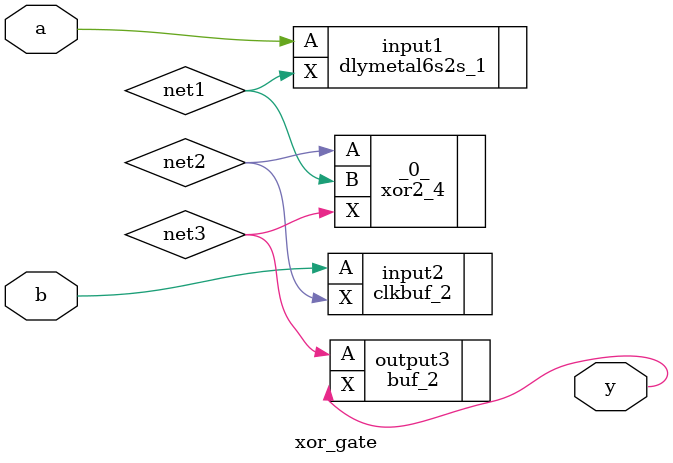
<source format=v>
module xor_gate (
    input a,
    input b,
    output y
);

 wire net1;
 wire net2;
 wire net3;
 xor2_4 _0_ (.A(net2),
    .B(net1),
    .X(net3));
 decap_3 PHY_EDGE_ROW_0_Right_0 ();
 decap_3 PHY_EDGE_ROW_1_Right_1 ();
 decap_3 PHY_EDGE_ROW_2_Right_2 ();
 decap_3 PHY_EDGE_ROW_3_Right_3 ();
 decap_3 PHY_EDGE_ROW_4_Right_4 ();
 decap_3 PHY_EDGE_ROW_5_Right_5 ();
 decap_3 PHY_EDGE_ROW_6_Right_6 ();
 decap_3 PHY_EDGE_ROW_7_Right_7 ();
 decap_3 PHY_EDGE_ROW_8_Right_8 ();
 decap_3 PHY_EDGE_ROW_9_Right_9 ();
 decap_3 PHY_EDGE_ROW_10_Right_10 ();
 decap_3 PHY_EDGE_ROW_11_Right_11 ();
 decap_3 PHY_EDGE_ROW_12_Right_12 ();
 decap_3 PHY_EDGE_ROW_13_Right_13 ();
 decap_3 PHY_EDGE_ROW_14_Right_14 ();
 decap_3 PHY_EDGE_ROW_15_Right_15 ();
 decap_3 PHY_EDGE_ROW_16_Right_16 ();
 decap_3 PHY_EDGE_ROW_17_Right_17 ();
 decap_3 PHY_EDGE_ROW_18_Right_18 ();
 decap_3 PHY_EDGE_ROW_19_Right_19 ();
 decap_3 PHY_EDGE_ROW_20_Right_20 ();
 decap_3 PHY_EDGE_ROW_21_Right_21 ();
 decap_3 PHY_EDGE_ROW_22_Right_22 ();
 decap_3 PHY_EDGE_ROW_23_Right_23 ();
 decap_3 PHY_EDGE_ROW_24_Right_24 ();
 decap_3 PHY_EDGE_ROW_25_Right_25 ();
 decap_3 PHY_EDGE_ROW_26_Right_26 ();
 decap_3 PHY_EDGE_ROW_27_Right_27 ();
 decap_3 PHY_EDGE_ROW_28_Right_28 ();
 decap_3 PHY_EDGE_ROW_29_Right_29 ();
 decap_3 PHY_EDGE_ROW_30_Right_30 ();
 decap_3 PHY_EDGE_ROW_31_Right_31 ();
 decap_3 PHY_EDGE_ROW_32_Right_32 ();
 decap_3 PHY_EDGE_ROW_33_Right_33 ();
 decap_3 PHY_EDGE_ROW_34_Right_34 ();
 decap_3 PHY_EDGE_ROW_35_Right_35 ();
 decap_3 PHY_EDGE_ROW_36_Right_36 ();
 decap_3 PHY_EDGE_ROW_37_Right_37 ();
 decap_3 PHY_EDGE_ROW_38_Right_38 ();
 decap_3 PHY_EDGE_ROW_39_Right_39 ();
 decap_3 PHY_EDGE_ROW_40_Right_40 ();
 decap_3 PHY_EDGE_ROW_41_Right_41 ();
 decap_3 PHY_EDGE_ROW_42_Right_42 ();
 decap_3 PHY_EDGE_ROW_43_Right_43 ();
 decap_3 PHY_EDGE_ROW_44_Right_44 ();
 decap_3 PHY_EDGE_ROW_45_Right_45 ();
 decap_3 PHY_EDGE_ROW_46_Right_46 ();
 decap_3 PHY_EDGE_ROW_47_Right_47 ();
 decap_3 PHY_EDGE_ROW_48_Right_48 ();
 decap_3 PHY_EDGE_ROW_49_Right_49 ();
 decap_3 PHY_EDGE_ROW_50_Right_50 ();
 decap_3 PHY_EDGE_ROW_51_Right_51 ();
 decap_3 PHY_EDGE_ROW_52_Right_52 ();
 decap_3 PHY_EDGE_ROW_53_Right_53 ();
 decap_3 PHY_EDGE_ROW_54_Right_54 ();
 decap_3 PHY_EDGE_ROW_55_Right_55 ();
 decap_3 PHY_EDGE_ROW_56_Right_56 ();
 decap_3 PHY_EDGE_ROW_57_Right_57 ();
 decap_3 PHY_EDGE_ROW_58_Right_58 ();
 decap_3 PHY_EDGE_ROW_59_Right_59 ();
 decap_3 PHY_EDGE_ROW_60_Right_60 ();
 decap_3 PHY_EDGE_ROW_61_Right_61 ();
 decap_3 PHY_EDGE_ROW_62_Right_62 ();
 decap_3 PHY_EDGE_ROW_63_Right_63 ();
 decap_3 PHY_EDGE_ROW_64_Right_64 ();
 decap_3 PHY_EDGE_ROW_65_Right_65 ();
 decap_3 PHY_EDGE_ROW_66_Right_66 ();
 decap_3 PHY_EDGE_ROW_67_Right_67 ();
 decap_3 PHY_EDGE_ROW_68_Right_68 ();
 decap_3 PHY_EDGE_ROW_69_Right_69 ();
 decap_3 PHY_EDGE_ROW_70_Right_70 ();
 decap_3 PHY_EDGE_ROW_71_Right_71 ();
 decap_3 PHY_EDGE_ROW_72_Right_72 ();
 decap_3 PHY_EDGE_ROW_73_Right_73 ();
 decap_3 PHY_EDGE_ROW_74_Right_74 ();
 decap_3 PHY_EDGE_ROW_75_Right_75 ();
 decap_3 PHY_EDGE_ROW_76_Right_76 ();
 decap_3 PHY_EDGE_ROW_77_Right_77 ();
 decap_3 PHY_EDGE_ROW_78_Right_78 ();
 decap_3 PHY_EDGE_ROW_79_Right_79 ();
 decap_3 PHY_EDGE_ROW_80_Right_80 ();
 decap_3 PHY_EDGE_ROW_81_Right_81 ();
 decap_3 PHY_EDGE_ROW_82_Right_82 ();
 decap_3 PHY_EDGE_ROW_83_Right_83 ();
 decap_3 PHY_EDGE_ROW_84_Right_84 ();
 decap_3 PHY_EDGE_ROW_85_Right_85 ();
 decap_3 PHY_EDGE_ROW_86_Right_86 ();
 decap_3 PHY_EDGE_ROW_87_Right_87 ();
 decap_3 PHY_EDGE_ROW_88_Right_88 ();
 decap_3 PHY_EDGE_ROW_89_Right_89 ();
 decap_3 PHY_EDGE_ROW_90_Right_90 ();
 decap_3 PHY_EDGE_ROW_91_Right_91 ();
 decap_3 PHY_EDGE_ROW_92_Right_92 ();
 decap_3 PHY_EDGE_ROW_93_Right_93 ();
 decap_3 PHY_EDGE_ROW_94_Right_94 ();
 decap_3 PHY_EDGE_ROW_95_Right_95 ();
 decap_3 PHY_EDGE_ROW_96_Right_96 ();
 decap_3 PHY_EDGE_ROW_97_Right_97 ();
 decap_3 PHY_EDGE_ROW_98_Right_98 ();
 decap_3 PHY_EDGE_ROW_99_Right_99 ();
 decap_3 PHY_EDGE_ROW_100_Right_100 ();
 decap_3 PHY_EDGE_ROW_101_Right_101 ();
 decap_3 PHY_EDGE_ROW_0_Left_102 ();
 decap_3 PHY_EDGE_ROW_1_Left_103 ();
 decap_3 PHY_EDGE_ROW_2_Left_104 ();
 decap_3 PHY_EDGE_ROW_3_Left_105 ();
 decap_3 PHY_EDGE_ROW_4_Left_106 ();
 decap_3 PHY_EDGE_ROW_5_Left_107 ();
 decap_3 PHY_EDGE_ROW_6_Left_108 ();
 decap_3 PHY_EDGE_ROW_7_Left_109 ();
 decap_3 PHY_EDGE_ROW_8_Left_110 ();
 decap_3 PHY_EDGE_ROW_9_Left_111 ();
 decap_3 PHY_EDGE_ROW_10_Left_112 ();
 decap_3 PHY_EDGE_ROW_11_Left_113 ();
 decap_3 PHY_EDGE_ROW_12_Left_114 ();
 decap_3 PHY_EDGE_ROW_13_Left_115 ();
 decap_3 PHY_EDGE_ROW_14_Left_116 ();
 decap_3 PHY_EDGE_ROW_15_Left_117 ();
 decap_3 PHY_EDGE_ROW_16_Left_118 ();
 decap_3 PHY_EDGE_ROW_17_Left_119 ();
 decap_3 PHY_EDGE_ROW_18_Left_120 ();
 decap_3 PHY_EDGE_ROW_19_Left_121 ();
 decap_3 PHY_EDGE_ROW_20_Left_122 ();
 decap_3 PHY_EDGE_ROW_21_Left_123 ();
 decap_3 PHY_EDGE_ROW_22_Left_124 ();
 decap_3 PHY_EDGE_ROW_23_Left_125 ();
 decap_3 PHY_EDGE_ROW_24_Left_126 ();
 decap_3 PHY_EDGE_ROW_25_Left_127 ();
 decap_3 PHY_EDGE_ROW_26_Left_128 ();
 decap_3 PHY_EDGE_ROW_27_Left_129 ();
 decap_3 PHY_EDGE_ROW_28_Left_130 ();
 decap_3 PHY_EDGE_ROW_29_Left_131 ();
 decap_3 PHY_EDGE_ROW_30_Left_132 ();
 decap_3 PHY_EDGE_ROW_31_Left_133 ();
 decap_3 PHY_EDGE_ROW_32_Left_134 ();
 decap_3 PHY_EDGE_ROW_33_Left_135 ();
 decap_3 PHY_EDGE_ROW_34_Left_136 ();
 decap_3 PHY_EDGE_ROW_35_Left_137 ();
 decap_3 PHY_EDGE_ROW_36_Left_138 ();
 decap_3 PHY_EDGE_ROW_37_Left_139 ();
 decap_3 PHY_EDGE_ROW_38_Left_140 ();
 decap_3 PHY_EDGE_ROW_39_Left_141 ();
 decap_3 PHY_EDGE_ROW_40_Left_142 ();
 decap_3 PHY_EDGE_ROW_41_Left_143 ();
 decap_3 PHY_EDGE_ROW_42_Left_144 ();
 decap_3 PHY_EDGE_ROW_43_Left_145 ();
 decap_3 PHY_EDGE_ROW_44_Left_146 ();
 decap_3 PHY_EDGE_ROW_45_Left_147 ();
 decap_3 PHY_EDGE_ROW_46_Left_148 ();
 decap_3 PHY_EDGE_ROW_47_Left_149 ();
 decap_3 PHY_EDGE_ROW_48_Left_150 ();
 decap_3 PHY_EDGE_ROW_49_Left_151 ();
 decap_3 PHY_EDGE_ROW_50_Left_152 ();
 decap_3 PHY_EDGE_ROW_51_Left_153 ();
 decap_3 PHY_EDGE_ROW_52_Left_154 ();
 decap_3 PHY_EDGE_ROW_53_Left_155 ();
 decap_3 PHY_EDGE_ROW_54_Left_156 ();
 decap_3 PHY_EDGE_ROW_55_Left_157 ();
 decap_3 PHY_EDGE_ROW_56_Left_158 ();
 decap_3 PHY_EDGE_ROW_57_Left_159 ();
 decap_3 PHY_EDGE_ROW_58_Left_160 ();
 decap_3 PHY_EDGE_ROW_59_Left_161 ();
 decap_3 PHY_EDGE_ROW_60_Left_162 ();
 decap_3 PHY_EDGE_ROW_61_Left_163 ();
 decap_3 PHY_EDGE_ROW_62_Left_164 ();
 decap_3 PHY_EDGE_ROW_63_Left_165 ();
 decap_3 PHY_EDGE_ROW_64_Left_166 ();
 decap_3 PHY_EDGE_ROW_65_Left_167 ();
 decap_3 PHY_EDGE_ROW_66_Left_168 ();
 decap_3 PHY_EDGE_ROW_67_Left_169 ();
 decap_3 PHY_EDGE_ROW_68_Left_170 ();
 decap_3 PHY_EDGE_ROW_69_Left_171 ();
 decap_3 PHY_EDGE_ROW_70_Left_172 ();
 decap_3 PHY_EDGE_ROW_71_Left_173 ();
 decap_3 PHY_EDGE_ROW_72_Left_174 ();
 decap_3 PHY_EDGE_ROW_73_Left_175 ();
 decap_3 PHY_EDGE_ROW_74_Left_176 ();
 decap_3 PHY_EDGE_ROW_75_Left_177 ();
 decap_3 PHY_EDGE_ROW_76_Left_178 ();
 decap_3 PHY_EDGE_ROW_77_Left_179 ();
 decap_3 PHY_EDGE_ROW_78_Left_180 ();
 decap_3 PHY_EDGE_ROW_79_Left_181 ();
 decap_3 PHY_EDGE_ROW_80_Left_182 ();
 decap_3 PHY_EDGE_ROW_81_Left_183 ();
 decap_3 PHY_EDGE_ROW_82_Left_184 ();
 decap_3 PHY_EDGE_ROW_83_Left_185 ();
 decap_3 PHY_EDGE_ROW_84_Left_186 ();
 decap_3 PHY_EDGE_ROW_85_Left_187 ();
 decap_3 PHY_EDGE_ROW_86_Left_188 ();
 decap_3 PHY_EDGE_ROW_87_Left_189 ();
 decap_3 PHY_EDGE_ROW_88_Left_190 ();
 decap_3 PHY_EDGE_ROW_89_Left_191 ();
 decap_3 PHY_EDGE_ROW_90_Left_192 ();
 decap_3 PHY_EDGE_ROW_91_Left_193 ();
 decap_3 PHY_EDGE_ROW_92_Left_194 ();
 decap_3 PHY_EDGE_ROW_93_Left_195 ();
 decap_3 PHY_EDGE_ROW_94_Left_196 ();
 decap_3 PHY_EDGE_ROW_95_Left_197 ();
 decap_3 PHY_EDGE_ROW_96_Left_198 ();
 decap_3 PHY_EDGE_ROW_97_Left_199 ();
 decap_3 PHY_EDGE_ROW_98_Left_200 ();
 decap_3 PHY_EDGE_ROW_99_Left_201 ();
 decap_3 PHY_EDGE_ROW_100_Left_202 ();
 decap_3 PHY_EDGE_ROW_101_Left_203 ();
 tapvpwrvgnd_1 TAP_TAPCELL_ROW_0_204 ();
 tapvpwrvgnd_1 TAP_TAPCELL_ROW_0_205 ();
 tapvpwrvgnd_1 TAP_TAPCELL_ROW_0_206 ();
 tapvpwrvgnd_1 TAP_TAPCELL_ROW_0_207 ();
 tapvpwrvgnd_1 TAP_TAPCELL_ROW_0_208 ();
 tapvpwrvgnd_1 TAP_TAPCELL_ROW_0_209 ();
 tapvpwrvgnd_1 TAP_TAPCELL_ROW_0_210 ();
 tapvpwrvgnd_1 TAP_TAPCELL_ROW_0_211 ();
 tapvpwrvgnd_1 TAP_TAPCELL_ROW_0_212 ();
 tapvpwrvgnd_1 TAP_TAPCELL_ROW_0_213 ();
 tapvpwrvgnd_1 TAP_TAPCELL_ROW_0_214 ();
 tapvpwrvgnd_1 TAP_TAPCELL_ROW_0_215 ();
 tapvpwrvgnd_1 TAP_TAPCELL_ROW_0_216 ();
 tapvpwrvgnd_1 TAP_TAPCELL_ROW_0_217 ();
 tapvpwrvgnd_1 TAP_TAPCELL_ROW_0_218 ();
 tapvpwrvgnd_1 TAP_TAPCELL_ROW_0_219 ();
 tapvpwrvgnd_1 TAP_TAPCELL_ROW_0_220 ();
 tapvpwrvgnd_1 TAP_TAPCELL_ROW_0_221 ();
 tapvpwrvgnd_1 TAP_TAPCELL_ROW_0_222 ();
 tapvpwrvgnd_1 TAP_TAPCELL_ROW_0_223 ();
 tapvpwrvgnd_1 TAP_TAPCELL_ROW_0_224 ();
 tapvpwrvgnd_1 TAP_TAPCELL_ROW_0_225 ();
 tapvpwrvgnd_1 TAP_TAPCELL_ROW_1_226 ();
 tapvpwrvgnd_1 TAP_TAPCELL_ROW_1_227 ();
 tapvpwrvgnd_1 TAP_TAPCELL_ROW_1_228 ();
 tapvpwrvgnd_1 TAP_TAPCELL_ROW_1_229 ();
 tapvpwrvgnd_1 TAP_TAPCELL_ROW_1_230 ();
 tapvpwrvgnd_1 TAP_TAPCELL_ROW_1_231 ();
 tapvpwrvgnd_1 TAP_TAPCELL_ROW_1_232 ();
 tapvpwrvgnd_1 TAP_TAPCELL_ROW_1_233 ();
 tapvpwrvgnd_1 TAP_TAPCELL_ROW_1_234 ();
 tapvpwrvgnd_1 TAP_TAPCELL_ROW_1_235 ();
 tapvpwrvgnd_1 TAP_TAPCELL_ROW_1_236 ();
 tapvpwrvgnd_1 TAP_TAPCELL_ROW_2_237 ();
 tapvpwrvgnd_1 TAP_TAPCELL_ROW_2_238 ();
 tapvpwrvgnd_1 TAP_TAPCELL_ROW_2_239 ();
 tapvpwrvgnd_1 TAP_TAPCELL_ROW_2_240 ();
 tapvpwrvgnd_1 TAP_TAPCELL_ROW_2_241 ();
 tapvpwrvgnd_1 TAP_TAPCELL_ROW_2_242 ();
 tapvpwrvgnd_1 TAP_TAPCELL_ROW_2_243 ();
 tapvpwrvgnd_1 TAP_TAPCELL_ROW_2_244 ();
 tapvpwrvgnd_1 TAP_TAPCELL_ROW_2_245 ();
 tapvpwrvgnd_1 TAP_TAPCELL_ROW_2_246 ();
 tapvpwrvgnd_1 TAP_TAPCELL_ROW_2_247 ();
 tapvpwrvgnd_1 TAP_TAPCELL_ROW_3_248 ();
 tapvpwrvgnd_1 TAP_TAPCELL_ROW_3_249 ();
 tapvpwrvgnd_1 TAP_TAPCELL_ROW_3_250 ();
 tapvpwrvgnd_1 TAP_TAPCELL_ROW_3_251 ();
 tapvpwrvgnd_1 TAP_TAPCELL_ROW_3_252 ();
 tapvpwrvgnd_1 TAP_TAPCELL_ROW_3_253 ();
 tapvpwrvgnd_1 TAP_TAPCELL_ROW_3_254 ();
 tapvpwrvgnd_1 TAP_TAPCELL_ROW_3_255 ();
 tapvpwrvgnd_1 TAP_TAPCELL_ROW_3_256 ();
 tapvpwrvgnd_1 TAP_TAPCELL_ROW_3_257 ();
 tapvpwrvgnd_1 TAP_TAPCELL_ROW_3_258 ();
 tapvpwrvgnd_1 TAP_TAPCELL_ROW_4_259 ();
 tapvpwrvgnd_1 TAP_TAPCELL_ROW_4_260 ();
 tapvpwrvgnd_1 TAP_TAPCELL_ROW_4_261 ();
 tapvpwrvgnd_1 TAP_TAPCELL_ROW_4_262 ();
 tapvpwrvgnd_1 TAP_TAPCELL_ROW_4_263 ();
 tapvpwrvgnd_1 TAP_TAPCELL_ROW_4_264 ();
 tapvpwrvgnd_1 TAP_TAPCELL_ROW_4_265 ();
 tapvpwrvgnd_1 TAP_TAPCELL_ROW_4_266 ();
 tapvpwrvgnd_1 TAP_TAPCELL_ROW_4_267 ();
 tapvpwrvgnd_1 TAP_TAPCELL_ROW_4_268 ();
 tapvpwrvgnd_1 TAP_TAPCELL_ROW_4_269 ();
 tapvpwrvgnd_1 TAP_TAPCELL_ROW_5_270 ();
 tapvpwrvgnd_1 TAP_TAPCELL_ROW_5_271 ();
 tapvpwrvgnd_1 TAP_TAPCELL_ROW_5_272 ();
 tapvpwrvgnd_1 TAP_TAPCELL_ROW_5_273 ();
 tapvpwrvgnd_1 TAP_TAPCELL_ROW_5_274 ();
 tapvpwrvgnd_1 TAP_TAPCELL_ROW_5_275 ();
 tapvpwrvgnd_1 TAP_TAPCELL_ROW_5_276 ();
 tapvpwrvgnd_1 TAP_TAPCELL_ROW_5_277 ();
 tapvpwrvgnd_1 TAP_TAPCELL_ROW_5_278 ();
 tapvpwrvgnd_1 TAP_TAPCELL_ROW_5_279 ();
 tapvpwrvgnd_1 TAP_TAPCELL_ROW_5_280 ();
 tapvpwrvgnd_1 TAP_TAPCELL_ROW_6_281 ();
 tapvpwrvgnd_1 TAP_TAPCELL_ROW_6_282 ();
 tapvpwrvgnd_1 TAP_TAPCELL_ROW_6_283 ();
 tapvpwrvgnd_1 TAP_TAPCELL_ROW_6_284 ();
 tapvpwrvgnd_1 TAP_TAPCELL_ROW_6_285 ();
 tapvpwrvgnd_1 TAP_TAPCELL_ROW_6_286 ();
 tapvpwrvgnd_1 TAP_TAPCELL_ROW_6_287 ();
 tapvpwrvgnd_1 TAP_TAPCELL_ROW_6_288 ();
 tapvpwrvgnd_1 TAP_TAPCELL_ROW_6_289 ();
 tapvpwrvgnd_1 TAP_TAPCELL_ROW_6_290 ();
 tapvpwrvgnd_1 TAP_TAPCELL_ROW_6_291 ();
 tapvpwrvgnd_1 TAP_TAPCELL_ROW_7_292 ();
 tapvpwrvgnd_1 TAP_TAPCELL_ROW_7_293 ();
 tapvpwrvgnd_1 TAP_TAPCELL_ROW_7_294 ();
 tapvpwrvgnd_1 TAP_TAPCELL_ROW_7_295 ();
 tapvpwrvgnd_1 TAP_TAPCELL_ROW_7_296 ();
 tapvpwrvgnd_1 TAP_TAPCELL_ROW_7_297 ();
 tapvpwrvgnd_1 TAP_TAPCELL_ROW_7_298 ();
 tapvpwrvgnd_1 TAP_TAPCELL_ROW_7_299 ();
 tapvpwrvgnd_1 TAP_TAPCELL_ROW_7_300 ();
 tapvpwrvgnd_1 TAP_TAPCELL_ROW_7_301 ();
 tapvpwrvgnd_1 TAP_TAPCELL_ROW_7_302 ();
 tapvpwrvgnd_1 TAP_TAPCELL_ROW_8_303 ();
 tapvpwrvgnd_1 TAP_TAPCELL_ROW_8_304 ();
 tapvpwrvgnd_1 TAP_TAPCELL_ROW_8_305 ();
 tapvpwrvgnd_1 TAP_TAPCELL_ROW_8_306 ();
 tapvpwrvgnd_1 TAP_TAPCELL_ROW_8_307 ();
 tapvpwrvgnd_1 TAP_TAPCELL_ROW_8_308 ();
 tapvpwrvgnd_1 TAP_TAPCELL_ROW_8_309 ();
 tapvpwrvgnd_1 TAP_TAPCELL_ROW_8_310 ();
 tapvpwrvgnd_1 TAP_TAPCELL_ROW_8_311 ();
 tapvpwrvgnd_1 TAP_TAPCELL_ROW_8_312 ();
 tapvpwrvgnd_1 TAP_TAPCELL_ROW_8_313 ();
 tapvpwrvgnd_1 TAP_TAPCELL_ROW_9_314 ();
 tapvpwrvgnd_1 TAP_TAPCELL_ROW_9_315 ();
 tapvpwrvgnd_1 TAP_TAPCELL_ROW_9_316 ();
 tapvpwrvgnd_1 TAP_TAPCELL_ROW_9_317 ();
 tapvpwrvgnd_1 TAP_TAPCELL_ROW_9_318 ();
 tapvpwrvgnd_1 TAP_TAPCELL_ROW_9_319 ();
 tapvpwrvgnd_1 TAP_TAPCELL_ROW_9_320 ();
 tapvpwrvgnd_1 TAP_TAPCELL_ROW_9_321 ();
 tapvpwrvgnd_1 TAP_TAPCELL_ROW_9_322 ();
 tapvpwrvgnd_1 TAP_TAPCELL_ROW_9_323 ();
 tapvpwrvgnd_1 TAP_TAPCELL_ROW_9_324 ();
 tapvpwrvgnd_1 TAP_TAPCELL_ROW_10_325 ();
 tapvpwrvgnd_1 TAP_TAPCELL_ROW_10_326 ();
 tapvpwrvgnd_1 TAP_TAPCELL_ROW_10_327 ();
 tapvpwrvgnd_1 TAP_TAPCELL_ROW_10_328 ();
 tapvpwrvgnd_1 TAP_TAPCELL_ROW_10_329 ();
 tapvpwrvgnd_1 TAP_TAPCELL_ROW_10_330 ();
 tapvpwrvgnd_1 TAP_TAPCELL_ROW_10_331 ();
 tapvpwrvgnd_1 TAP_TAPCELL_ROW_10_332 ();
 tapvpwrvgnd_1 TAP_TAPCELL_ROW_10_333 ();
 tapvpwrvgnd_1 TAP_TAPCELL_ROW_10_334 ();
 tapvpwrvgnd_1 TAP_TAPCELL_ROW_10_335 ();
 tapvpwrvgnd_1 TAP_TAPCELL_ROW_11_336 ();
 tapvpwrvgnd_1 TAP_TAPCELL_ROW_11_337 ();
 tapvpwrvgnd_1 TAP_TAPCELL_ROW_11_338 ();
 tapvpwrvgnd_1 TAP_TAPCELL_ROW_11_339 ();
 tapvpwrvgnd_1 TAP_TAPCELL_ROW_11_340 ();
 tapvpwrvgnd_1 TAP_TAPCELL_ROW_11_341 ();
 tapvpwrvgnd_1 TAP_TAPCELL_ROW_11_342 ();
 tapvpwrvgnd_1 TAP_TAPCELL_ROW_11_343 ();
 tapvpwrvgnd_1 TAP_TAPCELL_ROW_11_344 ();
 tapvpwrvgnd_1 TAP_TAPCELL_ROW_11_345 ();
 tapvpwrvgnd_1 TAP_TAPCELL_ROW_11_346 ();
 tapvpwrvgnd_1 TAP_TAPCELL_ROW_12_347 ();
 tapvpwrvgnd_1 TAP_TAPCELL_ROW_12_348 ();
 tapvpwrvgnd_1 TAP_TAPCELL_ROW_12_349 ();
 tapvpwrvgnd_1 TAP_TAPCELL_ROW_12_350 ();
 tapvpwrvgnd_1 TAP_TAPCELL_ROW_12_351 ();
 tapvpwrvgnd_1 TAP_TAPCELL_ROW_12_352 ();
 tapvpwrvgnd_1 TAP_TAPCELL_ROW_12_353 ();
 tapvpwrvgnd_1 TAP_TAPCELL_ROW_12_354 ();
 tapvpwrvgnd_1 TAP_TAPCELL_ROW_12_355 ();
 tapvpwrvgnd_1 TAP_TAPCELL_ROW_12_356 ();
 tapvpwrvgnd_1 TAP_TAPCELL_ROW_12_357 ();
 tapvpwrvgnd_1 TAP_TAPCELL_ROW_13_358 ();
 tapvpwrvgnd_1 TAP_TAPCELL_ROW_13_359 ();
 tapvpwrvgnd_1 TAP_TAPCELL_ROW_13_360 ();
 tapvpwrvgnd_1 TAP_TAPCELL_ROW_13_361 ();
 tapvpwrvgnd_1 TAP_TAPCELL_ROW_13_362 ();
 tapvpwrvgnd_1 TAP_TAPCELL_ROW_13_363 ();
 tapvpwrvgnd_1 TAP_TAPCELL_ROW_13_364 ();
 tapvpwrvgnd_1 TAP_TAPCELL_ROW_13_365 ();
 tapvpwrvgnd_1 TAP_TAPCELL_ROW_13_366 ();
 tapvpwrvgnd_1 TAP_TAPCELL_ROW_13_367 ();
 tapvpwrvgnd_1 TAP_TAPCELL_ROW_13_368 ();
 tapvpwrvgnd_1 TAP_TAPCELL_ROW_14_369 ();
 tapvpwrvgnd_1 TAP_TAPCELL_ROW_14_370 ();
 tapvpwrvgnd_1 TAP_TAPCELL_ROW_14_371 ();
 tapvpwrvgnd_1 TAP_TAPCELL_ROW_14_372 ();
 tapvpwrvgnd_1 TAP_TAPCELL_ROW_14_373 ();
 tapvpwrvgnd_1 TAP_TAPCELL_ROW_14_374 ();
 tapvpwrvgnd_1 TAP_TAPCELL_ROW_14_375 ();
 tapvpwrvgnd_1 TAP_TAPCELL_ROW_14_376 ();
 tapvpwrvgnd_1 TAP_TAPCELL_ROW_14_377 ();
 tapvpwrvgnd_1 TAP_TAPCELL_ROW_14_378 ();
 tapvpwrvgnd_1 TAP_TAPCELL_ROW_14_379 ();
 tapvpwrvgnd_1 TAP_TAPCELL_ROW_15_380 ();
 tapvpwrvgnd_1 TAP_TAPCELL_ROW_15_381 ();
 tapvpwrvgnd_1 TAP_TAPCELL_ROW_15_382 ();
 tapvpwrvgnd_1 TAP_TAPCELL_ROW_15_383 ();
 tapvpwrvgnd_1 TAP_TAPCELL_ROW_15_384 ();
 tapvpwrvgnd_1 TAP_TAPCELL_ROW_15_385 ();
 tapvpwrvgnd_1 TAP_TAPCELL_ROW_15_386 ();
 tapvpwrvgnd_1 TAP_TAPCELL_ROW_15_387 ();
 tapvpwrvgnd_1 TAP_TAPCELL_ROW_15_388 ();
 tapvpwrvgnd_1 TAP_TAPCELL_ROW_15_389 ();
 tapvpwrvgnd_1 TAP_TAPCELL_ROW_15_390 ();
 tapvpwrvgnd_1 TAP_TAPCELL_ROW_16_391 ();
 tapvpwrvgnd_1 TAP_TAPCELL_ROW_16_392 ();
 tapvpwrvgnd_1 TAP_TAPCELL_ROW_16_393 ();
 tapvpwrvgnd_1 TAP_TAPCELL_ROW_16_394 ();
 tapvpwrvgnd_1 TAP_TAPCELL_ROW_16_395 ();
 tapvpwrvgnd_1 TAP_TAPCELL_ROW_16_396 ();
 tapvpwrvgnd_1 TAP_TAPCELL_ROW_16_397 ();
 tapvpwrvgnd_1 TAP_TAPCELL_ROW_16_398 ();
 tapvpwrvgnd_1 TAP_TAPCELL_ROW_16_399 ();
 tapvpwrvgnd_1 TAP_TAPCELL_ROW_16_400 ();
 tapvpwrvgnd_1 TAP_TAPCELL_ROW_16_401 ();
 tapvpwrvgnd_1 TAP_TAPCELL_ROW_17_402 ();
 tapvpwrvgnd_1 TAP_TAPCELL_ROW_17_403 ();
 tapvpwrvgnd_1 TAP_TAPCELL_ROW_17_404 ();
 tapvpwrvgnd_1 TAP_TAPCELL_ROW_17_405 ();
 tapvpwrvgnd_1 TAP_TAPCELL_ROW_17_406 ();
 tapvpwrvgnd_1 TAP_TAPCELL_ROW_17_407 ();
 tapvpwrvgnd_1 TAP_TAPCELL_ROW_17_408 ();
 tapvpwrvgnd_1 TAP_TAPCELL_ROW_17_409 ();
 tapvpwrvgnd_1 TAP_TAPCELL_ROW_17_410 ();
 tapvpwrvgnd_1 TAP_TAPCELL_ROW_17_411 ();
 tapvpwrvgnd_1 TAP_TAPCELL_ROW_17_412 ();
 tapvpwrvgnd_1 TAP_TAPCELL_ROW_18_413 ();
 tapvpwrvgnd_1 TAP_TAPCELL_ROW_18_414 ();
 tapvpwrvgnd_1 TAP_TAPCELL_ROW_18_415 ();
 tapvpwrvgnd_1 TAP_TAPCELL_ROW_18_416 ();
 tapvpwrvgnd_1 TAP_TAPCELL_ROW_18_417 ();
 tapvpwrvgnd_1 TAP_TAPCELL_ROW_18_418 ();
 tapvpwrvgnd_1 TAP_TAPCELL_ROW_18_419 ();
 tapvpwrvgnd_1 TAP_TAPCELL_ROW_18_420 ();
 tapvpwrvgnd_1 TAP_TAPCELL_ROW_18_421 ();
 tapvpwrvgnd_1 TAP_TAPCELL_ROW_18_422 ();
 tapvpwrvgnd_1 TAP_TAPCELL_ROW_18_423 ();
 tapvpwrvgnd_1 TAP_TAPCELL_ROW_19_424 ();
 tapvpwrvgnd_1 TAP_TAPCELL_ROW_19_425 ();
 tapvpwrvgnd_1 TAP_TAPCELL_ROW_19_426 ();
 tapvpwrvgnd_1 TAP_TAPCELL_ROW_19_427 ();
 tapvpwrvgnd_1 TAP_TAPCELL_ROW_19_428 ();
 tapvpwrvgnd_1 TAP_TAPCELL_ROW_19_429 ();
 tapvpwrvgnd_1 TAP_TAPCELL_ROW_19_430 ();
 tapvpwrvgnd_1 TAP_TAPCELL_ROW_19_431 ();
 tapvpwrvgnd_1 TAP_TAPCELL_ROW_19_432 ();
 tapvpwrvgnd_1 TAP_TAPCELL_ROW_19_433 ();
 tapvpwrvgnd_1 TAP_TAPCELL_ROW_19_434 ();
 tapvpwrvgnd_1 TAP_TAPCELL_ROW_20_435 ();
 tapvpwrvgnd_1 TAP_TAPCELL_ROW_20_436 ();
 tapvpwrvgnd_1 TAP_TAPCELL_ROW_20_437 ();
 tapvpwrvgnd_1 TAP_TAPCELL_ROW_20_438 ();
 tapvpwrvgnd_1 TAP_TAPCELL_ROW_20_439 ();
 tapvpwrvgnd_1 TAP_TAPCELL_ROW_20_440 ();
 tapvpwrvgnd_1 TAP_TAPCELL_ROW_20_441 ();
 tapvpwrvgnd_1 TAP_TAPCELL_ROW_20_442 ();
 tapvpwrvgnd_1 TAP_TAPCELL_ROW_20_443 ();
 tapvpwrvgnd_1 TAP_TAPCELL_ROW_20_444 ();
 tapvpwrvgnd_1 TAP_TAPCELL_ROW_20_445 ();
 tapvpwrvgnd_1 TAP_TAPCELL_ROW_21_446 ();
 tapvpwrvgnd_1 TAP_TAPCELL_ROW_21_447 ();
 tapvpwrvgnd_1 TAP_TAPCELL_ROW_21_448 ();
 tapvpwrvgnd_1 TAP_TAPCELL_ROW_21_449 ();
 tapvpwrvgnd_1 TAP_TAPCELL_ROW_21_450 ();
 tapvpwrvgnd_1 TAP_TAPCELL_ROW_21_451 ();
 tapvpwrvgnd_1 TAP_TAPCELL_ROW_21_452 ();
 tapvpwrvgnd_1 TAP_TAPCELL_ROW_21_453 ();
 tapvpwrvgnd_1 TAP_TAPCELL_ROW_21_454 ();
 tapvpwrvgnd_1 TAP_TAPCELL_ROW_21_455 ();
 tapvpwrvgnd_1 TAP_TAPCELL_ROW_21_456 ();
 tapvpwrvgnd_1 TAP_TAPCELL_ROW_22_457 ();
 tapvpwrvgnd_1 TAP_TAPCELL_ROW_22_458 ();
 tapvpwrvgnd_1 TAP_TAPCELL_ROW_22_459 ();
 tapvpwrvgnd_1 TAP_TAPCELL_ROW_22_460 ();
 tapvpwrvgnd_1 TAP_TAPCELL_ROW_22_461 ();
 tapvpwrvgnd_1 TAP_TAPCELL_ROW_22_462 ();
 tapvpwrvgnd_1 TAP_TAPCELL_ROW_22_463 ();
 tapvpwrvgnd_1 TAP_TAPCELL_ROW_22_464 ();
 tapvpwrvgnd_1 TAP_TAPCELL_ROW_22_465 ();
 tapvpwrvgnd_1 TAP_TAPCELL_ROW_22_466 ();
 tapvpwrvgnd_1 TAP_TAPCELL_ROW_22_467 ();
 tapvpwrvgnd_1 TAP_TAPCELL_ROW_23_468 ();
 tapvpwrvgnd_1 TAP_TAPCELL_ROW_23_469 ();
 tapvpwrvgnd_1 TAP_TAPCELL_ROW_23_470 ();
 tapvpwrvgnd_1 TAP_TAPCELL_ROW_23_471 ();
 tapvpwrvgnd_1 TAP_TAPCELL_ROW_23_472 ();
 tapvpwrvgnd_1 TAP_TAPCELL_ROW_23_473 ();
 tapvpwrvgnd_1 TAP_TAPCELL_ROW_23_474 ();
 tapvpwrvgnd_1 TAP_TAPCELL_ROW_23_475 ();
 tapvpwrvgnd_1 TAP_TAPCELL_ROW_23_476 ();
 tapvpwrvgnd_1 TAP_TAPCELL_ROW_23_477 ();
 tapvpwrvgnd_1 TAP_TAPCELL_ROW_23_478 ();
 tapvpwrvgnd_1 TAP_TAPCELL_ROW_24_479 ();
 tapvpwrvgnd_1 TAP_TAPCELL_ROW_24_480 ();
 tapvpwrvgnd_1 TAP_TAPCELL_ROW_24_481 ();
 tapvpwrvgnd_1 TAP_TAPCELL_ROW_24_482 ();
 tapvpwrvgnd_1 TAP_TAPCELL_ROW_24_483 ();
 tapvpwrvgnd_1 TAP_TAPCELL_ROW_24_484 ();
 tapvpwrvgnd_1 TAP_TAPCELL_ROW_24_485 ();
 tapvpwrvgnd_1 TAP_TAPCELL_ROW_24_486 ();
 tapvpwrvgnd_1 TAP_TAPCELL_ROW_24_487 ();
 tapvpwrvgnd_1 TAP_TAPCELL_ROW_24_488 ();
 tapvpwrvgnd_1 TAP_TAPCELL_ROW_24_489 ();
 tapvpwrvgnd_1 TAP_TAPCELL_ROW_25_490 ();
 tapvpwrvgnd_1 TAP_TAPCELL_ROW_25_491 ();
 tapvpwrvgnd_1 TAP_TAPCELL_ROW_25_492 ();
 tapvpwrvgnd_1 TAP_TAPCELL_ROW_25_493 ();
 tapvpwrvgnd_1 TAP_TAPCELL_ROW_25_494 ();
 tapvpwrvgnd_1 TAP_TAPCELL_ROW_25_495 ();
 tapvpwrvgnd_1 TAP_TAPCELL_ROW_25_496 ();
 tapvpwrvgnd_1 TAP_TAPCELL_ROW_25_497 ();
 tapvpwrvgnd_1 TAP_TAPCELL_ROW_25_498 ();
 tapvpwrvgnd_1 TAP_TAPCELL_ROW_25_499 ();
 tapvpwrvgnd_1 TAP_TAPCELL_ROW_25_500 ();
 tapvpwrvgnd_1 TAP_TAPCELL_ROW_26_501 ();
 tapvpwrvgnd_1 TAP_TAPCELL_ROW_26_502 ();
 tapvpwrvgnd_1 TAP_TAPCELL_ROW_26_503 ();
 tapvpwrvgnd_1 TAP_TAPCELL_ROW_26_504 ();
 tapvpwrvgnd_1 TAP_TAPCELL_ROW_26_505 ();
 tapvpwrvgnd_1 TAP_TAPCELL_ROW_26_506 ();
 tapvpwrvgnd_1 TAP_TAPCELL_ROW_26_507 ();
 tapvpwrvgnd_1 TAP_TAPCELL_ROW_26_508 ();
 tapvpwrvgnd_1 TAP_TAPCELL_ROW_26_509 ();
 tapvpwrvgnd_1 TAP_TAPCELL_ROW_26_510 ();
 tapvpwrvgnd_1 TAP_TAPCELL_ROW_26_511 ();
 tapvpwrvgnd_1 TAP_TAPCELL_ROW_27_512 ();
 tapvpwrvgnd_1 TAP_TAPCELL_ROW_27_513 ();
 tapvpwrvgnd_1 TAP_TAPCELL_ROW_27_514 ();
 tapvpwrvgnd_1 TAP_TAPCELL_ROW_27_515 ();
 tapvpwrvgnd_1 TAP_TAPCELL_ROW_27_516 ();
 tapvpwrvgnd_1 TAP_TAPCELL_ROW_27_517 ();
 tapvpwrvgnd_1 TAP_TAPCELL_ROW_27_518 ();
 tapvpwrvgnd_1 TAP_TAPCELL_ROW_27_519 ();
 tapvpwrvgnd_1 TAP_TAPCELL_ROW_27_520 ();
 tapvpwrvgnd_1 TAP_TAPCELL_ROW_27_521 ();
 tapvpwrvgnd_1 TAP_TAPCELL_ROW_27_522 ();
 tapvpwrvgnd_1 TAP_TAPCELL_ROW_28_523 ();
 tapvpwrvgnd_1 TAP_TAPCELL_ROW_28_524 ();
 tapvpwrvgnd_1 TAP_TAPCELL_ROW_28_525 ();
 tapvpwrvgnd_1 TAP_TAPCELL_ROW_28_526 ();
 tapvpwrvgnd_1 TAP_TAPCELL_ROW_28_527 ();
 tapvpwrvgnd_1 TAP_TAPCELL_ROW_28_528 ();
 tapvpwrvgnd_1 TAP_TAPCELL_ROW_28_529 ();
 tapvpwrvgnd_1 TAP_TAPCELL_ROW_28_530 ();
 tapvpwrvgnd_1 TAP_TAPCELL_ROW_28_531 ();
 tapvpwrvgnd_1 TAP_TAPCELL_ROW_28_532 ();
 tapvpwrvgnd_1 TAP_TAPCELL_ROW_28_533 ();
 tapvpwrvgnd_1 TAP_TAPCELL_ROW_29_534 ();
 tapvpwrvgnd_1 TAP_TAPCELL_ROW_29_535 ();
 tapvpwrvgnd_1 TAP_TAPCELL_ROW_29_536 ();
 tapvpwrvgnd_1 TAP_TAPCELL_ROW_29_537 ();
 tapvpwrvgnd_1 TAP_TAPCELL_ROW_29_538 ();
 tapvpwrvgnd_1 TAP_TAPCELL_ROW_29_539 ();
 tapvpwrvgnd_1 TAP_TAPCELL_ROW_29_540 ();
 tapvpwrvgnd_1 TAP_TAPCELL_ROW_29_541 ();
 tapvpwrvgnd_1 TAP_TAPCELL_ROW_29_542 ();
 tapvpwrvgnd_1 TAP_TAPCELL_ROW_29_543 ();
 tapvpwrvgnd_1 TAP_TAPCELL_ROW_29_544 ();
 tapvpwrvgnd_1 TAP_TAPCELL_ROW_30_545 ();
 tapvpwrvgnd_1 TAP_TAPCELL_ROW_30_546 ();
 tapvpwrvgnd_1 TAP_TAPCELL_ROW_30_547 ();
 tapvpwrvgnd_1 TAP_TAPCELL_ROW_30_548 ();
 tapvpwrvgnd_1 TAP_TAPCELL_ROW_30_549 ();
 tapvpwrvgnd_1 TAP_TAPCELL_ROW_30_550 ();
 tapvpwrvgnd_1 TAP_TAPCELL_ROW_30_551 ();
 tapvpwrvgnd_1 TAP_TAPCELL_ROW_30_552 ();
 tapvpwrvgnd_1 TAP_TAPCELL_ROW_30_553 ();
 tapvpwrvgnd_1 TAP_TAPCELL_ROW_30_554 ();
 tapvpwrvgnd_1 TAP_TAPCELL_ROW_30_555 ();
 tapvpwrvgnd_1 TAP_TAPCELL_ROW_31_556 ();
 tapvpwrvgnd_1 TAP_TAPCELL_ROW_31_557 ();
 tapvpwrvgnd_1 TAP_TAPCELL_ROW_31_558 ();
 tapvpwrvgnd_1 TAP_TAPCELL_ROW_31_559 ();
 tapvpwrvgnd_1 TAP_TAPCELL_ROW_31_560 ();
 tapvpwrvgnd_1 TAP_TAPCELL_ROW_31_561 ();
 tapvpwrvgnd_1 TAP_TAPCELL_ROW_31_562 ();
 tapvpwrvgnd_1 TAP_TAPCELL_ROW_31_563 ();
 tapvpwrvgnd_1 TAP_TAPCELL_ROW_31_564 ();
 tapvpwrvgnd_1 TAP_TAPCELL_ROW_31_565 ();
 tapvpwrvgnd_1 TAP_TAPCELL_ROW_31_566 ();
 tapvpwrvgnd_1 TAP_TAPCELL_ROW_32_567 ();
 tapvpwrvgnd_1 TAP_TAPCELL_ROW_32_568 ();
 tapvpwrvgnd_1 TAP_TAPCELL_ROW_32_569 ();
 tapvpwrvgnd_1 TAP_TAPCELL_ROW_32_570 ();
 tapvpwrvgnd_1 TAP_TAPCELL_ROW_32_571 ();
 tapvpwrvgnd_1 TAP_TAPCELL_ROW_32_572 ();
 tapvpwrvgnd_1 TAP_TAPCELL_ROW_32_573 ();
 tapvpwrvgnd_1 TAP_TAPCELL_ROW_32_574 ();
 tapvpwrvgnd_1 TAP_TAPCELL_ROW_32_575 ();
 tapvpwrvgnd_1 TAP_TAPCELL_ROW_32_576 ();
 tapvpwrvgnd_1 TAP_TAPCELL_ROW_32_577 ();
 tapvpwrvgnd_1 TAP_TAPCELL_ROW_33_578 ();
 tapvpwrvgnd_1 TAP_TAPCELL_ROW_33_579 ();
 tapvpwrvgnd_1 TAP_TAPCELL_ROW_33_580 ();
 tapvpwrvgnd_1 TAP_TAPCELL_ROW_33_581 ();
 tapvpwrvgnd_1 TAP_TAPCELL_ROW_33_582 ();
 tapvpwrvgnd_1 TAP_TAPCELL_ROW_33_583 ();
 tapvpwrvgnd_1 TAP_TAPCELL_ROW_33_584 ();
 tapvpwrvgnd_1 TAP_TAPCELL_ROW_33_585 ();
 tapvpwrvgnd_1 TAP_TAPCELL_ROW_33_586 ();
 tapvpwrvgnd_1 TAP_TAPCELL_ROW_33_587 ();
 tapvpwrvgnd_1 TAP_TAPCELL_ROW_33_588 ();
 tapvpwrvgnd_1 TAP_TAPCELL_ROW_34_589 ();
 tapvpwrvgnd_1 TAP_TAPCELL_ROW_34_590 ();
 tapvpwrvgnd_1 TAP_TAPCELL_ROW_34_591 ();
 tapvpwrvgnd_1 TAP_TAPCELL_ROW_34_592 ();
 tapvpwrvgnd_1 TAP_TAPCELL_ROW_34_593 ();
 tapvpwrvgnd_1 TAP_TAPCELL_ROW_34_594 ();
 tapvpwrvgnd_1 TAP_TAPCELL_ROW_34_595 ();
 tapvpwrvgnd_1 TAP_TAPCELL_ROW_34_596 ();
 tapvpwrvgnd_1 TAP_TAPCELL_ROW_34_597 ();
 tapvpwrvgnd_1 TAP_TAPCELL_ROW_34_598 ();
 tapvpwrvgnd_1 TAP_TAPCELL_ROW_34_599 ();
 tapvpwrvgnd_1 TAP_TAPCELL_ROW_35_600 ();
 tapvpwrvgnd_1 TAP_TAPCELL_ROW_35_601 ();
 tapvpwrvgnd_1 TAP_TAPCELL_ROW_35_602 ();
 tapvpwrvgnd_1 TAP_TAPCELL_ROW_35_603 ();
 tapvpwrvgnd_1 TAP_TAPCELL_ROW_35_604 ();
 tapvpwrvgnd_1 TAP_TAPCELL_ROW_35_605 ();
 tapvpwrvgnd_1 TAP_TAPCELL_ROW_35_606 ();
 tapvpwrvgnd_1 TAP_TAPCELL_ROW_35_607 ();
 tapvpwrvgnd_1 TAP_TAPCELL_ROW_35_608 ();
 tapvpwrvgnd_1 TAP_TAPCELL_ROW_35_609 ();
 tapvpwrvgnd_1 TAP_TAPCELL_ROW_35_610 ();
 tapvpwrvgnd_1 TAP_TAPCELL_ROW_36_611 ();
 tapvpwrvgnd_1 TAP_TAPCELL_ROW_36_612 ();
 tapvpwrvgnd_1 TAP_TAPCELL_ROW_36_613 ();
 tapvpwrvgnd_1 TAP_TAPCELL_ROW_36_614 ();
 tapvpwrvgnd_1 TAP_TAPCELL_ROW_36_615 ();
 tapvpwrvgnd_1 TAP_TAPCELL_ROW_36_616 ();
 tapvpwrvgnd_1 TAP_TAPCELL_ROW_36_617 ();
 tapvpwrvgnd_1 TAP_TAPCELL_ROW_36_618 ();
 tapvpwrvgnd_1 TAP_TAPCELL_ROW_36_619 ();
 tapvpwrvgnd_1 TAP_TAPCELL_ROW_36_620 ();
 tapvpwrvgnd_1 TAP_TAPCELL_ROW_36_621 ();
 tapvpwrvgnd_1 TAP_TAPCELL_ROW_37_622 ();
 tapvpwrvgnd_1 TAP_TAPCELL_ROW_37_623 ();
 tapvpwrvgnd_1 TAP_TAPCELL_ROW_37_624 ();
 tapvpwrvgnd_1 TAP_TAPCELL_ROW_37_625 ();
 tapvpwrvgnd_1 TAP_TAPCELL_ROW_37_626 ();
 tapvpwrvgnd_1 TAP_TAPCELL_ROW_37_627 ();
 tapvpwrvgnd_1 TAP_TAPCELL_ROW_37_628 ();
 tapvpwrvgnd_1 TAP_TAPCELL_ROW_37_629 ();
 tapvpwrvgnd_1 TAP_TAPCELL_ROW_37_630 ();
 tapvpwrvgnd_1 TAP_TAPCELL_ROW_37_631 ();
 tapvpwrvgnd_1 TAP_TAPCELL_ROW_37_632 ();
 tapvpwrvgnd_1 TAP_TAPCELL_ROW_38_633 ();
 tapvpwrvgnd_1 TAP_TAPCELL_ROW_38_634 ();
 tapvpwrvgnd_1 TAP_TAPCELL_ROW_38_635 ();
 tapvpwrvgnd_1 TAP_TAPCELL_ROW_38_636 ();
 tapvpwrvgnd_1 TAP_TAPCELL_ROW_38_637 ();
 tapvpwrvgnd_1 TAP_TAPCELL_ROW_38_638 ();
 tapvpwrvgnd_1 TAP_TAPCELL_ROW_38_639 ();
 tapvpwrvgnd_1 TAP_TAPCELL_ROW_38_640 ();
 tapvpwrvgnd_1 TAP_TAPCELL_ROW_38_641 ();
 tapvpwrvgnd_1 TAP_TAPCELL_ROW_38_642 ();
 tapvpwrvgnd_1 TAP_TAPCELL_ROW_38_643 ();
 tapvpwrvgnd_1 TAP_TAPCELL_ROW_39_644 ();
 tapvpwrvgnd_1 TAP_TAPCELL_ROW_39_645 ();
 tapvpwrvgnd_1 TAP_TAPCELL_ROW_39_646 ();
 tapvpwrvgnd_1 TAP_TAPCELL_ROW_39_647 ();
 tapvpwrvgnd_1 TAP_TAPCELL_ROW_39_648 ();
 tapvpwrvgnd_1 TAP_TAPCELL_ROW_39_649 ();
 tapvpwrvgnd_1 TAP_TAPCELL_ROW_39_650 ();
 tapvpwrvgnd_1 TAP_TAPCELL_ROW_39_651 ();
 tapvpwrvgnd_1 TAP_TAPCELL_ROW_39_652 ();
 tapvpwrvgnd_1 TAP_TAPCELL_ROW_39_653 ();
 tapvpwrvgnd_1 TAP_TAPCELL_ROW_39_654 ();
 tapvpwrvgnd_1 TAP_TAPCELL_ROW_40_655 ();
 tapvpwrvgnd_1 TAP_TAPCELL_ROW_40_656 ();
 tapvpwrvgnd_1 TAP_TAPCELL_ROW_40_657 ();
 tapvpwrvgnd_1 TAP_TAPCELL_ROW_40_658 ();
 tapvpwrvgnd_1 TAP_TAPCELL_ROW_40_659 ();
 tapvpwrvgnd_1 TAP_TAPCELL_ROW_40_660 ();
 tapvpwrvgnd_1 TAP_TAPCELL_ROW_40_661 ();
 tapvpwrvgnd_1 TAP_TAPCELL_ROW_40_662 ();
 tapvpwrvgnd_1 TAP_TAPCELL_ROW_40_663 ();
 tapvpwrvgnd_1 TAP_TAPCELL_ROW_40_664 ();
 tapvpwrvgnd_1 TAP_TAPCELL_ROW_40_665 ();
 tapvpwrvgnd_1 TAP_TAPCELL_ROW_41_666 ();
 tapvpwrvgnd_1 TAP_TAPCELL_ROW_41_667 ();
 tapvpwrvgnd_1 TAP_TAPCELL_ROW_41_668 ();
 tapvpwrvgnd_1 TAP_TAPCELL_ROW_41_669 ();
 tapvpwrvgnd_1 TAP_TAPCELL_ROW_41_670 ();
 tapvpwrvgnd_1 TAP_TAPCELL_ROW_41_671 ();
 tapvpwrvgnd_1 TAP_TAPCELL_ROW_41_672 ();
 tapvpwrvgnd_1 TAP_TAPCELL_ROW_41_673 ();
 tapvpwrvgnd_1 TAP_TAPCELL_ROW_41_674 ();
 tapvpwrvgnd_1 TAP_TAPCELL_ROW_41_675 ();
 tapvpwrvgnd_1 TAP_TAPCELL_ROW_41_676 ();
 tapvpwrvgnd_1 TAP_TAPCELL_ROW_42_677 ();
 tapvpwrvgnd_1 TAP_TAPCELL_ROW_42_678 ();
 tapvpwrvgnd_1 TAP_TAPCELL_ROW_42_679 ();
 tapvpwrvgnd_1 TAP_TAPCELL_ROW_42_680 ();
 tapvpwrvgnd_1 TAP_TAPCELL_ROW_42_681 ();
 tapvpwrvgnd_1 TAP_TAPCELL_ROW_42_682 ();
 tapvpwrvgnd_1 TAP_TAPCELL_ROW_42_683 ();
 tapvpwrvgnd_1 TAP_TAPCELL_ROW_42_684 ();
 tapvpwrvgnd_1 TAP_TAPCELL_ROW_42_685 ();
 tapvpwrvgnd_1 TAP_TAPCELL_ROW_42_686 ();
 tapvpwrvgnd_1 TAP_TAPCELL_ROW_42_687 ();
 tapvpwrvgnd_1 TAP_TAPCELL_ROW_43_688 ();
 tapvpwrvgnd_1 TAP_TAPCELL_ROW_43_689 ();
 tapvpwrvgnd_1 TAP_TAPCELL_ROW_43_690 ();
 tapvpwrvgnd_1 TAP_TAPCELL_ROW_43_691 ();
 tapvpwrvgnd_1 TAP_TAPCELL_ROW_43_692 ();
 tapvpwrvgnd_1 TAP_TAPCELL_ROW_43_693 ();
 tapvpwrvgnd_1 TAP_TAPCELL_ROW_43_694 ();
 tapvpwrvgnd_1 TAP_TAPCELL_ROW_43_695 ();
 tapvpwrvgnd_1 TAP_TAPCELL_ROW_43_696 ();
 tapvpwrvgnd_1 TAP_TAPCELL_ROW_43_697 ();
 tapvpwrvgnd_1 TAP_TAPCELL_ROW_43_698 ();
 tapvpwrvgnd_1 TAP_TAPCELL_ROW_44_699 ();
 tapvpwrvgnd_1 TAP_TAPCELL_ROW_44_700 ();
 tapvpwrvgnd_1 TAP_TAPCELL_ROW_44_701 ();
 tapvpwrvgnd_1 TAP_TAPCELL_ROW_44_702 ();
 tapvpwrvgnd_1 TAP_TAPCELL_ROW_44_703 ();
 tapvpwrvgnd_1 TAP_TAPCELL_ROW_44_704 ();
 tapvpwrvgnd_1 TAP_TAPCELL_ROW_44_705 ();
 tapvpwrvgnd_1 TAP_TAPCELL_ROW_44_706 ();
 tapvpwrvgnd_1 TAP_TAPCELL_ROW_44_707 ();
 tapvpwrvgnd_1 TAP_TAPCELL_ROW_44_708 ();
 tapvpwrvgnd_1 TAP_TAPCELL_ROW_44_709 ();
 tapvpwrvgnd_1 TAP_TAPCELL_ROW_45_710 ();
 tapvpwrvgnd_1 TAP_TAPCELL_ROW_45_711 ();
 tapvpwrvgnd_1 TAP_TAPCELL_ROW_45_712 ();
 tapvpwrvgnd_1 TAP_TAPCELL_ROW_45_713 ();
 tapvpwrvgnd_1 TAP_TAPCELL_ROW_45_714 ();
 tapvpwrvgnd_1 TAP_TAPCELL_ROW_45_715 ();
 tapvpwrvgnd_1 TAP_TAPCELL_ROW_45_716 ();
 tapvpwrvgnd_1 TAP_TAPCELL_ROW_45_717 ();
 tapvpwrvgnd_1 TAP_TAPCELL_ROW_45_718 ();
 tapvpwrvgnd_1 TAP_TAPCELL_ROW_45_719 ();
 tapvpwrvgnd_1 TAP_TAPCELL_ROW_45_720 ();
 tapvpwrvgnd_1 TAP_TAPCELL_ROW_46_721 ();
 tapvpwrvgnd_1 TAP_TAPCELL_ROW_46_722 ();
 tapvpwrvgnd_1 TAP_TAPCELL_ROW_46_723 ();
 tapvpwrvgnd_1 TAP_TAPCELL_ROW_46_724 ();
 tapvpwrvgnd_1 TAP_TAPCELL_ROW_46_725 ();
 tapvpwrvgnd_1 TAP_TAPCELL_ROW_46_726 ();
 tapvpwrvgnd_1 TAP_TAPCELL_ROW_46_727 ();
 tapvpwrvgnd_1 TAP_TAPCELL_ROW_46_728 ();
 tapvpwrvgnd_1 TAP_TAPCELL_ROW_46_729 ();
 tapvpwrvgnd_1 TAP_TAPCELL_ROW_46_730 ();
 tapvpwrvgnd_1 TAP_TAPCELL_ROW_46_731 ();
 tapvpwrvgnd_1 TAP_TAPCELL_ROW_47_732 ();
 tapvpwrvgnd_1 TAP_TAPCELL_ROW_47_733 ();
 tapvpwrvgnd_1 TAP_TAPCELL_ROW_47_734 ();
 tapvpwrvgnd_1 TAP_TAPCELL_ROW_47_735 ();
 tapvpwrvgnd_1 TAP_TAPCELL_ROW_47_736 ();
 tapvpwrvgnd_1 TAP_TAPCELL_ROW_47_737 ();
 tapvpwrvgnd_1 TAP_TAPCELL_ROW_47_738 ();
 tapvpwrvgnd_1 TAP_TAPCELL_ROW_47_739 ();
 tapvpwrvgnd_1 TAP_TAPCELL_ROW_47_740 ();
 tapvpwrvgnd_1 TAP_TAPCELL_ROW_47_741 ();
 tapvpwrvgnd_1 TAP_TAPCELL_ROW_47_742 ();
 tapvpwrvgnd_1 TAP_TAPCELL_ROW_48_743 ();
 tapvpwrvgnd_1 TAP_TAPCELL_ROW_48_744 ();
 tapvpwrvgnd_1 TAP_TAPCELL_ROW_48_745 ();
 tapvpwrvgnd_1 TAP_TAPCELL_ROW_48_746 ();
 tapvpwrvgnd_1 TAP_TAPCELL_ROW_48_747 ();
 tapvpwrvgnd_1 TAP_TAPCELL_ROW_48_748 ();
 tapvpwrvgnd_1 TAP_TAPCELL_ROW_48_749 ();
 tapvpwrvgnd_1 TAP_TAPCELL_ROW_48_750 ();
 tapvpwrvgnd_1 TAP_TAPCELL_ROW_48_751 ();
 tapvpwrvgnd_1 TAP_TAPCELL_ROW_48_752 ();
 tapvpwrvgnd_1 TAP_TAPCELL_ROW_48_753 ();
 tapvpwrvgnd_1 TAP_TAPCELL_ROW_49_754 ();
 tapvpwrvgnd_1 TAP_TAPCELL_ROW_49_755 ();
 tapvpwrvgnd_1 TAP_TAPCELL_ROW_49_756 ();
 tapvpwrvgnd_1 TAP_TAPCELL_ROW_49_757 ();
 tapvpwrvgnd_1 TAP_TAPCELL_ROW_49_758 ();
 tapvpwrvgnd_1 TAP_TAPCELL_ROW_49_759 ();
 tapvpwrvgnd_1 TAP_TAPCELL_ROW_49_760 ();
 tapvpwrvgnd_1 TAP_TAPCELL_ROW_49_761 ();
 tapvpwrvgnd_1 TAP_TAPCELL_ROW_49_762 ();
 tapvpwrvgnd_1 TAP_TAPCELL_ROW_49_763 ();
 tapvpwrvgnd_1 TAP_TAPCELL_ROW_49_764 ();
 tapvpwrvgnd_1 TAP_TAPCELL_ROW_50_765 ();
 tapvpwrvgnd_1 TAP_TAPCELL_ROW_50_766 ();
 tapvpwrvgnd_1 TAP_TAPCELL_ROW_50_767 ();
 tapvpwrvgnd_1 TAP_TAPCELL_ROW_50_768 ();
 tapvpwrvgnd_1 TAP_TAPCELL_ROW_50_769 ();
 tapvpwrvgnd_1 TAP_TAPCELL_ROW_50_770 ();
 tapvpwrvgnd_1 TAP_TAPCELL_ROW_50_771 ();
 tapvpwrvgnd_1 TAP_TAPCELL_ROW_50_772 ();
 tapvpwrvgnd_1 TAP_TAPCELL_ROW_50_773 ();
 tapvpwrvgnd_1 TAP_TAPCELL_ROW_50_774 ();
 tapvpwrvgnd_1 TAP_TAPCELL_ROW_50_775 ();
 tapvpwrvgnd_1 TAP_TAPCELL_ROW_51_776 ();
 tapvpwrvgnd_1 TAP_TAPCELL_ROW_51_777 ();
 tapvpwrvgnd_1 TAP_TAPCELL_ROW_51_778 ();
 tapvpwrvgnd_1 TAP_TAPCELL_ROW_51_779 ();
 tapvpwrvgnd_1 TAP_TAPCELL_ROW_51_780 ();
 tapvpwrvgnd_1 TAP_TAPCELL_ROW_51_781 ();
 tapvpwrvgnd_1 TAP_TAPCELL_ROW_51_782 ();
 tapvpwrvgnd_1 TAP_TAPCELL_ROW_51_783 ();
 tapvpwrvgnd_1 TAP_TAPCELL_ROW_51_784 ();
 tapvpwrvgnd_1 TAP_TAPCELL_ROW_51_785 ();
 tapvpwrvgnd_1 TAP_TAPCELL_ROW_51_786 ();
 tapvpwrvgnd_1 TAP_TAPCELL_ROW_52_787 ();
 tapvpwrvgnd_1 TAP_TAPCELL_ROW_52_788 ();
 tapvpwrvgnd_1 TAP_TAPCELL_ROW_52_789 ();
 tapvpwrvgnd_1 TAP_TAPCELL_ROW_52_790 ();
 tapvpwrvgnd_1 TAP_TAPCELL_ROW_52_791 ();
 tapvpwrvgnd_1 TAP_TAPCELL_ROW_52_792 ();
 tapvpwrvgnd_1 TAP_TAPCELL_ROW_52_793 ();
 tapvpwrvgnd_1 TAP_TAPCELL_ROW_52_794 ();
 tapvpwrvgnd_1 TAP_TAPCELL_ROW_52_795 ();
 tapvpwrvgnd_1 TAP_TAPCELL_ROW_52_796 ();
 tapvpwrvgnd_1 TAP_TAPCELL_ROW_52_797 ();
 tapvpwrvgnd_1 TAP_TAPCELL_ROW_53_798 ();
 tapvpwrvgnd_1 TAP_TAPCELL_ROW_53_799 ();
 tapvpwrvgnd_1 TAP_TAPCELL_ROW_53_800 ();
 tapvpwrvgnd_1 TAP_TAPCELL_ROW_53_801 ();
 tapvpwrvgnd_1 TAP_TAPCELL_ROW_53_802 ();
 tapvpwrvgnd_1 TAP_TAPCELL_ROW_53_803 ();
 tapvpwrvgnd_1 TAP_TAPCELL_ROW_53_804 ();
 tapvpwrvgnd_1 TAP_TAPCELL_ROW_53_805 ();
 tapvpwrvgnd_1 TAP_TAPCELL_ROW_53_806 ();
 tapvpwrvgnd_1 TAP_TAPCELL_ROW_53_807 ();
 tapvpwrvgnd_1 TAP_TAPCELL_ROW_53_808 ();
 tapvpwrvgnd_1 TAP_TAPCELL_ROW_54_809 ();
 tapvpwrvgnd_1 TAP_TAPCELL_ROW_54_810 ();
 tapvpwrvgnd_1 TAP_TAPCELL_ROW_54_811 ();
 tapvpwrvgnd_1 TAP_TAPCELL_ROW_54_812 ();
 tapvpwrvgnd_1 TAP_TAPCELL_ROW_54_813 ();
 tapvpwrvgnd_1 TAP_TAPCELL_ROW_54_814 ();
 tapvpwrvgnd_1 TAP_TAPCELL_ROW_54_815 ();
 tapvpwrvgnd_1 TAP_TAPCELL_ROW_54_816 ();
 tapvpwrvgnd_1 TAP_TAPCELL_ROW_54_817 ();
 tapvpwrvgnd_1 TAP_TAPCELL_ROW_54_818 ();
 tapvpwrvgnd_1 TAP_TAPCELL_ROW_54_819 ();
 tapvpwrvgnd_1 TAP_TAPCELL_ROW_55_820 ();
 tapvpwrvgnd_1 TAP_TAPCELL_ROW_55_821 ();
 tapvpwrvgnd_1 TAP_TAPCELL_ROW_55_822 ();
 tapvpwrvgnd_1 TAP_TAPCELL_ROW_55_823 ();
 tapvpwrvgnd_1 TAP_TAPCELL_ROW_55_824 ();
 tapvpwrvgnd_1 TAP_TAPCELL_ROW_55_825 ();
 tapvpwrvgnd_1 TAP_TAPCELL_ROW_55_826 ();
 tapvpwrvgnd_1 TAP_TAPCELL_ROW_55_827 ();
 tapvpwrvgnd_1 TAP_TAPCELL_ROW_55_828 ();
 tapvpwrvgnd_1 TAP_TAPCELL_ROW_55_829 ();
 tapvpwrvgnd_1 TAP_TAPCELL_ROW_55_830 ();
 tapvpwrvgnd_1 TAP_TAPCELL_ROW_56_831 ();
 tapvpwrvgnd_1 TAP_TAPCELL_ROW_56_832 ();
 tapvpwrvgnd_1 TAP_TAPCELL_ROW_56_833 ();
 tapvpwrvgnd_1 TAP_TAPCELL_ROW_56_834 ();
 tapvpwrvgnd_1 TAP_TAPCELL_ROW_56_835 ();
 tapvpwrvgnd_1 TAP_TAPCELL_ROW_56_836 ();
 tapvpwrvgnd_1 TAP_TAPCELL_ROW_56_837 ();
 tapvpwrvgnd_1 TAP_TAPCELL_ROW_56_838 ();
 tapvpwrvgnd_1 TAP_TAPCELL_ROW_56_839 ();
 tapvpwrvgnd_1 TAP_TAPCELL_ROW_56_840 ();
 tapvpwrvgnd_1 TAP_TAPCELL_ROW_56_841 ();
 tapvpwrvgnd_1 TAP_TAPCELL_ROW_57_842 ();
 tapvpwrvgnd_1 TAP_TAPCELL_ROW_57_843 ();
 tapvpwrvgnd_1 TAP_TAPCELL_ROW_57_844 ();
 tapvpwrvgnd_1 TAP_TAPCELL_ROW_57_845 ();
 tapvpwrvgnd_1 TAP_TAPCELL_ROW_57_846 ();
 tapvpwrvgnd_1 TAP_TAPCELL_ROW_57_847 ();
 tapvpwrvgnd_1 TAP_TAPCELL_ROW_57_848 ();
 tapvpwrvgnd_1 TAP_TAPCELL_ROW_57_849 ();
 tapvpwrvgnd_1 TAP_TAPCELL_ROW_57_850 ();
 tapvpwrvgnd_1 TAP_TAPCELL_ROW_57_851 ();
 tapvpwrvgnd_1 TAP_TAPCELL_ROW_57_852 ();
 tapvpwrvgnd_1 TAP_TAPCELL_ROW_58_853 ();
 tapvpwrvgnd_1 TAP_TAPCELL_ROW_58_854 ();
 tapvpwrvgnd_1 TAP_TAPCELL_ROW_58_855 ();
 tapvpwrvgnd_1 TAP_TAPCELL_ROW_58_856 ();
 tapvpwrvgnd_1 TAP_TAPCELL_ROW_58_857 ();
 tapvpwrvgnd_1 TAP_TAPCELL_ROW_58_858 ();
 tapvpwrvgnd_1 TAP_TAPCELL_ROW_58_859 ();
 tapvpwrvgnd_1 TAP_TAPCELL_ROW_58_860 ();
 tapvpwrvgnd_1 TAP_TAPCELL_ROW_58_861 ();
 tapvpwrvgnd_1 TAP_TAPCELL_ROW_58_862 ();
 tapvpwrvgnd_1 TAP_TAPCELL_ROW_58_863 ();
 tapvpwrvgnd_1 TAP_TAPCELL_ROW_59_864 ();
 tapvpwrvgnd_1 TAP_TAPCELL_ROW_59_865 ();
 tapvpwrvgnd_1 TAP_TAPCELL_ROW_59_866 ();
 tapvpwrvgnd_1 TAP_TAPCELL_ROW_59_867 ();
 tapvpwrvgnd_1 TAP_TAPCELL_ROW_59_868 ();
 tapvpwrvgnd_1 TAP_TAPCELL_ROW_59_869 ();
 tapvpwrvgnd_1 TAP_TAPCELL_ROW_59_870 ();
 tapvpwrvgnd_1 TAP_TAPCELL_ROW_59_871 ();
 tapvpwrvgnd_1 TAP_TAPCELL_ROW_59_872 ();
 tapvpwrvgnd_1 TAP_TAPCELL_ROW_59_873 ();
 tapvpwrvgnd_1 TAP_TAPCELL_ROW_59_874 ();
 tapvpwrvgnd_1 TAP_TAPCELL_ROW_60_875 ();
 tapvpwrvgnd_1 TAP_TAPCELL_ROW_60_876 ();
 tapvpwrvgnd_1 TAP_TAPCELL_ROW_60_877 ();
 tapvpwrvgnd_1 TAP_TAPCELL_ROW_60_878 ();
 tapvpwrvgnd_1 TAP_TAPCELL_ROW_60_879 ();
 tapvpwrvgnd_1 TAP_TAPCELL_ROW_60_880 ();
 tapvpwrvgnd_1 TAP_TAPCELL_ROW_60_881 ();
 tapvpwrvgnd_1 TAP_TAPCELL_ROW_60_882 ();
 tapvpwrvgnd_1 TAP_TAPCELL_ROW_60_883 ();
 tapvpwrvgnd_1 TAP_TAPCELL_ROW_60_884 ();
 tapvpwrvgnd_1 TAP_TAPCELL_ROW_60_885 ();
 tapvpwrvgnd_1 TAP_TAPCELL_ROW_61_886 ();
 tapvpwrvgnd_1 TAP_TAPCELL_ROW_61_887 ();
 tapvpwrvgnd_1 TAP_TAPCELL_ROW_61_888 ();
 tapvpwrvgnd_1 TAP_TAPCELL_ROW_61_889 ();
 tapvpwrvgnd_1 TAP_TAPCELL_ROW_61_890 ();
 tapvpwrvgnd_1 TAP_TAPCELL_ROW_61_891 ();
 tapvpwrvgnd_1 TAP_TAPCELL_ROW_61_892 ();
 tapvpwrvgnd_1 TAP_TAPCELL_ROW_61_893 ();
 tapvpwrvgnd_1 TAP_TAPCELL_ROW_61_894 ();
 tapvpwrvgnd_1 TAP_TAPCELL_ROW_61_895 ();
 tapvpwrvgnd_1 TAP_TAPCELL_ROW_61_896 ();
 tapvpwrvgnd_1 TAP_TAPCELL_ROW_62_897 ();
 tapvpwrvgnd_1 TAP_TAPCELL_ROW_62_898 ();
 tapvpwrvgnd_1 TAP_TAPCELL_ROW_62_899 ();
 tapvpwrvgnd_1 TAP_TAPCELL_ROW_62_900 ();
 tapvpwrvgnd_1 TAP_TAPCELL_ROW_62_901 ();
 tapvpwrvgnd_1 TAP_TAPCELL_ROW_62_902 ();
 tapvpwrvgnd_1 TAP_TAPCELL_ROW_62_903 ();
 tapvpwrvgnd_1 TAP_TAPCELL_ROW_62_904 ();
 tapvpwrvgnd_1 TAP_TAPCELL_ROW_62_905 ();
 tapvpwrvgnd_1 TAP_TAPCELL_ROW_62_906 ();
 tapvpwrvgnd_1 TAP_TAPCELL_ROW_62_907 ();
 tapvpwrvgnd_1 TAP_TAPCELL_ROW_63_908 ();
 tapvpwrvgnd_1 TAP_TAPCELL_ROW_63_909 ();
 tapvpwrvgnd_1 TAP_TAPCELL_ROW_63_910 ();
 tapvpwrvgnd_1 TAP_TAPCELL_ROW_63_911 ();
 tapvpwrvgnd_1 TAP_TAPCELL_ROW_63_912 ();
 tapvpwrvgnd_1 TAP_TAPCELL_ROW_63_913 ();
 tapvpwrvgnd_1 TAP_TAPCELL_ROW_63_914 ();
 tapvpwrvgnd_1 TAP_TAPCELL_ROW_63_915 ();
 tapvpwrvgnd_1 TAP_TAPCELL_ROW_63_916 ();
 tapvpwrvgnd_1 TAP_TAPCELL_ROW_63_917 ();
 tapvpwrvgnd_1 TAP_TAPCELL_ROW_63_918 ();
 tapvpwrvgnd_1 TAP_TAPCELL_ROW_64_919 ();
 tapvpwrvgnd_1 TAP_TAPCELL_ROW_64_920 ();
 tapvpwrvgnd_1 TAP_TAPCELL_ROW_64_921 ();
 tapvpwrvgnd_1 TAP_TAPCELL_ROW_64_922 ();
 tapvpwrvgnd_1 TAP_TAPCELL_ROW_64_923 ();
 tapvpwrvgnd_1 TAP_TAPCELL_ROW_64_924 ();
 tapvpwrvgnd_1 TAP_TAPCELL_ROW_64_925 ();
 tapvpwrvgnd_1 TAP_TAPCELL_ROW_64_926 ();
 tapvpwrvgnd_1 TAP_TAPCELL_ROW_64_927 ();
 tapvpwrvgnd_1 TAP_TAPCELL_ROW_64_928 ();
 tapvpwrvgnd_1 TAP_TAPCELL_ROW_64_929 ();
 tapvpwrvgnd_1 TAP_TAPCELL_ROW_65_930 ();
 tapvpwrvgnd_1 TAP_TAPCELL_ROW_65_931 ();
 tapvpwrvgnd_1 TAP_TAPCELL_ROW_65_932 ();
 tapvpwrvgnd_1 TAP_TAPCELL_ROW_65_933 ();
 tapvpwrvgnd_1 TAP_TAPCELL_ROW_65_934 ();
 tapvpwrvgnd_1 TAP_TAPCELL_ROW_65_935 ();
 tapvpwrvgnd_1 TAP_TAPCELL_ROW_65_936 ();
 tapvpwrvgnd_1 TAP_TAPCELL_ROW_65_937 ();
 tapvpwrvgnd_1 TAP_TAPCELL_ROW_65_938 ();
 tapvpwrvgnd_1 TAP_TAPCELL_ROW_65_939 ();
 tapvpwrvgnd_1 TAP_TAPCELL_ROW_65_940 ();
 tapvpwrvgnd_1 TAP_TAPCELL_ROW_66_941 ();
 tapvpwrvgnd_1 TAP_TAPCELL_ROW_66_942 ();
 tapvpwrvgnd_1 TAP_TAPCELL_ROW_66_943 ();
 tapvpwrvgnd_1 TAP_TAPCELL_ROW_66_944 ();
 tapvpwrvgnd_1 TAP_TAPCELL_ROW_66_945 ();
 tapvpwrvgnd_1 TAP_TAPCELL_ROW_66_946 ();
 tapvpwrvgnd_1 TAP_TAPCELL_ROW_66_947 ();
 tapvpwrvgnd_1 TAP_TAPCELL_ROW_66_948 ();
 tapvpwrvgnd_1 TAP_TAPCELL_ROW_66_949 ();
 tapvpwrvgnd_1 TAP_TAPCELL_ROW_66_950 ();
 tapvpwrvgnd_1 TAP_TAPCELL_ROW_66_951 ();
 tapvpwrvgnd_1 TAP_TAPCELL_ROW_67_952 ();
 tapvpwrvgnd_1 TAP_TAPCELL_ROW_67_953 ();
 tapvpwrvgnd_1 TAP_TAPCELL_ROW_67_954 ();
 tapvpwrvgnd_1 TAP_TAPCELL_ROW_67_955 ();
 tapvpwrvgnd_1 TAP_TAPCELL_ROW_67_956 ();
 tapvpwrvgnd_1 TAP_TAPCELL_ROW_67_957 ();
 tapvpwrvgnd_1 TAP_TAPCELL_ROW_67_958 ();
 tapvpwrvgnd_1 TAP_TAPCELL_ROW_67_959 ();
 tapvpwrvgnd_1 TAP_TAPCELL_ROW_67_960 ();
 tapvpwrvgnd_1 TAP_TAPCELL_ROW_67_961 ();
 tapvpwrvgnd_1 TAP_TAPCELL_ROW_67_962 ();
 tapvpwrvgnd_1 TAP_TAPCELL_ROW_68_963 ();
 tapvpwrvgnd_1 TAP_TAPCELL_ROW_68_964 ();
 tapvpwrvgnd_1 TAP_TAPCELL_ROW_68_965 ();
 tapvpwrvgnd_1 TAP_TAPCELL_ROW_68_966 ();
 tapvpwrvgnd_1 TAP_TAPCELL_ROW_68_967 ();
 tapvpwrvgnd_1 TAP_TAPCELL_ROW_68_968 ();
 tapvpwrvgnd_1 TAP_TAPCELL_ROW_68_969 ();
 tapvpwrvgnd_1 TAP_TAPCELL_ROW_68_970 ();
 tapvpwrvgnd_1 TAP_TAPCELL_ROW_68_971 ();
 tapvpwrvgnd_1 TAP_TAPCELL_ROW_68_972 ();
 tapvpwrvgnd_1 TAP_TAPCELL_ROW_68_973 ();
 tapvpwrvgnd_1 TAP_TAPCELL_ROW_69_974 ();
 tapvpwrvgnd_1 TAP_TAPCELL_ROW_69_975 ();
 tapvpwrvgnd_1 TAP_TAPCELL_ROW_69_976 ();
 tapvpwrvgnd_1 TAP_TAPCELL_ROW_69_977 ();
 tapvpwrvgnd_1 TAP_TAPCELL_ROW_69_978 ();
 tapvpwrvgnd_1 TAP_TAPCELL_ROW_69_979 ();
 tapvpwrvgnd_1 TAP_TAPCELL_ROW_69_980 ();
 tapvpwrvgnd_1 TAP_TAPCELL_ROW_69_981 ();
 tapvpwrvgnd_1 TAP_TAPCELL_ROW_69_982 ();
 tapvpwrvgnd_1 TAP_TAPCELL_ROW_69_983 ();
 tapvpwrvgnd_1 TAP_TAPCELL_ROW_69_984 ();
 tapvpwrvgnd_1 TAP_TAPCELL_ROW_70_985 ();
 tapvpwrvgnd_1 TAP_TAPCELL_ROW_70_986 ();
 tapvpwrvgnd_1 TAP_TAPCELL_ROW_70_987 ();
 tapvpwrvgnd_1 TAP_TAPCELL_ROW_70_988 ();
 tapvpwrvgnd_1 TAP_TAPCELL_ROW_70_989 ();
 tapvpwrvgnd_1 TAP_TAPCELL_ROW_70_990 ();
 tapvpwrvgnd_1 TAP_TAPCELL_ROW_70_991 ();
 tapvpwrvgnd_1 TAP_TAPCELL_ROW_70_992 ();
 tapvpwrvgnd_1 TAP_TAPCELL_ROW_70_993 ();
 tapvpwrvgnd_1 TAP_TAPCELL_ROW_70_994 ();
 tapvpwrvgnd_1 TAP_TAPCELL_ROW_70_995 ();
 tapvpwrvgnd_1 TAP_TAPCELL_ROW_71_996 ();
 tapvpwrvgnd_1 TAP_TAPCELL_ROW_71_997 ();
 tapvpwrvgnd_1 TAP_TAPCELL_ROW_71_998 ();
 tapvpwrvgnd_1 TAP_TAPCELL_ROW_71_999 ();
 tapvpwrvgnd_1 TAP_TAPCELL_ROW_71_1000 ();
 tapvpwrvgnd_1 TAP_TAPCELL_ROW_71_1001 ();
 tapvpwrvgnd_1 TAP_TAPCELL_ROW_71_1002 ();
 tapvpwrvgnd_1 TAP_TAPCELL_ROW_71_1003 ();
 tapvpwrvgnd_1 TAP_TAPCELL_ROW_71_1004 ();
 tapvpwrvgnd_1 TAP_TAPCELL_ROW_71_1005 ();
 tapvpwrvgnd_1 TAP_TAPCELL_ROW_71_1006 ();
 tapvpwrvgnd_1 TAP_TAPCELL_ROW_72_1007 ();
 tapvpwrvgnd_1 TAP_TAPCELL_ROW_72_1008 ();
 tapvpwrvgnd_1 TAP_TAPCELL_ROW_72_1009 ();
 tapvpwrvgnd_1 TAP_TAPCELL_ROW_72_1010 ();
 tapvpwrvgnd_1 TAP_TAPCELL_ROW_72_1011 ();
 tapvpwrvgnd_1 TAP_TAPCELL_ROW_72_1012 ();
 tapvpwrvgnd_1 TAP_TAPCELL_ROW_72_1013 ();
 tapvpwrvgnd_1 TAP_TAPCELL_ROW_72_1014 ();
 tapvpwrvgnd_1 TAP_TAPCELL_ROW_72_1015 ();
 tapvpwrvgnd_1 TAP_TAPCELL_ROW_72_1016 ();
 tapvpwrvgnd_1 TAP_TAPCELL_ROW_72_1017 ();
 tapvpwrvgnd_1 TAP_TAPCELL_ROW_73_1018 ();
 tapvpwrvgnd_1 TAP_TAPCELL_ROW_73_1019 ();
 tapvpwrvgnd_1 TAP_TAPCELL_ROW_73_1020 ();
 tapvpwrvgnd_1 TAP_TAPCELL_ROW_73_1021 ();
 tapvpwrvgnd_1 TAP_TAPCELL_ROW_73_1022 ();
 tapvpwrvgnd_1 TAP_TAPCELL_ROW_73_1023 ();
 tapvpwrvgnd_1 TAP_TAPCELL_ROW_73_1024 ();
 tapvpwrvgnd_1 TAP_TAPCELL_ROW_73_1025 ();
 tapvpwrvgnd_1 TAP_TAPCELL_ROW_73_1026 ();
 tapvpwrvgnd_1 TAP_TAPCELL_ROW_73_1027 ();
 tapvpwrvgnd_1 TAP_TAPCELL_ROW_73_1028 ();
 tapvpwrvgnd_1 TAP_TAPCELL_ROW_74_1029 ();
 tapvpwrvgnd_1 TAP_TAPCELL_ROW_74_1030 ();
 tapvpwrvgnd_1 TAP_TAPCELL_ROW_74_1031 ();
 tapvpwrvgnd_1 TAP_TAPCELL_ROW_74_1032 ();
 tapvpwrvgnd_1 TAP_TAPCELL_ROW_74_1033 ();
 tapvpwrvgnd_1 TAP_TAPCELL_ROW_74_1034 ();
 tapvpwrvgnd_1 TAP_TAPCELL_ROW_74_1035 ();
 tapvpwrvgnd_1 TAP_TAPCELL_ROW_74_1036 ();
 tapvpwrvgnd_1 TAP_TAPCELL_ROW_74_1037 ();
 tapvpwrvgnd_1 TAP_TAPCELL_ROW_74_1038 ();
 tapvpwrvgnd_1 TAP_TAPCELL_ROW_74_1039 ();
 tapvpwrvgnd_1 TAP_TAPCELL_ROW_75_1040 ();
 tapvpwrvgnd_1 TAP_TAPCELL_ROW_75_1041 ();
 tapvpwrvgnd_1 TAP_TAPCELL_ROW_75_1042 ();
 tapvpwrvgnd_1 TAP_TAPCELL_ROW_75_1043 ();
 tapvpwrvgnd_1 TAP_TAPCELL_ROW_75_1044 ();
 tapvpwrvgnd_1 TAP_TAPCELL_ROW_75_1045 ();
 tapvpwrvgnd_1 TAP_TAPCELL_ROW_75_1046 ();
 tapvpwrvgnd_1 TAP_TAPCELL_ROW_75_1047 ();
 tapvpwrvgnd_1 TAP_TAPCELL_ROW_75_1048 ();
 tapvpwrvgnd_1 TAP_TAPCELL_ROW_75_1049 ();
 tapvpwrvgnd_1 TAP_TAPCELL_ROW_75_1050 ();
 tapvpwrvgnd_1 TAP_TAPCELL_ROW_76_1051 ();
 tapvpwrvgnd_1 TAP_TAPCELL_ROW_76_1052 ();
 tapvpwrvgnd_1 TAP_TAPCELL_ROW_76_1053 ();
 tapvpwrvgnd_1 TAP_TAPCELL_ROW_76_1054 ();
 tapvpwrvgnd_1 TAP_TAPCELL_ROW_76_1055 ();
 tapvpwrvgnd_1 TAP_TAPCELL_ROW_76_1056 ();
 tapvpwrvgnd_1 TAP_TAPCELL_ROW_76_1057 ();
 tapvpwrvgnd_1 TAP_TAPCELL_ROW_76_1058 ();
 tapvpwrvgnd_1 TAP_TAPCELL_ROW_76_1059 ();
 tapvpwrvgnd_1 TAP_TAPCELL_ROW_76_1060 ();
 tapvpwrvgnd_1 TAP_TAPCELL_ROW_76_1061 ();
 tapvpwrvgnd_1 TAP_TAPCELL_ROW_77_1062 ();
 tapvpwrvgnd_1 TAP_TAPCELL_ROW_77_1063 ();
 tapvpwrvgnd_1 TAP_TAPCELL_ROW_77_1064 ();
 tapvpwrvgnd_1 TAP_TAPCELL_ROW_77_1065 ();
 tapvpwrvgnd_1 TAP_TAPCELL_ROW_77_1066 ();
 tapvpwrvgnd_1 TAP_TAPCELL_ROW_77_1067 ();
 tapvpwrvgnd_1 TAP_TAPCELL_ROW_77_1068 ();
 tapvpwrvgnd_1 TAP_TAPCELL_ROW_77_1069 ();
 tapvpwrvgnd_1 TAP_TAPCELL_ROW_77_1070 ();
 tapvpwrvgnd_1 TAP_TAPCELL_ROW_77_1071 ();
 tapvpwrvgnd_1 TAP_TAPCELL_ROW_77_1072 ();
 tapvpwrvgnd_1 TAP_TAPCELL_ROW_78_1073 ();
 tapvpwrvgnd_1 TAP_TAPCELL_ROW_78_1074 ();
 tapvpwrvgnd_1 TAP_TAPCELL_ROW_78_1075 ();
 tapvpwrvgnd_1 TAP_TAPCELL_ROW_78_1076 ();
 tapvpwrvgnd_1 TAP_TAPCELL_ROW_78_1077 ();
 tapvpwrvgnd_1 TAP_TAPCELL_ROW_78_1078 ();
 tapvpwrvgnd_1 TAP_TAPCELL_ROW_78_1079 ();
 tapvpwrvgnd_1 TAP_TAPCELL_ROW_78_1080 ();
 tapvpwrvgnd_1 TAP_TAPCELL_ROW_78_1081 ();
 tapvpwrvgnd_1 TAP_TAPCELL_ROW_78_1082 ();
 tapvpwrvgnd_1 TAP_TAPCELL_ROW_78_1083 ();
 tapvpwrvgnd_1 TAP_TAPCELL_ROW_79_1084 ();
 tapvpwrvgnd_1 TAP_TAPCELL_ROW_79_1085 ();
 tapvpwrvgnd_1 TAP_TAPCELL_ROW_79_1086 ();
 tapvpwrvgnd_1 TAP_TAPCELL_ROW_79_1087 ();
 tapvpwrvgnd_1 TAP_TAPCELL_ROW_79_1088 ();
 tapvpwrvgnd_1 TAP_TAPCELL_ROW_79_1089 ();
 tapvpwrvgnd_1 TAP_TAPCELL_ROW_79_1090 ();
 tapvpwrvgnd_1 TAP_TAPCELL_ROW_79_1091 ();
 tapvpwrvgnd_1 TAP_TAPCELL_ROW_79_1092 ();
 tapvpwrvgnd_1 TAP_TAPCELL_ROW_79_1093 ();
 tapvpwrvgnd_1 TAP_TAPCELL_ROW_79_1094 ();
 tapvpwrvgnd_1 TAP_TAPCELL_ROW_80_1095 ();
 tapvpwrvgnd_1 TAP_TAPCELL_ROW_80_1096 ();
 tapvpwrvgnd_1 TAP_TAPCELL_ROW_80_1097 ();
 tapvpwrvgnd_1 TAP_TAPCELL_ROW_80_1098 ();
 tapvpwrvgnd_1 TAP_TAPCELL_ROW_80_1099 ();
 tapvpwrvgnd_1 TAP_TAPCELL_ROW_80_1100 ();
 tapvpwrvgnd_1 TAP_TAPCELL_ROW_80_1101 ();
 tapvpwrvgnd_1 TAP_TAPCELL_ROW_80_1102 ();
 tapvpwrvgnd_1 TAP_TAPCELL_ROW_80_1103 ();
 tapvpwrvgnd_1 TAP_TAPCELL_ROW_80_1104 ();
 tapvpwrvgnd_1 TAP_TAPCELL_ROW_80_1105 ();
 tapvpwrvgnd_1 TAP_TAPCELL_ROW_81_1106 ();
 tapvpwrvgnd_1 TAP_TAPCELL_ROW_81_1107 ();
 tapvpwrvgnd_1 TAP_TAPCELL_ROW_81_1108 ();
 tapvpwrvgnd_1 TAP_TAPCELL_ROW_81_1109 ();
 tapvpwrvgnd_1 TAP_TAPCELL_ROW_81_1110 ();
 tapvpwrvgnd_1 TAP_TAPCELL_ROW_81_1111 ();
 tapvpwrvgnd_1 TAP_TAPCELL_ROW_81_1112 ();
 tapvpwrvgnd_1 TAP_TAPCELL_ROW_81_1113 ();
 tapvpwrvgnd_1 TAP_TAPCELL_ROW_81_1114 ();
 tapvpwrvgnd_1 TAP_TAPCELL_ROW_81_1115 ();
 tapvpwrvgnd_1 TAP_TAPCELL_ROW_81_1116 ();
 tapvpwrvgnd_1 TAP_TAPCELL_ROW_82_1117 ();
 tapvpwrvgnd_1 TAP_TAPCELL_ROW_82_1118 ();
 tapvpwrvgnd_1 TAP_TAPCELL_ROW_82_1119 ();
 tapvpwrvgnd_1 TAP_TAPCELL_ROW_82_1120 ();
 tapvpwrvgnd_1 TAP_TAPCELL_ROW_82_1121 ();
 tapvpwrvgnd_1 TAP_TAPCELL_ROW_82_1122 ();
 tapvpwrvgnd_1 TAP_TAPCELL_ROW_82_1123 ();
 tapvpwrvgnd_1 TAP_TAPCELL_ROW_82_1124 ();
 tapvpwrvgnd_1 TAP_TAPCELL_ROW_82_1125 ();
 tapvpwrvgnd_1 TAP_TAPCELL_ROW_82_1126 ();
 tapvpwrvgnd_1 TAP_TAPCELL_ROW_82_1127 ();
 tapvpwrvgnd_1 TAP_TAPCELL_ROW_83_1128 ();
 tapvpwrvgnd_1 TAP_TAPCELL_ROW_83_1129 ();
 tapvpwrvgnd_1 TAP_TAPCELL_ROW_83_1130 ();
 tapvpwrvgnd_1 TAP_TAPCELL_ROW_83_1131 ();
 tapvpwrvgnd_1 TAP_TAPCELL_ROW_83_1132 ();
 tapvpwrvgnd_1 TAP_TAPCELL_ROW_83_1133 ();
 tapvpwrvgnd_1 TAP_TAPCELL_ROW_83_1134 ();
 tapvpwrvgnd_1 TAP_TAPCELL_ROW_83_1135 ();
 tapvpwrvgnd_1 TAP_TAPCELL_ROW_83_1136 ();
 tapvpwrvgnd_1 TAP_TAPCELL_ROW_83_1137 ();
 tapvpwrvgnd_1 TAP_TAPCELL_ROW_83_1138 ();
 tapvpwrvgnd_1 TAP_TAPCELL_ROW_84_1139 ();
 tapvpwrvgnd_1 TAP_TAPCELL_ROW_84_1140 ();
 tapvpwrvgnd_1 TAP_TAPCELL_ROW_84_1141 ();
 tapvpwrvgnd_1 TAP_TAPCELL_ROW_84_1142 ();
 tapvpwrvgnd_1 TAP_TAPCELL_ROW_84_1143 ();
 tapvpwrvgnd_1 TAP_TAPCELL_ROW_84_1144 ();
 tapvpwrvgnd_1 TAP_TAPCELL_ROW_84_1145 ();
 tapvpwrvgnd_1 TAP_TAPCELL_ROW_84_1146 ();
 tapvpwrvgnd_1 TAP_TAPCELL_ROW_84_1147 ();
 tapvpwrvgnd_1 TAP_TAPCELL_ROW_84_1148 ();
 tapvpwrvgnd_1 TAP_TAPCELL_ROW_84_1149 ();
 tapvpwrvgnd_1 TAP_TAPCELL_ROW_85_1150 ();
 tapvpwrvgnd_1 TAP_TAPCELL_ROW_85_1151 ();
 tapvpwrvgnd_1 TAP_TAPCELL_ROW_85_1152 ();
 tapvpwrvgnd_1 TAP_TAPCELL_ROW_85_1153 ();
 tapvpwrvgnd_1 TAP_TAPCELL_ROW_85_1154 ();
 tapvpwrvgnd_1 TAP_TAPCELL_ROW_85_1155 ();
 tapvpwrvgnd_1 TAP_TAPCELL_ROW_85_1156 ();
 tapvpwrvgnd_1 TAP_TAPCELL_ROW_85_1157 ();
 tapvpwrvgnd_1 TAP_TAPCELL_ROW_85_1158 ();
 tapvpwrvgnd_1 TAP_TAPCELL_ROW_85_1159 ();
 tapvpwrvgnd_1 TAP_TAPCELL_ROW_85_1160 ();
 tapvpwrvgnd_1 TAP_TAPCELL_ROW_86_1161 ();
 tapvpwrvgnd_1 TAP_TAPCELL_ROW_86_1162 ();
 tapvpwrvgnd_1 TAP_TAPCELL_ROW_86_1163 ();
 tapvpwrvgnd_1 TAP_TAPCELL_ROW_86_1164 ();
 tapvpwrvgnd_1 TAP_TAPCELL_ROW_86_1165 ();
 tapvpwrvgnd_1 TAP_TAPCELL_ROW_86_1166 ();
 tapvpwrvgnd_1 TAP_TAPCELL_ROW_86_1167 ();
 tapvpwrvgnd_1 TAP_TAPCELL_ROW_86_1168 ();
 tapvpwrvgnd_1 TAP_TAPCELL_ROW_86_1169 ();
 tapvpwrvgnd_1 TAP_TAPCELL_ROW_86_1170 ();
 tapvpwrvgnd_1 TAP_TAPCELL_ROW_86_1171 ();
 tapvpwrvgnd_1 TAP_TAPCELL_ROW_87_1172 ();
 tapvpwrvgnd_1 TAP_TAPCELL_ROW_87_1173 ();
 tapvpwrvgnd_1 TAP_TAPCELL_ROW_87_1174 ();
 tapvpwrvgnd_1 TAP_TAPCELL_ROW_87_1175 ();
 tapvpwrvgnd_1 TAP_TAPCELL_ROW_87_1176 ();
 tapvpwrvgnd_1 TAP_TAPCELL_ROW_87_1177 ();
 tapvpwrvgnd_1 TAP_TAPCELL_ROW_87_1178 ();
 tapvpwrvgnd_1 TAP_TAPCELL_ROW_87_1179 ();
 tapvpwrvgnd_1 TAP_TAPCELL_ROW_87_1180 ();
 tapvpwrvgnd_1 TAP_TAPCELL_ROW_87_1181 ();
 tapvpwrvgnd_1 TAP_TAPCELL_ROW_87_1182 ();
 tapvpwrvgnd_1 TAP_TAPCELL_ROW_88_1183 ();
 tapvpwrvgnd_1 TAP_TAPCELL_ROW_88_1184 ();
 tapvpwrvgnd_1 TAP_TAPCELL_ROW_88_1185 ();
 tapvpwrvgnd_1 TAP_TAPCELL_ROW_88_1186 ();
 tapvpwrvgnd_1 TAP_TAPCELL_ROW_88_1187 ();
 tapvpwrvgnd_1 TAP_TAPCELL_ROW_88_1188 ();
 tapvpwrvgnd_1 TAP_TAPCELL_ROW_88_1189 ();
 tapvpwrvgnd_1 TAP_TAPCELL_ROW_88_1190 ();
 tapvpwrvgnd_1 TAP_TAPCELL_ROW_88_1191 ();
 tapvpwrvgnd_1 TAP_TAPCELL_ROW_88_1192 ();
 tapvpwrvgnd_1 TAP_TAPCELL_ROW_88_1193 ();
 tapvpwrvgnd_1 TAP_TAPCELL_ROW_89_1194 ();
 tapvpwrvgnd_1 TAP_TAPCELL_ROW_89_1195 ();
 tapvpwrvgnd_1 TAP_TAPCELL_ROW_89_1196 ();
 tapvpwrvgnd_1 TAP_TAPCELL_ROW_89_1197 ();
 tapvpwrvgnd_1 TAP_TAPCELL_ROW_89_1198 ();
 tapvpwrvgnd_1 TAP_TAPCELL_ROW_89_1199 ();
 tapvpwrvgnd_1 TAP_TAPCELL_ROW_89_1200 ();
 tapvpwrvgnd_1 TAP_TAPCELL_ROW_89_1201 ();
 tapvpwrvgnd_1 TAP_TAPCELL_ROW_89_1202 ();
 tapvpwrvgnd_1 TAP_TAPCELL_ROW_89_1203 ();
 tapvpwrvgnd_1 TAP_TAPCELL_ROW_89_1204 ();
 tapvpwrvgnd_1 TAP_TAPCELL_ROW_90_1205 ();
 tapvpwrvgnd_1 TAP_TAPCELL_ROW_90_1206 ();
 tapvpwrvgnd_1 TAP_TAPCELL_ROW_90_1207 ();
 tapvpwrvgnd_1 TAP_TAPCELL_ROW_90_1208 ();
 tapvpwrvgnd_1 TAP_TAPCELL_ROW_90_1209 ();
 tapvpwrvgnd_1 TAP_TAPCELL_ROW_90_1210 ();
 tapvpwrvgnd_1 TAP_TAPCELL_ROW_90_1211 ();
 tapvpwrvgnd_1 TAP_TAPCELL_ROW_90_1212 ();
 tapvpwrvgnd_1 TAP_TAPCELL_ROW_90_1213 ();
 tapvpwrvgnd_1 TAP_TAPCELL_ROW_90_1214 ();
 tapvpwrvgnd_1 TAP_TAPCELL_ROW_90_1215 ();
 tapvpwrvgnd_1 TAP_TAPCELL_ROW_91_1216 ();
 tapvpwrvgnd_1 TAP_TAPCELL_ROW_91_1217 ();
 tapvpwrvgnd_1 TAP_TAPCELL_ROW_91_1218 ();
 tapvpwrvgnd_1 TAP_TAPCELL_ROW_91_1219 ();
 tapvpwrvgnd_1 TAP_TAPCELL_ROW_91_1220 ();
 tapvpwrvgnd_1 TAP_TAPCELL_ROW_91_1221 ();
 tapvpwrvgnd_1 TAP_TAPCELL_ROW_91_1222 ();
 tapvpwrvgnd_1 TAP_TAPCELL_ROW_91_1223 ();
 tapvpwrvgnd_1 TAP_TAPCELL_ROW_91_1224 ();
 tapvpwrvgnd_1 TAP_TAPCELL_ROW_91_1225 ();
 tapvpwrvgnd_1 TAP_TAPCELL_ROW_91_1226 ();
 tapvpwrvgnd_1 TAP_TAPCELL_ROW_92_1227 ();
 tapvpwrvgnd_1 TAP_TAPCELL_ROW_92_1228 ();
 tapvpwrvgnd_1 TAP_TAPCELL_ROW_92_1229 ();
 tapvpwrvgnd_1 TAP_TAPCELL_ROW_92_1230 ();
 tapvpwrvgnd_1 TAP_TAPCELL_ROW_92_1231 ();
 tapvpwrvgnd_1 TAP_TAPCELL_ROW_92_1232 ();
 tapvpwrvgnd_1 TAP_TAPCELL_ROW_92_1233 ();
 tapvpwrvgnd_1 TAP_TAPCELL_ROW_92_1234 ();
 tapvpwrvgnd_1 TAP_TAPCELL_ROW_92_1235 ();
 tapvpwrvgnd_1 TAP_TAPCELL_ROW_92_1236 ();
 tapvpwrvgnd_1 TAP_TAPCELL_ROW_92_1237 ();
 tapvpwrvgnd_1 TAP_TAPCELL_ROW_93_1238 ();
 tapvpwrvgnd_1 TAP_TAPCELL_ROW_93_1239 ();
 tapvpwrvgnd_1 TAP_TAPCELL_ROW_93_1240 ();
 tapvpwrvgnd_1 TAP_TAPCELL_ROW_93_1241 ();
 tapvpwrvgnd_1 TAP_TAPCELL_ROW_93_1242 ();
 tapvpwrvgnd_1 TAP_TAPCELL_ROW_93_1243 ();
 tapvpwrvgnd_1 TAP_TAPCELL_ROW_93_1244 ();
 tapvpwrvgnd_1 TAP_TAPCELL_ROW_93_1245 ();
 tapvpwrvgnd_1 TAP_TAPCELL_ROW_93_1246 ();
 tapvpwrvgnd_1 TAP_TAPCELL_ROW_93_1247 ();
 tapvpwrvgnd_1 TAP_TAPCELL_ROW_93_1248 ();
 tapvpwrvgnd_1 TAP_TAPCELL_ROW_94_1249 ();
 tapvpwrvgnd_1 TAP_TAPCELL_ROW_94_1250 ();
 tapvpwrvgnd_1 TAP_TAPCELL_ROW_94_1251 ();
 tapvpwrvgnd_1 TAP_TAPCELL_ROW_94_1252 ();
 tapvpwrvgnd_1 TAP_TAPCELL_ROW_94_1253 ();
 tapvpwrvgnd_1 TAP_TAPCELL_ROW_94_1254 ();
 tapvpwrvgnd_1 TAP_TAPCELL_ROW_94_1255 ();
 tapvpwrvgnd_1 TAP_TAPCELL_ROW_94_1256 ();
 tapvpwrvgnd_1 TAP_TAPCELL_ROW_94_1257 ();
 tapvpwrvgnd_1 TAP_TAPCELL_ROW_94_1258 ();
 tapvpwrvgnd_1 TAP_TAPCELL_ROW_94_1259 ();
 tapvpwrvgnd_1 TAP_TAPCELL_ROW_95_1260 ();
 tapvpwrvgnd_1 TAP_TAPCELL_ROW_95_1261 ();
 tapvpwrvgnd_1 TAP_TAPCELL_ROW_95_1262 ();
 tapvpwrvgnd_1 TAP_TAPCELL_ROW_95_1263 ();
 tapvpwrvgnd_1 TAP_TAPCELL_ROW_95_1264 ();
 tapvpwrvgnd_1 TAP_TAPCELL_ROW_95_1265 ();
 tapvpwrvgnd_1 TAP_TAPCELL_ROW_95_1266 ();
 tapvpwrvgnd_1 TAP_TAPCELL_ROW_95_1267 ();
 tapvpwrvgnd_1 TAP_TAPCELL_ROW_95_1268 ();
 tapvpwrvgnd_1 TAP_TAPCELL_ROW_95_1269 ();
 tapvpwrvgnd_1 TAP_TAPCELL_ROW_95_1270 ();
 tapvpwrvgnd_1 TAP_TAPCELL_ROW_96_1271 ();
 tapvpwrvgnd_1 TAP_TAPCELL_ROW_96_1272 ();
 tapvpwrvgnd_1 TAP_TAPCELL_ROW_96_1273 ();
 tapvpwrvgnd_1 TAP_TAPCELL_ROW_96_1274 ();
 tapvpwrvgnd_1 TAP_TAPCELL_ROW_96_1275 ();
 tapvpwrvgnd_1 TAP_TAPCELL_ROW_96_1276 ();
 tapvpwrvgnd_1 TAP_TAPCELL_ROW_96_1277 ();
 tapvpwrvgnd_1 TAP_TAPCELL_ROW_96_1278 ();
 tapvpwrvgnd_1 TAP_TAPCELL_ROW_96_1279 ();
 tapvpwrvgnd_1 TAP_TAPCELL_ROW_96_1280 ();
 tapvpwrvgnd_1 TAP_TAPCELL_ROW_96_1281 ();
 tapvpwrvgnd_1 TAP_TAPCELL_ROW_97_1282 ();
 tapvpwrvgnd_1 TAP_TAPCELL_ROW_97_1283 ();
 tapvpwrvgnd_1 TAP_TAPCELL_ROW_97_1284 ();
 tapvpwrvgnd_1 TAP_TAPCELL_ROW_97_1285 ();
 tapvpwrvgnd_1 TAP_TAPCELL_ROW_97_1286 ();
 tapvpwrvgnd_1 TAP_TAPCELL_ROW_97_1287 ();
 tapvpwrvgnd_1 TAP_TAPCELL_ROW_97_1288 ();
 tapvpwrvgnd_1 TAP_TAPCELL_ROW_97_1289 ();
 tapvpwrvgnd_1 TAP_TAPCELL_ROW_97_1290 ();
 tapvpwrvgnd_1 TAP_TAPCELL_ROW_97_1291 ();
 tapvpwrvgnd_1 TAP_TAPCELL_ROW_97_1292 ();
 tapvpwrvgnd_1 TAP_TAPCELL_ROW_98_1293 ();
 tapvpwrvgnd_1 TAP_TAPCELL_ROW_98_1294 ();
 tapvpwrvgnd_1 TAP_TAPCELL_ROW_98_1295 ();
 tapvpwrvgnd_1 TAP_TAPCELL_ROW_98_1296 ();
 tapvpwrvgnd_1 TAP_TAPCELL_ROW_98_1297 ();
 tapvpwrvgnd_1 TAP_TAPCELL_ROW_98_1298 ();
 tapvpwrvgnd_1 TAP_TAPCELL_ROW_98_1299 ();
 tapvpwrvgnd_1 TAP_TAPCELL_ROW_98_1300 ();
 tapvpwrvgnd_1 TAP_TAPCELL_ROW_98_1301 ();
 tapvpwrvgnd_1 TAP_TAPCELL_ROW_98_1302 ();
 tapvpwrvgnd_1 TAP_TAPCELL_ROW_98_1303 ();
 tapvpwrvgnd_1 TAP_TAPCELL_ROW_99_1304 ();
 tapvpwrvgnd_1 TAP_TAPCELL_ROW_99_1305 ();
 tapvpwrvgnd_1 TAP_TAPCELL_ROW_99_1306 ();
 tapvpwrvgnd_1 TAP_TAPCELL_ROW_99_1307 ();
 tapvpwrvgnd_1 TAP_TAPCELL_ROW_99_1308 ();
 tapvpwrvgnd_1 TAP_TAPCELL_ROW_99_1309 ();
 tapvpwrvgnd_1 TAP_TAPCELL_ROW_99_1310 ();
 tapvpwrvgnd_1 TAP_TAPCELL_ROW_99_1311 ();
 tapvpwrvgnd_1 TAP_TAPCELL_ROW_99_1312 ();
 tapvpwrvgnd_1 TAP_TAPCELL_ROW_99_1313 ();
 tapvpwrvgnd_1 TAP_TAPCELL_ROW_99_1314 ();
 tapvpwrvgnd_1 TAP_TAPCELL_ROW_100_1315 ();
 tapvpwrvgnd_1 TAP_TAPCELL_ROW_100_1316 ();
 tapvpwrvgnd_1 TAP_TAPCELL_ROW_100_1317 ();
 tapvpwrvgnd_1 TAP_TAPCELL_ROW_100_1318 ();
 tapvpwrvgnd_1 TAP_TAPCELL_ROW_100_1319 ();
 tapvpwrvgnd_1 TAP_TAPCELL_ROW_100_1320 ();
 tapvpwrvgnd_1 TAP_TAPCELL_ROW_100_1321 ();
 tapvpwrvgnd_1 TAP_TAPCELL_ROW_100_1322 ();
 tapvpwrvgnd_1 TAP_TAPCELL_ROW_100_1323 ();
 tapvpwrvgnd_1 TAP_TAPCELL_ROW_100_1324 ();
 tapvpwrvgnd_1 TAP_TAPCELL_ROW_100_1325 ();
 tapvpwrvgnd_1 TAP_TAPCELL_ROW_101_1326 ();
 tapvpwrvgnd_1 TAP_TAPCELL_ROW_101_1327 ();
 tapvpwrvgnd_1 TAP_TAPCELL_ROW_101_1328 ();
 tapvpwrvgnd_1 TAP_TAPCELL_ROW_101_1329 ();
 tapvpwrvgnd_1 TAP_TAPCELL_ROW_101_1330 ();
 tapvpwrvgnd_1 TAP_TAPCELL_ROW_101_1331 ();
 tapvpwrvgnd_1 TAP_TAPCELL_ROW_101_1332 ();
 tapvpwrvgnd_1 TAP_TAPCELL_ROW_101_1333 ();
 tapvpwrvgnd_1 TAP_TAPCELL_ROW_101_1334 ();
 tapvpwrvgnd_1 TAP_TAPCELL_ROW_101_1335 ();
 tapvpwrvgnd_1 TAP_TAPCELL_ROW_101_1336 ();
 tapvpwrvgnd_1 TAP_TAPCELL_ROW_101_1337 ();
 tapvpwrvgnd_1 TAP_TAPCELL_ROW_101_1338 ();
 tapvpwrvgnd_1 TAP_TAPCELL_ROW_101_1339 ();
 tapvpwrvgnd_1 TAP_TAPCELL_ROW_101_1340 ();
 tapvpwrvgnd_1 TAP_TAPCELL_ROW_101_1341 ();
 tapvpwrvgnd_1 TAP_TAPCELL_ROW_101_1342 ();
 tapvpwrvgnd_1 TAP_TAPCELL_ROW_101_1343 ();
 tapvpwrvgnd_1 TAP_TAPCELL_ROW_101_1344 ();
 tapvpwrvgnd_1 TAP_TAPCELL_ROW_101_1345 ();
 tapvpwrvgnd_1 TAP_TAPCELL_ROW_101_1346 ();
 tapvpwrvgnd_1 TAP_TAPCELL_ROW_101_1347 ();
 dlymetal6s2s_1 input1 (.A(a),
    .X(net1));
 clkbuf_2 input2 (.A(b),
    .X(net2));
 buf_2 output3 (.A(net3),
    .X(y));
 decap_12 FILLER_0_3 ();
 decap_12 FILLER_0_15 ();
 fill_1 FILLER_0_27 ();
 decap_12 FILLER_0_29 ();
 decap_12 FILLER_0_41 ();
 fill_2 FILLER_0_53 ();
 fill_1 FILLER_0_55 ();
 decap_12 FILLER_0_57 ();
 decap_12 FILLER_0_69 ();
 fill_2 FILLER_0_81 ();
 fill_1 FILLER_0_83 ();
 decap_12 FILLER_0_85 ();
 decap_12 FILLER_0_97 ();
 fill_2 FILLER_0_109 ();
 fill_1 FILLER_0_111 ();
 decap_12 FILLER_0_113 ();
 decap_12 FILLER_0_125 ();
 fill_2 FILLER_0_137 ();
 fill_1 FILLER_0_139 ();
 decap_12 FILLER_0_141 ();
 decap_12 FILLER_0_153 ();
 fill_2 FILLER_0_165 ();
 fill_1 FILLER_0_167 ();
 decap_12 FILLER_0_169 ();
 decap_12 FILLER_0_181 ();
 fill_2 FILLER_0_193 ();
 fill_1 FILLER_0_195 ();
 decap_12 FILLER_0_197 ();
 decap_12 FILLER_0_209 ();
 fill_2 FILLER_0_221 ();
 fill_1 FILLER_0_223 ();
 decap_12 FILLER_0_225 ();
 decap_12 FILLER_0_237 ();
 fill_2 FILLER_0_249 ();
 fill_1 FILLER_0_251 ();
 decap_12 FILLER_0_253 ();
 decap_12 FILLER_0_265 ();
 fill_2 FILLER_0_277 ();
 fill_1 FILLER_0_279 ();
 decap_12 FILLER_0_281 ();
 decap_12 FILLER_0_293 ();
 fill_2 FILLER_0_305 ();
 fill_1 FILLER_0_307 ();
 decap_12 FILLER_0_309 ();
 decap_12 FILLER_0_321 ();
 fill_2 FILLER_0_333 ();
 fill_1 FILLER_0_335 ();
 decap_12 FILLER_0_337 ();
 decap_12 FILLER_0_349 ();
 fill_2 FILLER_0_361 ();
 fill_1 FILLER_0_363 ();
 decap_12 FILLER_0_365 ();
 decap_12 FILLER_0_377 ();
 fill_2 FILLER_0_389 ();
 fill_1 FILLER_0_391 ();
 decap_12 FILLER_0_393 ();
 decap_12 FILLER_0_405 ();
 fill_2 FILLER_0_417 ();
 fill_1 FILLER_0_419 ();
 decap_12 FILLER_0_421 ();
 decap_12 FILLER_0_433 ();
 fill_2 FILLER_0_445 ();
 fill_1 FILLER_0_447 ();
 decap_12 FILLER_0_449 ();
 decap_12 FILLER_0_461 ();
 fill_2 FILLER_0_473 ();
 fill_1 FILLER_0_475 ();
 decap_12 FILLER_0_477 ();
 decap_12 FILLER_0_489 ();
 fill_2 FILLER_0_501 ();
 fill_1 FILLER_0_503 ();
 decap_12 FILLER_0_505 ();
 decap_12 FILLER_0_517 ();
 fill_2 FILLER_0_529 ();
 fill_1 FILLER_0_531 ();
 decap_12 FILLER_0_533 ();
 decap_12 FILLER_0_545 ();
 fill_2 FILLER_0_557 ();
 fill_1 FILLER_0_559 ();
 decap_12 FILLER_0_561 ();
 decap_12 FILLER_0_573 ();
 fill_2 FILLER_0_585 ();
 fill_1 FILLER_0_587 ();
 decap_12 FILLER_0_589 ();
 decap_12 FILLER_0_601 ();
 fill_2 FILLER_0_613 ();
 fill_1 FILLER_0_615 ();
 fill_8 FILLER_0_617 ();
 decap_12 FILLER_1_3 ();
 decap_12 FILLER_1_15 ();
 decap_12 FILLER_1_27 ();
 decap_12 FILLER_1_39 ();
 fill_4 FILLER_1_51 ();
 fill_1 FILLER_1_55 ();
 decap_12 FILLER_1_57 ();
 decap_12 FILLER_1_69 ();
 decap_12 FILLER_1_81 ();
 decap_12 FILLER_1_93 ();
 fill_4 FILLER_1_105 ();
 fill_2 FILLER_1_109 ();
 fill_1 FILLER_1_111 ();
 decap_12 FILLER_1_113 ();
 decap_12 FILLER_1_125 ();
 decap_12 FILLER_1_137 ();
 decap_12 FILLER_1_149 ();
 fill_4 FILLER_1_161 ();
 fill_2 FILLER_1_165 ();
 fill_1 FILLER_1_167 ();
 decap_12 FILLER_1_169 ();
 decap_12 FILLER_1_181 ();
 decap_12 FILLER_1_193 ();
 decap_12 FILLER_1_205 ();
 fill_4 FILLER_1_217 ();
 fill_2 FILLER_1_221 ();
 fill_1 FILLER_1_223 ();
 decap_12 FILLER_1_225 ();
 decap_12 FILLER_1_237 ();
 decap_12 FILLER_1_249 ();
 decap_12 FILLER_1_261 ();
 fill_4 FILLER_1_273 ();
 fill_2 FILLER_1_277 ();
 fill_1 FILLER_1_279 ();
 decap_12 FILLER_1_281 ();
 decap_12 FILLER_1_293 ();
 decap_12 FILLER_1_305 ();
 decap_12 FILLER_1_317 ();
 fill_4 FILLER_1_329 ();
 fill_2 FILLER_1_333 ();
 fill_1 FILLER_1_335 ();
 decap_12 FILLER_1_337 ();
 decap_12 FILLER_1_349 ();
 decap_12 FILLER_1_361 ();
 decap_12 FILLER_1_373 ();
 fill_4 FILLER_1_385 ();
 fill_2 FILLER_1_389 ();
 fill_1 FILLER_1_391 ();
 decap_12 FILLER_1_393 ();
 decap_12 FILLER_1_405 ();
 decap_12 FILLER_1_417 ();
 decap_12 FILLER_1_429 ();
 fill_4 FILLER_1_441 ();
 fill_2 FILLER_1_445 ();
 fill_1 FILLER_1_447 ();
 decap_12 FILLER_1_449 ();
 decap_12 FILLER_1_461 ();
 decap_12 FILLER_1_473 ();
 decap_12 FILLER_1_485 ();
 fill_4 FILLER_1_497 ();
 fill_2 FILLER_1_501 ();
 fill_1 FILLER_1_503 ();
 decap_12 FILLER_1_505 ();
 decap_12 FILLER_1_517 ();
 decap_12 FILLER_1_529 ();
 decap_12 FILLER_1_541 ();
 fill_4 FILLER_1_553 ();
 fill_2 FILLER_1_557 ();
 fill_1 FILLER_1_559 ();
 decap_12 FILLER_1_561 ();
 decap_12 FILLER_1_573 ();
 decap_12 FILLER_1_585 ();
 decap_12 FILLER_1_597 ();
 fill_4 FILLER_1_609 ();
 fill_2 FILLER_1_613 ();
 fill_1 FILLER_1_615 ();
 fill_8 FILLER_1_617 ();
 decap_12 FILLER_2_3 ();
 decap_12 FILLER_2_15 ();
 fill_1 FILLER_2_27 ();
 decap_12 FILLER_2_29 ();
 decap_12 FILLER_2_41 ();
 decap_12 FILLER_2_53 ();
 decap_12 FILLER_2_65 ();
 fill_4 FILLER_2_77 ();
 fill_2 FILLER_2_81 ();
 fill_1 FILLER_2_83 ();
 decap_12 FILLER_2_85 ();
 decap_12 FILLER_2_97 ();
 decap_12 FILLER_2_109 ();
 decap_12 FILLER_2_121 ();
 fill_4 FILLER_2_133 ();
 fill_2 FILLER_2_137 ();
 fill_1 FILLER_2_139 ();
 decap_12 FILLER_2_141 ();
 decap_12 FILLER_2_153 ();
 decap_12 FILLER_2_165 ();
 decap_12 FILLER_2_177 ();
 fill_4 FILLER_2_189 ();
 fill_2 FILLER_2_193 ();
 fill_1 FILLER_2_195 ();
 decap_12 FILLER_2_197 ();
 decap_12 FILLER_2_209 ();
 decap_12 FILLER_2_221 ();
 decap_12 FILLER_2_233 ();
 fill_4 FILLER_2_245 ();
 fill_2 FILLER_2_249 ();
 fill_1 FILLER_2_251 ();
 decap_12 FILLER_2_253 ();
 decap_12 FILLER_2_265 ();
 decap_12 FILLER_2_277 ();
 decap_12 FILLER_2_289 ();
 fill_4 FILLER_2_301 ();
 fill_2 FILLER_2_305 ();
 fill_1 FILLER_2_307 ();
 decap_12 FILLER_2_309 ();
 decap_12 FILLER_2_321 ();
 decap_12 FILLER_2_333 ();
 decap_12 FILLER_2_345 ();
 fill_4 FILLER_2_357 ();
 fill_2 FILLER_2_361 ();
 fill_1 FILLER_2_363 ();
 decap_12 FILLER_2_365 ();
 decap_12 FILLER_2_377 ();
 decap_12 FILLER_2_389 ();
 decap_12 FILLER_2_401 ();
 fill_4 FILLER_2_413 ();
 fill_2 FILLER_2_417 ();
 fill_1 FILLER_2_419 ();
 decap_12 FILLER_2_421 ();
 decap_12 FILLER_2_433 ();
 decap_12 FILLER_2_445 ();
 decap_12 FILLER_2_457 ();
 fill_4 FILLER_2_469 ();
 fill_2 FILLER_2_473 ();
 fill_1 FILLER_2_475 ();
 decap_12 FILLER_2_477 ();
 decap_12 FILLER_2_489 ();
 decap_12 FILLER_2_501 ();
 decap_12 FILLER_2_513 ();
 fill_4 FILLER_2_525 ();
 fill_2 FILLER_2_529 ();
 fill_1 FILLER_2_531 ();
 decap_12 FILLER_2_533 ();
 decap_12 FILLER_2_545 ();
 decap_12 FILLER_2_557 ();
 decap_12 FILLER_2_569 ();
 fill_4 FILLER_2_581 ();
 fill_2 FILLER_2_585 ();
 fill_1 FILLER_2_587 ();
 decap_12 FILLER_2_589 ();
 decap_12 FILLER_2_601 ();
 decap_12 FILLER_2_613 ();
 decap_12 FILLER_3_3 ();
 decap_12 FILLER_3_15 ();
 decap_12 FILLER_3_27 ();
 decap_12 FILLER_3_39 ();
 fill_4 FILLER_3_51 ();
 fill_1 FILLER_3_55 ();
 decap_12 FILLER_3_57 ();
 decap_12 FILLER_3_69 ();
 decap_12 FILLER_3_81 ();
 decap_12 FILLER_3_93 ();
 fill_4 FILLER_3_105 ();
 fill_2 FILLER_3_109 ();
 fill_1 FILLER_3_111 ();
 decap_12 FILLER_3_113 ();
 decap_12 FILLER_3_125 ();
 decap_12 FILLER_3_137 ();
 decap_12 FILLER_3_149 ();
 fill_4 FILLER_3_161 ();
 fill_2 FILLER_3_165 ();
 fill_1 FILLER_3_167 ();
 decap_12 FILLER_3_169 ();
 decap_12 FILLER_3_181 ();
 decap_12 FILLER_3_193 ();
 decap_12 FILLER_3_205 ();
 fill_4 FILLER_3_217 ();
 fill_2 FILLER_3_221 ();
 fill_1 FILLER_3_223 ();
 decap_12 FILLER_3_225 ();
 decap_12 FILLER_3_237 ();
 decap_12 FILLER_3_249 ();
 decap_12 FILLER_3_261 ();
 fill_4 FILLER_3_273 ();
 fill_2 FILLER_3_277 ();
 fill_1 FILLER_3_279 ();
 decap_12 FILLER_3_281 ();
 decap_12 FILLER_3_293 ();
 decap_12 FILLER_3_305 ();
 decap_12 FILLER_3_317 ();
 fill_4 FILLER_3_329 ();
 fill_2 FILLER_3_333 ();
 fill_1 FILLER_3_335 ();
 decap_12 FILLER_3_337 ();
 decap_12 FILLER_3_349 ();
 decap_12 FILLER_3_361 ();
 decap_12 FILLER_3_373 ();
 fill_4 FILLER_3_385 ();
 fill_2 FILLER_3_389 ();
 fill_1 FILLER_3_391 ();
 decap_12 FILLER_3_393 ();
 decap_12 FILLER_3_405 ();
 decap_12 FILLER_3_417 ();
 decap_12 FILLER_3_429 ();
 fill_4 FILLER_3_441 ();
 fill_2 FILLER_3_445 ();
 fill_1 FILLER_3_447 ();
 decap_12 FILLER_3_449 ();
 decap_12 FILLER_3_461 ();
 decap_12 FILLER_3_473 ();
 decap_12 FILLER_3_485 ();
 fill_4 FILLER_3_497 ();
 fill_2 FILLER_3_501 ();
 fill_1 FILLER_3_503 ();
 decap_12 FILLER_3_505 ();
 decap_12 FILLER_3_517 ();
 decap_12 FILLER_3_529 ();
 decap_12 FILLER_3_541 ();
 fill_4 FILLER_3_553 ();
 fill_2 FILLER_3_557 ();
 fill_1 FILLER_3_559 ();
 decap_12 FILLER_3_561 ();
 decap_12 FILLER_3_573 ();
 decap_12 FILLER_3_585 ();
 decap_12 FILLER_3_597 ();
 fill_4 FILLER_3_609 ();
 fill_2 FILLER_3_613 ();
 fill_1 FILLER_3_615 ();
 fill_8 FILLER_3_617 ();
 decap_12 FILLER_4_3 ();
 decap_12 FILLER_4_15 ();
 fill_1 FILLER_4_27 ();
 decap_12 FILLER_4_29 ();
 decap_12 FILLER_4_41 ();
 decap_12 FILLER_4_53 ();
 decap_12 FILLER_4_65 ();
 fill_4 FILLER_4_77 ();
 fill_2 FILLER_4_81 ();
 fill_1 FILLER_4_83 ();
 decap_12 FILLER_4_85 ();
 decap_12 FILLER_4_97 ();
 decap_12 FILLER_4_109 ();
 decap_12 FILLER_4_121 ();
 fill_4 FILLER_4_133 ();
 fill_2 FILLER_4_137 ();
 fill_1 FILLER_4_139 ();
 decap_12 FILLER_4_141 ();
 decap_12 FILLER_4_153 ();
 decap_12 FILLER_4_165 ();
 decap_12 FILLER_4_177 ();
 fill_4 FILLER_4_189 ();
 fill_2 FILLER_4_193 ();
 fill_1 FILLER_4_195 ();
 decap_12 FILLER_4_197 ();
 decap_12 FILLER_4_209 ();
 decap_12 FILLER_4_221 ();
 decap_12 FILLER_4_233 ();
 fill_4 FILLER_4_245 ();
 fill_2 FILLER_4_249 ();
 fill_1 FILLER_4_251 ();
 decap_12 FILLER_4_253 ();
 decap_12 FILLER_4_265 ();
 decap_12 FILLER_4_277 ();
 decap_12 FILLER_4_289 ();
 fill_4 FILLER_4_301 ();
 fill_2 FILLER_4_305 ();
 fill_1 FILLER_4_307 ();
 decap_12 FILLER_4_309 ();
 decap_12 FILLER_4_321 ();
 decap_12 FILLER_4_333 ();
 decap_12 FILLER_4_345 ();
 fill_4 FILLER_4_357 ();
 fill_2 FILLER_4_361 ();
 fill_1 FILLER_4_363 ();
 decap_12 FILLER_4_365 ();
 decap_12 FILLER_4_377 ();
 decap_12 FILLER_4_389 ();
 decap_12 FILLER_4_401 ();
 fill_4 FILLER_4_413 ();
 fill_2 FILLER_4_417 ();
 fill_1 FILLER_4_419 ();
 decap_12 FILLER_4_421 ();
 decap_12 FILLER_4_433 ();
 decap_12 FILLER_4_445 ();
 decap_12 FILLER_4_457 ();
 fill_4 FILLER_4_469 ();
 fill_2 FILLER_4_473 ();
 fill_1 FILLER_4_475 ();
 decap_12 FILLER_4_477 ();
 decap_12 FILLER_4_489 ();
 decap_12 FILLER_4_501 ();
 decap_12 FILLER_4_513 ();
 fill_4 FILLER_4_525 ();
 fill_2 FILLER_4_529 ();
 fill_1 FILLER_4_531 ();
 decap_12 FILLER_4_533 ();
 decap_12 FILLER_4_545 ();
 decap_12 FILLER_4_557 ();
 decap_12 FILLER_4_569 ();
 fill_4 FILLER_4_581 ();
 fill_2 FILLER_4_585 ();
 fill_1 FILLER_4_587 ();
 decap_12 FILLER_4_589 ();
 decap_12 FILLER_4_601 ();
 decap_12 FILLER_4_613 ();
 decap_12 FILLER_5_3 ();
 decap_12 FILLER_5_15 ();
 decap_12 FILLER_5_27 ();
 decap_12 FILLER_5_39 ();
 fill_4 FILLER_5_51 ();
 fill_1 FILLER_5_55 ();
 decap_12 FILLER_5_57 ();
 decap_12 FILLER_5_69 ();
 decap_12 FILLER_5_81 ();
 decap_12 FILLER_5_93 ();
 fill_4 FILLER_5_105 ();
 fill_2 FILLER_5_109 ();
 fill_1 FILLER_5_111 ();
 decap_12 FILLER_5_113 ();
 decap_12 FILLER_5_125 ();
 decap_12 FILLER_5_137 ();
 decap_12 FILLER_5_149 ();
 fill_4 FILLER_5_161 ();
 fill_2 FILLER_5_165 ();
 fill_1 FILLER_5_167 ();
 decap_12 FILLER_5_169 ();
 decap_12 FILLER_5_181 ();
 decap_12 FILLER_5_193 ();
 decap_12 FILLER_5_205 ();
 fill_4 FILLER_5_217 ();
 fill_2 FILLER_5_221 ();
 fill_1 FILLER_5_223 ();
 decap_12 FILLER_5_225 ();
 decap_12 FILLER_5_237 ();
 decap_12 FILLER_5_249 ();
 decap_12 FILLER_5_261 ();
 fill_4 FILLER_5_273 ();
 fill_2 FILLER_5_277 ();
 fill_1 FILLER_5_279 ();
 decap_12 FILLER_5_281 ();
 decap_12 FILLER_5_293 ();
 decap_12 FILLER_5_305 ();
 decap_12 FILLER_5_317 ();
 fill_4 FILLER_5_329 ();
 fill_2 FILLER_5_333 ();
 fill_1 FILLER_5_335 ();
 decap_12 FILLER_5_337 ();
 decap_12 FILLER_5_349 ();
 decap_12 FILLER_5_361 ();
 decap_12 FILLER_5_373 ();
 fill_4 FILLER_5_385 ();
 fill_2 FILLER_5_389 ();
 fill_1 FILLER_5_391 ();
 decap_12 FILLER_5_393 ();
 decap_12 FILLER_5_405 ();
 decap_12 FILLER_5_417 ();
 decap_12 FILLER_5_429 ();
 fill_4 FILLER_5_441 ();
 fill_2 FILLER_5_445 ();
 fill_1 FILLER_5_447 ();
 decap_12 FILLER_5_449 ();
 decap_12 FILLER_5_461 ();
 decap_12 FILLER_5_473 ();
 decap_12 FILLER_5_485 ();
 fill_4 FILLER_5_497 ();
 fill_2 FILLER_5_501 ();
 fill_1 FILLER_5_503 ();
 decap_12 FILLER_5_505 ();
 decap_12 FILLER_5_517 ();
 decap_12 FILLER_5_529 ();
 decap_12 FILLER_5_541 ();
 fill_4 FILLER_5_553 ();
 fill_2 FILLER_5_557 ();
 fill_1 FILLER_5_559 ();
 decap_12 FILLER_5_561 ();
 decap_12 FILLER_5_573 ();
 decap_12 FILLER_5_585 ();
 decap_12 FILLER_5_597 ();
 fill_4 FILLER_5_609 ();
 fill_2 FILLER_5_613 ();
 fill_1 FILLER_5_615 ();
 fill_8 FILLER_5_617 ();
 decap_12 FILLER_6_3 ();
 decap_12 FILLER_6_15 ();
 fill_1 FILLER_6_27 ();
 decap_12 FILLER_6_29 ();
 decap_12 FILLER_6_41 ();
 decap_12 FILLER_6_53 ();
 decap_12 FILLER_6_65 ();
 fill_4 FILLER_6_77 ();
 fill_2 FILLER_6_81 ();
 fill_1 FILLER_6_83 ();
 decap_12 FILLER_6_85 ();
 decap_12 FILLER_6_97 ();
 decap_12 FILLER_6_109 ();
 decap_12 FILLER_6_121 ();
 fill_4 FILLER_6_133 ();
 fill_2 FILLER_6_137 ();
 fill_1 FILLER_6_139 ();
 decap_12 FILLER_6_141 ();
 decap_12 FILLER_6_153 ();
 decap_12 FILLER_6_165 ();
 decap_12 FILLER_6_177 ();
 fill_4 FILLER_6_189 ();
 fill_2 FILLER_6_193 ();
 fill_1 FILLER_6_195 ();
 decap_12 FILLER_6_197 ();
 decap_12 FILLER_6_209 ();
 decap_12 FILLER_6_221 ();
 decap_12 FILLER_6_233 ();
 fill_4 FILLER_6_245 ();
 fill_2 FILLER_6_249 ();
 fill_1 FILLER_6_251 ();
 decap_12 FILLER_6_253 ();
 decap_12 FILLER_6_265 ();
 decap_12 FILLER_6_277 ();
 decap_12 FILLER_6_289 ();
 fill_4 FILLER_6_301 ();
 fill_2 FILLER_6_305 ();
 fill_1 FILLER_6_307 ();
 decap_12 FILLER_6_309 ();
 decap_12 FILLER_6_321 ();
 decap_12 FILLER_6_333 ();
 decap_12 FILLER_6_345 ();
 fill_4 FILLER_6_357 ();
 fill_2 FILLER_6_361 ();
 fill_1 FILLER_6_363 ();
 decap_12 FILLER_6_365 ();
 decap_12 FILLER_6_377 ();
 decap_12 FILLER_6_389 ();
 decap_12 FILLER_6_401 ();
 fill_4 FILLER_6_413 ();
 fill_2 FILLER_6_417 ();
 fill_1 FILLER_6_419 ();
 decap_12 FILLER_6_421 ();
 decap_12 FILLER_6_433 ();
 decap_12 FILLER_6_445 ();
 decap_12 FILLER_6_457 ();
 fill_4 FILLER_6_469 ();
 fill_2 FILLER_6_473 ();
 fill_1 FILLER_6_475 ();
 decap_12 FILLER_6_477 ();
 decap_12 FILLER_6_489 ();
 decap_12 FILLER_6_501 ();
 decap_12 FILLER_6_513 ();
 fill_4 FILLER_6_525 ();
 fill_2 FILLER_6_529 ();
 fill_1 FILLER_6_531 ();
 decap_12 FILLER_6_533 ();
 decap_12 FILLER_6_545 ();
 decap_12 FILLER_6_557 ();
 decap_12 FILLER_6_569 ();
 fill_4 FILLER_6_581 ();
 fill_2 FILLER_6_585 ();
 fill_1 FILLER_6_587 ();
 decap_12 FILLER_6_589 ();
 decap_12 FILLER_6_601 ();
 decap_12 FILLER_6_613 ();
 decap_12 FILLER_7_3 ();
 decap_12 FILLER_7_15 ();
 decap_12 FILLER_7_27 ();
 decap_12 FILLER_7_39 ();
 fill_4 FILLER_7_51 ();
 fill_1 FILLER_7_55 ();
 decap_12 FILLER_7_57 ();
 decap_12 FILLER_7_69 ();
 decap_12 FILLER_7_81 ();
 decap_12 FILLER_7_93 ();
 fill_4 FILLER_7_105 ();
 fill_2 FILLER_7_109 ();
 fill_1 FILLER_7_111 ();
 decap_12 FILLER_7_113 ();
 decap_12 FILLER_7_125 ();
 decap_12 FILLER_7_137 ();
 decap_12 FILLER_7_149 ();
 fill_4 FILLER_7_161 ();
 fill_2 FILLER_7_165 ();
 fill_1 FILLER_7_167 ();
 decap_12 FILLER_7_169 ();
 decap_12 FILLER_7_181 ();
 decap_12 FILLER_7_193 ();
 decap_12 FILLER_7_205 ();
 fill_4 FILLER_7_217 ();
 fill_2 FILLER_7_221 ();
 fill_1 FILLER_7_223 ();
 decap_12 FILLER_7_225 ();
 decap_12 FILLER_7_237 ();
 decap_12 FILLER_7_249 ();
 decap_12 FILLER_7_261 ();
 fill_4 FILLER_7_273 ();
 fill_2 FILLER_7_277 ();
 fill_1 FILLER_7_279 ();
 decap_12 FILLER_7_281 ();
 decap_12 FILLER_7_293 ();
 decap_12 FILLER_7_305 ();
 decap_12 FILLER_7_317 ();
 fill_4 FILLER_7_329 ();
 fill_2 FILLER_7_333 ();
 fill_1 FILLER_7_335 ();
 decap_12 FILLER_7_337 ();
 decap_12 FILLER_7_349 ();
 decap_12 FILLER_7_361 ();
 decap_12 FILLER_7_373 ();
 fill_4 FILLER_7_385 ();
 fill_2 FILLER_7_389 ();
 fill_1 FILLER_7_391 ();
 decap_12 FILLER_7_393 ();
 decap_12 FILLER_7_405 ();
 decap_12 FILLER_7_417 ();
 decap_12 FILLER_7_429 ();
 fill_4 FILLER_7_441 ();
 fill_2 FILLER_7_445 ();
 fill_1 FILLER_7_447 ();
 decap_12 FILLER_7_449 ();
 decap_12 FILLER_7_461 ();
 decap_12 FILLER_7_473 ();
 decap_12 FILLER_7_485 ();
 fill_4 FILLER_7_497 ();
 fill_2 FILLER_7_501 ();
 fill_1 FILLER_7_503 ();
 decap_12 FILLER_7_505 ();
 decap_12 FILLER_7_517 ();
 decap_12 FILLER_7_529 ();
 decap_12 FILLER_7_541 ();
 fill_4 FILLER_7_553 ();
 fill_2 FILLER_7_557 ();
 fill_1 FILLER_7_559 ();
 decap_12 FILLER_7_561 ();
 decap_12 FILLER_7_573 ();
 decap_12 FILLER_7_585 ();
 decap_12 FILLER_7_597 ();
 fill_4 FILLER_7_609 ();
 fill_2 FILLER_7_613 ();
 fill_1 FILLER_7_615 ();
 fill_8 FILLER_7_617 ();
 decap_12 FILLER_8_3 ();
 decap_12 FILLER_8_15 ();
 fill_1 FILLER_8_27 ();
 decap_12 FILLER_8_29 ();
 decap_12 FILLER_8_41 ();
 decap_12 FILLER_8_53 ();
 decap_12 FILLER_8_65 ();
 fill_4 FILLER_8_77 ();
 fill_2 FILLER_8_81 ();
 fill_1 FILLER_8_83 ();
 decap_12 FILLER_8_85 ();
 decap_12 FILLER_8_97 ();
 decap_12 FILLER_8_109 ();
 decap_12 FILLER_8_121 ();
 fill_4 FILLER_8_133 ();
 fill_2 FILLER_8_137 ();
 fill_1 FILLER_8_139 ();
 decap_12 FILLER_8_141 ();
 decap_12 FILLER_8_153 ();
 decap_12 FILLER_8_165 ();
 decap_12 FILLER_8_177 ();
 fill_4 FILLER_8_189 ();
 fill_2 FILLER_8_193 ();
 fill_1 FILLER_8_195 ();
 decap_12 FILLER_8_197 ();
 decap_12 FILLER_8_209 ();
 decap_12 FILLER_8_221 ();
 decap_12 FILLER_8_233 ();
 fill_4 FILLER_8_245 ();
 fill_2 FILLER_8_249 ();
 fill_1 FILLER_8_251 ();
 decap_12 FILLER_8_253 ();
 decap_12 FILLER_8_265 ();
 decap_12 FILLER_8_277 ();
 decap_12 FILLER_8_289 ();
 fill_4 FILLER_8_301 ();
 fill_2 FILLER_8_305 ();
 fill_1 FILLER_8_307 ();
 decap_12 FILLER_8_309 ();
 decap_12 FILLER_8_321 ();
 decap_12 FILLER_8_333 ();
 decap_12 FILLER_8_345 ();
 fill_4 FILLER_8_357 ();
 fill_2 FILLER_8_361 ();
 fill_1 FILLER_8_363 ();
 decap_12 FILLER_8_365 ();
 decap_12 FILLER_8_377 ();
 decap_12 FILLER_8_389 ();
 decap_12 FILLER_8_401 ();
 fill_4 FILLER_8_413 ();
 fill_2 FILLER_8_417 ();
 fill_1 FILLER_8_419 ();
 decap_12 FILLER_8_421 ();
 decap_12 FILLER_8_433 ();
 decap_12 FILLER_8_445 ();
 decap_12 FILLER_8_457 ();
 fill_4 FILLER_8_469 ();
 fill_2 FILLER_8_473 ();
 fill_1 FILLER_8_475 ();
 decap_12 FILLER_8_477 ();
 decap_12 FILLER_8_489 ();
 decap_12 FILLER_8_501 ();
 decap_12 FILLER_8_513 ();
 fill_4 FILLER_8_525 ();
 fill_2 FILLER_8_529 ();
 fill_1 FILLER_8_531 ();
 decap_12 FILLER_8_533 ();
 decap_12 FILLER_8_545 ();
 decap_12 FILLER_8_557 ();
 decap_12 FILLER_8_569 ();
 fill_4 FILLER_8_581 ();
 fill_2 FILLER_8_585 ();
 fill_1 FILLER_8_587 ();
 decap_12 FILLER_8_589 ();
 decap_12 FILLER_8_601 ();
 decap_12 FILLER_8_613 ();
 decap_12 FILLER_9_3 ();
 decap_12 FILLER_9_15 ();
 decap_12 FILLER_9_27 ();
 decap_12 FILLER_9_39 ();
 fill_4 FILLER_9_51 ();
 fill_1 FILLER_9_55 ();
 decap_12 FILLER_9_57 ();
 decap_12 FILLER_9_69 ();
 decap_12 FILLER_9_81 ();
 decap_12 FILLER_9_93 ();
 fill_4 FILLER_9_105 ();
 fill_2 FILLER_9_109 ();
 fill_1 FILLER_9_111 ();
 decap_12 FILLER_9_113 ();
 decap_12 FILLER_9_125 ();
 decap_12 FILLER_9_137 ();
 decap_12 FILLER_9_149 ();
 fill_4 FILLER_9_161 ();
 fill_2 FILLER_9_165 ();
 fill_1 FILLER_9_167 ();
 decap_12 FILLER_9_169 ();
 decap_12 FILLER_9_181 ();
 decap_12 FILLER_9_193 ();
 decap_12 FILLER_9_205 ();
 fill_4 FILLER_9_217 ();
 fill_2 FILLER_9_221 ();
 fill_1 FILLER_9_223 ();
 decap_12 FILLER_9_225 ();
 decap_12 FILLER_9_237 ();
 decap_12 FILLER_9_249 ();
 decap_12 FILLER_9_261 ();
 fill_4 FILLER_9_273 ();
 fill_2 FILLER_9_277 ();
 fill_1 FILLER_9_279 ();
 decap_12 FILLER_9_281 ();
 decap_12 FILLER_9_293 ();
 decap_12 FILLER_9_305 ();
 decap_12 FILLER_9_317 ();
 fill_4 FILLER_9_329 ();
 fill_2 FILLER_9_333 ();
 fill_1 FILLER_9_335 ();
 decap_12 FILLER_9_337 ();
 decap_12 FILLER_9_349 ();
 decap_12 FILLER_9_361 ();
 decap_12 FILLER_9_373 ();
 fill_4 FILLER_9_385 ();
 fill_2 FILLER_9_389 ();
 fill_1 FILLER_9_391 ();
 decap_12 FILLER_9_393 ();
 decap_12 FILLER_9_405 ();
 decap_12 FILLER_9_417 ();
 decap_12 FILLER_9_429 ();
 fill_4 FILLER_9_441 ();
 fill_2 FILLER_9_445 ();
 fill_1 FILLER_9_447 ();
 decap_12 FILLER_9_449 ();
 decap_12 FILLER_9_461 ();
 decap_12 FILLER_9_473 ();
 decap_12 FILLER_9_485 ();
 fill_4 FILLER_9_497 ();
 fill_2 FILLER_9_501 ();
 fill_1 FILLER_9_503 ();
 decap_12 FILLER_9_505 ();
 decap_12 FILLER_9_517 ();
 decap_12 FILLER_9_529 ();
 decap_12 FILLER_9_541 ();
 fill_4 FILLER_9_553 ();
 fill_2 FILLER_9_557 ();
 fill_1 FILLER_9_559 ();
 decap_12 FILLER_9_561 ();
 decap_12 FILLER_9_573 ();
 decap_12 FILLER_9_585 ();
 decap_12 FILLER_9_597 ();
 fill_4 FILLER_9_609 ();
 fill_2 FILLER_9_613 ();
 fill_1 FILLER_9_615 ();
 fill_8 FILLER_9_617 ();
 decap_12 FILLER_10_3 ();
 decap_12 FILLER_10_15 ();
 fill_1 FILLER_10_27 ();
 decap_12 FILLER_10_29 ();
 decap_12 FILLER_10_41 ();
 decap_12 FILLER_10_53 ();
 decap_12 FILLER_10_65 ();
 fill_4 FILLER_10_77 ();
 fill_2 FILLER_10_81 ();
 fill_1 FILLER_10_83 ();
 decap_12 FILLER_10_85 ();
 decap_12 FILLER_10_97 ();
 decap_12 FILLER_10_109 ();
 decap_12 FILLER_10_121 ();
 fill_4 FILLER_10_133 ();
 fill_2 FILLER_10_137 ();
 fill_1 FILLER_10_139 ();
 decap_12 FILLER_10_141 ();
 decap_12 FILLER_10_153 ();
 decap_12 FILLER_10_165 ();
 decap_12 FILLER_10_177 ();
 fill_4 FILLER_10_189 ();
 fill_2 FILLER_10_193 ();
 fill_1 FILLER_10_195 ();
 decap_12 FILLER_10_197 ();
 decap_12 FILLER_10_209 ();
 decap_12 FILLER_10_221 ();
 decap_12 FILLER_10_233 ();
 fill_4 FILLER_10_245 ();
 fill_2 FILLER_10_249 ();
 fill_1 FILLER_10_251 ();
 decap_12 FILLER_10_253 ();
 decap_12 FILLER_10_265 ();
 decap_12 FILLER_10_277 ();
 decap_12 FILLER_10_289 ();
 fill_4 FILLER_10_301 ();
 fill_2 FILLER_10_305 ();
 fill_1 FILLER_10_307 ();
 decap_12 FILLER_10_309 ();
 decap_12 FILLER_10_321 ();
 decap_12 FILLER_10_333 ();
 decap_12 FILLER_10_345 ();
 fill_4 FILLER_10_357 ();
 fill_2 FILLER_10_361 ();
 fill_1 FILLER_10_363 ();
 decap_12 FILLER_10_365 ();
 decap_12 FILLER_10_377 ();
 decap_12 FILLER_10_389 ();
 decap_12 FILLER_10_401 ();
 fill_4 FILLER_10_413 ();
 fill_2 FILLER_10_417 ();
 fill_1 FILLER_10_419 ();
 decap_12 FILLER_10_421 ();
 decap_12 FILLER_10_433 ();
 decap_12 FILLER_10_445 ();
 decap_12 FILLER_10_457 ();
 fill_4 FILLER_10_469 ();
 fill_2 FILLER_10_473 ();
 fill_1 FILLER_10_475 ();
 decap_12 FILLER_10_477 ();
 decap_12 FILLER_10_489 ();
 decap_12 FILLER_10_501 ();
 decap_12 FILLER_10_513 ();
 fill_4 FILLER_10_525 ();
 fill_2 FILLER_10_529 ();
 fill_1 FILLER_10_531 ();
 decap_12 FILLER_10_533 ();
 decap_12 FILLER_10_545 ();
 decap_12 FILLER_10_557 ();
 decap_12 FILLER_10_569 ();
 fill_4 FILLER_10_581 ();
 fill_2 FILLER_10_585 ();
 fill_1 FILLER_10_587 ();
 decap_12 FILLER_10_589 ();
 decap_12 FILLER_10_601 ();
 decap_12 FILLER_10_613 ();
 decap_12 FILLER_11_3 ();
 decap_12 FILLER_11_15 ();
 decap_12 FILLER_11_27 ();
 decap_12 FILLER_11_39 ();
 fill_4 FILLER_11_51 ();
 fill_1 FILLER_11_55 ();
 decap_12 FILLER_11_57 ();
 decap_12 FILLER_11_69 ();
 decap_12 FILLER_11_81 ();
 decap_12 FILLER_11_93 ();
 fill_4 FILLER_11_105 ();
 fill_2 FILLER_11_109 ();
 fill_1 FILLER_11_111 ();
 decap_12 FILLER_11_113 ();
 decap_12 FILLER_11_125 ();
 decap_12 FILLER_11_137 ();
 decap_12 FILLER_11_149 ();
 fill_4 FILLER_11_161 ();
 fill_2 FILLER_11_165 ();
 fill_1 FILLER_11_167 ();
 decap_12 FILLER_11_169 ();
 decap_12 FILLER_11_181 ();
 decap_12 FILLER_11_193 ();
 decap_12 FILLER_11_205 ();
 fill_4 FILLER_11_217 ();
 fill_2 FILLER_11_221 ();
 fill_1 FILLER_11_223 ();
 decap_12 FILLER_11_225 ();
 decap_12 FILLER_11_237 ();
 decap_12 FILLER_11_249 ();
 decap_12 FILLER_11_261 ();
 fill_4 FILLER_11_273 ();
 fill_2 FILLER_11_277 ();
 fill_1 FILLER_11_279 ();
 decap_12 FILLER_11_281 ();
 decap_12 FILLER_11_293 ();
 decap_12 FILLER_11_305 ();
 decap_12 FILLER_11_317 ();
 fill_4 FILLER_11_329 ();
 fill_2 FILLER_11_333 ();
 fill_1 FILLER_11_335 ();
 decap_12 FILLER_11_337 ();
 decap_12 FILLER_11_349 ();
 decap_12 FILLER_11_361 ();
 decap_12 FILLER_11_373 ();
 fill_4 FILLER_11_385 ();
 fill_2 FILLER_11_389 ();
 fill_1 FILLER_11_391 ();
 decap_12 FILLER_11_393 ();
 decap_12 FILLER_11_405 ();
 decap_12 FILLER_11_417 ();
 decap_12 FILLER_11_429 ();
 fill_4 FILLER_11_441 ();
 fill_2 FILLER_11_445 ();
 fill_1 FILLER_11_447 ();
 decap_12 FILLER_11_449 ();
 decap_12 FILLER_11_461 ();
 decap_12 FILLER_11_473 ();
 decap_12 FILLER_11_485 ();
 fill_4 FILLER_11_497 ();
 fill_2 FILLER_11_501 ();
 fill_1 FILLER_11_503 ();
 decap_12 FILLER_11_505 ();
 decap_12 FILLER_11_517 ();
 decap_12 FILLER_11_529 ();
 decap_12 FILLER_11_541 ();
 fill_4 FILLER_11_553 ();
 fill_2 FILLER_11_557 ();
 fill_1 FILLER_11_559 ();
 decap_12 FILLER_11_561 ();
 decap_12 FILLER_11_573 ();
 decap_12 FILLER_11_585 ();
 decap_12 FILLER_11_597 ();
 fill_4 FILLER_11_609 ();
 fill_2 FILLER_11_613 ();
 fill_1 FILLER_11_615 ();
 fill_8 FILLER_11_617 ();
 decap_12 FILLER_12_3 ();
 decap_12 FILLER_12_15 ();
 fill_1 FILLER_12_27 ();
 decap_12 FILLER_12_29 ();
 decap_12 FILLER_12_41 ();
 decap_12 FILLER_12_53 ();
 decap_12 FILLER_12_65 ();
 fill_4 FILLER_12_77 ();
 fill_2 FILLER_12_81 ();
 fill_1 FILLER_12_83 ();
 decap_12 FILLER_12_85 ();
 decap_12 FILLER_12_97 ();
 decap_12 FILLER_12_109 ();
 decap_12 FILLER_12_121 ();
 fill_4 FILLER_12_133 ();
 fill_2 FILLER_12_137 ();
 fill_1 FILLER_12_139 ();
 decap_12 FILLER_12_141 ();
 decap_12 FILLER_12_153 ();
 decap_12 FILLER_12_165 ();
 decap_12 FILLER_12_177 ();
 fill_4 FILLER_12_189 ();
 fill_2 FILLER_12_193 ();
 fill_1 FILLER_12_195 ();
 decap_12 FILLER_12_197 ();
 decap_12 FILLER_12_209 ();
 decap_12 FILLER_12_221 ();
 decap_12 FILLER_12_233 ();
 fill_4 FILLER_12_245 ();
 fill_2 FILLER_12_249 ();
 fill_1 FILLER_12_251 ();
 decap_12 FILLER_12_253 ();
 decap_12 FILLER_12_265 ();
 decap_12 FILLER_12_277 ();
 decap_12 FILLER_12_289 ();
 fill_4 FILLER_12_301 ();
 fill_2 FILLER_12_305 ();
 fill_1 FILLER_12_307 ();
 decap_12 FILLER_12_309 ();
 decap_12 FILLER_12_321 ();
 decap_12 FILLER_12_333 ();
 decap_12 FILLER_12_345 ();
 fill_4 FILLER_12_357 ();
 fill_2 FILLER_12_361 ();
 fill_1 FILLER_12_363 ();
 decap_12 FILLER_12_365 ();
 decap_12 FILLER_12_377 ();
 decap_12 FILLER_12_389 ();
 decap_12 FILLER_12_401 ();
 fill_4 FILLER_12_413 ();
 fill_2 FILLER_12_417 ();
 fill_1 FILLER_12_419 ();
 decap_12 FILLER_12_421 ();
 decap_12 FILLER_12_433 ();
 decap_12 FILLER_12_445 ();
 decap_12 FILLER_12_457 ();
 fill_4 FILLER_12_469 ();
 fill_2 FILLER_12_473 ();
 fill_1 FILLER_12_475 ();
 decap_12 FILLER_12_477 ();
 decap_12 FILLER_12_489 ();
 decap_12 FILLER_12_501 ();
 decap_12 FILLER_12_513 ();
 fill_4 FILLER_12_525 ();
 fill_2 FILLER_12_529 ();
 fill_1 FILLER_12_531 ();
 decap_12 FILLER_12_533 ();
 decap_12 FILLER_12_545 ();
 decap_12 FILLER_12_557 ();
 decap_12 FILLER_12_569 ();
 fill_4 FILLER_12_581 ();
 fill_2 FILLER_12_585 ();
 fill_1 FILLER_12_587 ();
 decap_12 FILLER_12_589 ();
 decap_12 FILLER_12_601 ();
 decap_12 FILLER_12_613 ();
 decap_12 FILLER_13_3 ();
 decap_12 FILLER_13_15 ();
 decap_12 FILLER_13_27 ();
 decap_12 FILLER_13_39 ();
 fill_4 FILLER_13_51 ();
 fill_1 FILLER_13_55 ();
 decap_12 FILLER_13_57 ();
 decap_12 FILLER_13_69 ();
 decap_12 FILLER_13_81 ();
 decap_12 FILLER_13_93 ();
 fill_4 FILLER_13_105 ();
 fill_2 FILLER_13_109 ();
 fill_1 FILLER_13_111 ();
 decap_12 FILLER_13_113 ();
 decap_12 FILLER_13_125 ();
 decap_12 FILLER_13_137 ();
 decap_12 FILLER_13_149 ();
 fill_4 FILLER_13_161 ();
 fill_2 FILLER_13_165 ();
 fill_1 FILLER_13_167 ();
 decap_12 FILLER_13_169 ();
 decap_12 FILLER_13_181 ();
 decap_12 FILLER_13_193 ();
 decap_12 FILLER_13_205 ();
 fill_4 FILLER_13_217 ();
 fill_2 FILLER_13_221 ();
 fill_1 FILLER_13_223 ();
 decap_12 FILLER_13_225 ();
 decap_12 FILLER_13_237 ();
 decap_12 FILLER_13_249 ();
 decap_12 FILLER_13_261 ();
 fill_4 FILLER_13_273 ();
 fill_2 FILLER_13_277 ();
 fill_1 FILLER_13_279 ();
 decap_12 FILLER_13_281 ();
 decap_12 FILLER_13_293 ();
 decap_12 FILLER_13_305 ();
 decap_12 FILLER_13_317 ();
 fill_4 FILLER_13_329 ();
 fill_2 FILLER_13_333 ();
 fill_1 FILLER_13_335 ();
 decap_12 FILLER_13_337 ();
 decap_12 FILLER_13_349 ();
 decap_12 FILLER_13_361 ();
 decap_12 FILLER_13_373 ();
 fill_4 FILLER_13_385 ();
 fill_2 FILLER_13_389 ();
 fill_1 FILLER_13_391 ();
 decap_12 FILLER_13_393 ();
 decap_12 FILLER_13_405 ();
 decap_12 FILLER_13_417 ();
 decap_12 FILLER_13_429 ();
 fill_4 FILLER_13_441 ();
 fill_2 FILLER_13_445 ();
 fill_1 FILLER_13_447 ();
 decap_12 FILLER_13_449 ();
 decap_12 FILLER_13_461 ();
 decap_12 FILLER_13_473 ();
 decap_12 FILLER_13_485 ();
 fill_4 FILLER_13_497 ();
 fill_2 FILLER_13_501 ();
 fill_1 FILLER_13_503 ();
 decap_12 FILLER_13_505 ();
 decap_12 FILLER_13_517 ();
 decap_12 FILLER_13_529 ();
 decap_12 FILLER_13_541 ();
 fill_4 FILLER_13_553 ();
 fill_2 FILLER_13_557 ();
 fill_1 FILLER_13_559 ();
 decap_12 FILLER_13_561 ();
 decap_12 FILLER_13_573 ();
 decap_12 FILLER_13_585 ();
 decap_12 FILLER_13_597 ();
 fill_4 FILLER_13_609 ();
 fill_2 FILLER_13_613 ();
 fill_1 FILLER_13_615 ();
 fill_8 FILLER_13_617 ();
 decap_12 FILLER_14_3 ();
 decap_12 FILLER_14_15 ();
 fill_1 FILLER_14_27 ();
 decap_12 FILLER_14_29 ();
 decap_12 FILLER_14_41 ();
 decap_12 FILLER_14_53 ();
 decap_12 FILLER_14_65 ();
 fill_4 FILLER_14_77 ();
 fill_2 FILLER_14_81 ();
 fill_1 FILLER_14_83 ();
 decap_12 FILLER_14_85 ();
 decap_12 FILLER_14_97 ();
 decap_12 FILLER_14_109 ();
 decap_12 FILLER_14_121 ();
 fill_4 FILLER_14_133 ();
 fill_2 FILLER_14_137 ();
 fill_1 FILLER_14_139 ();
 decap_12 FILLER_14_141 ();
 decap_12 FILLER_14_153 ();
 decap_12 FILLER_14_165 ();
 decap_12 FILLER_14_177 ();
 fill_4 FILLER_14_189 ();
 fill_2 FILLER_14_193 ();
 fill_1 FILLER_14_195 ();
 decap_12 FILLER_14_197 ();
 decap_12 FILLER_14_209 ();
 decap_12 FILLER_14_221 ();
 decap_12 FILLER_14_233 ();
 fill_4 FILLER_14_245 ();
 fill_2 FILLER_14_249 ();
 fill_1 FILLER_14_251 ();
 decap_12 FILLER_14_253 ();
 decap_12 FILLER_14_265 ();
 decap_12 FILLER_14_277 ();
 decap_12 FILLER_14_289 ();
 fill_4 FILLER_14_301 ();
 fill_2 FILLER_14_305 ();
 fill_1 FILLER_14_307 ();
 decap_12 FILLER_14_309 ();
 decap_12 FILLER_14_321 ();
 decap_12 FILLER_14_333 ();
 decap_12 FILLER_14_345 ();
 fill_4 FILLER_14_357 ();
 fill_2 FILLER_14_361 ();
 fill_1 FILLER_14_363 ();
 decap_12 FILLER_14_365 ();
 decap_12 FILLER_14_377 ();
 decap_12 FILLER_14_389 ();
 decap_12 FILLER_14_401 ();
 fill_4 FILLER_14_413 ();
 fill_2 FILLER_14_417 ();
 fill_1 FILLER_14_419 ();
 decap_12 FILLER_14_421 ();
 decap_12 FILLER_14_433 ();
 decap_12 FILLER_14_445 ();
 decap_12 FILLER_14_457 ();
 fill_4 FILLER_14_469 ();
 fill_2 FILLER_14_473 ();
 fill_1 FILLER_14_475 ();
 decap_12 FILLER_14_477 ();
 decap_12 FILLER_14_489 ();
 decap_12 FILLER_14_501 ();
 decap_12 FILLER_14_513 ();
 fill_4 FILLER_14_525 ();
 fill_2 FILLER_14_529 ();
 fill_1 FILLER_14_531 ();
 decap_12 FILLER_14_533 ();
 decap_12 FILLER_14_545 ();
 decap_12 FILLER_14_557 ();
 decap_12 FILLER_14_569 ();
 fill_4 FILLER_14_581 ();
 fill_2 FILLER_14_585 ();
 fill_1 FILLER_14_587 ();
 decap_12 FILLER_14_589 ();
 decap_12 FILLER_14_601 ();
 decap_12 FILLER_14_613 ();
 decap_12 FILLER_15_3 ();
 decap_12 FILLER_15_15 ();
 decap_12 FILLER_15_27 ();
 decap_12 FILLER_15_39 ();
 fill_4 FILLER_15_51 ();
 fill_1 FILLER_15_55 ();
 decap_12 FILLER_15_57 ();
 decap_12 FILLER_15_69 ();
 decap_12 FILLER_15_81 ();
 decap_12 FILLER_15_93 ();
 fill_4 FILLER_15_105 ();
 fill_2 FILLER_15_109 ();
 fill_1 FILLER_15_111 ();
 decap_12 FILLER_15_113 ();
 decap_12 FILLER_15_125 ();
 decap_12 FILLER_15_137 ();
 decap_12 FILLER_15_149 ();
 fill_4 FILLER_15_161 ();
 fill_2 FILLER_15_165 ();
 fill_1 FILLER_15_167 ();
 decap_12 FILLER_15_169 ();
 decap_12 FILLER_15_181 ();
 decap_12 FILLER_15_193 ();
 decap_12 FILLER_15_205 ();
 fill_4 FILLER_15_217 ();
 fill_2 FILLER_15_221 ();
 fill_1 FILLER_15_223 ();
 decap_12 FILLER_15_225 ();
 decap_12 FILLER_15_237 ();
 decap_12 FILLER_15_249 ();
 decap_12 FILLER_15_261 ();
 fill_4 FILLER_15_273 ();
 fill_2 FILLER_15_277 ();
 fill_1 FILLER_15_279 ();
 decap_12 FILLER_15_281 ();
 decap_12 FILLER_15_293 ();
 decap_12 FILLER_15_305 ();
 decap_12 FILLER_15_317 ();
 fill_4 FILLER_15_329 ();
 fill_2 FILLER_15_333 ();
 fill_1 FILLER_15_335 ();
 decap_12 FILLER_15_337 ();
 decap_12 FILLER_15_349 ();
 decap_12 FILLER_15_361 ();
 decap_12 FILLER_15_373 ();
 fill_4 FILLER_15_385 ();
 fill_2 FILLER_15_389 ();
 fill_1 FILLER_15_391 ();
 decap_12 FILLER_15_393 ();
 decap_12 FILLER_15_405 ();
 decap_12 FILLER_15_417 ();
 decap_12 FILLER_15_429 ();
 fill_4 FILLER_15_441 ();
 fill_2 FILLER_15_445 ();
 fill_1 FILLER_15_447 ();
 decap_12 FILLER_15_449 ();
 decap_12 FILLER_15_461 ();
 decap_12 FILLER_15_473 ();
 decap_12 FILLER_15_485 ();
 fill_4 FILLER_15_497 ();
 fill_2 FILLER_15_501 ();
 fill_1 FILLER_15_503 ();
 decap_12 FILLER_15_505 ();
 decap_12 FILLER_15_517 ();
 decap_12 FILLER_15_529 ();
 decap_12 FILLER_15_541 ();
 fill_4 FILLER_15_553 ();
 fill_2 FILLER_15_557 ();
 fill_1 FILLER_15_559 ();
 decap_12 FILLER_15_561 ();
 decap_12 FILLER_15_573 ();
 decap_12 FILLER_15_585 ();
 decap_12 FILLER_15_597 ();
 fill_4 FILLER_15_609 ();
 fill_2 FILLER_15_613 ();
 fill_1 FILLER_15_615 ();
 fill_8 FILLER_15_617 ();
 decap_12 FILLER_16_3 ();
 decap_12 FILLER_16_15 ();
 fill_1 FILLER_16_27 ();
 decap_12 FILLER_16_29 ();
 decap_12 FILLER_16_41 ();
 decap_12 FILLER_16_53 ();
 decap_12 FILLER_16_65 ();
 fill_4 FILLER_16_77 ();
 fill_2 FILLER_16_81 ();
 fill_1 FILLER_16_83 ();
 decap_12 FILLER_16_85 ();
 decap_12 FILLER_16_97 ();
 decap_12 FILLER_16_109 ();
 decap_12 FILLER_16_121 ();
 fill_4 FILLER_16_133 ();
 fill_2 FILLER_16_137 ();
 fill_1 FILLER_16_139 ();
 decap_12 FILLER_16_141 ();
 decap_12 FILLER_16_153 ();
 decap_12 FILLER_16_165 ();
 decap_12 FILLER_16_177 ();
 fill_4 FILLER_16_189 ();
 fill_2 FILLER_16_193 ();
 fill_1 FILLER_16_195 ();
 decap_12 FILLER_16_197 ();
 decap_12 FILLER_16_209 ();
 decap_12 FILLER_16_221 ();
 decap_12 FILLER_16_233 ();
 fill_4 FILLER_16_245 ();
 fill_2 FILLER_16_249 ();
 fill_1 FILLER_16_251 ();
 decap_12 FILLER_16_253 ();
 decap_12 FILLER_16_265 ();
 decap_12 FILLER_16_277 ();
 decap_12 FILLER_16_289 ();
 fill_4 FILLER_16_301 ();
 fill_2 FILLER_16_305 ();
 fill_1 FILLER_16_307 ();
 decap_12 FILLER_16_309 ();
 decap_12 FILLER_16_321 ();
 decap_12 FILLER_16_333 ();
 decap_12 FILLER_16_345 ();
 fill_4 FILLER_16_357 ();
 fill_2 FILLER_16_361 ();
 fill_1 FILLER_16_363 ();
 decap_12 FILLER_16_365 ();
 decap_12 FILLER_16_377 ();
 decap_12 FILLER_16_389 ();
 decap_12 FILLER_16_401 ();
 fill_4 FILLER_16_413 ();
 fill_2 FILLER_16_417 ();
 fill_1 FILLER_16_419 ();
 decap_12 FILLER_16_421 ();
 decap_12 FILLER_16_433 ();
 decap_12 FILLER_16_445 ();
 decap_12 FILLER_16_457 ();
 fill_4 FILLER_16_469 ();
 fill_2 FILLER_16_473 ();
 fill_1 FILLER_16_475 ();
 decap_12 FILLER_16_477 ();
 decap_12 FILLER_16_489 ();
 decap_12 FILLER_16_501 ();
 decap_12 FILLER_16_513 ();
 fill_4 FILLER_16_525 ();
 fill_2 FILLER_16_529 ();
 fill_1 FILLER_16_531 ();
 decap_12 FILLER_16_533 ();
 decap_12 FILLER_16_545 ();
 decap_12 FILLER_16_557 ();
 decap_12 FILLER_16_569 ();
 fill_4 FILLER_16_581 ();
 fill_2 FILLER_16_585 ();
 fill_1 FILLER_16_587 ();
 decap_12 FILLER_16_589 ();
 decap_12 FILLER_16_601 ();
 decap_12 FILLER_16_613 ();
 decap_12 FILLER_17_3 ();
 decap_12 FILLER_17_15 ();
 decap_12 FILLER_17_27 ();
 decap_12 FILLER_17_39 ();
 fill_4 FILLER_17_51 ();
 fill_1 FILLER_17_55 ();
 decap_12 FILLER_17_57 ();
 decap_12 FILLER_17_69 ();
 decap_12 FILLER_17_81 ();
 decap_12 FILLER_17_93 ();
 fill_4 FILLER_17_105 ();
 fill_2 FILLER_17_109 ();
 fill_1 FILLER_17_111 ();
 decap_12 FILLER_17_113 ();
 decap_12 FILLER_17_125 ();
 decap_12 FILLER_17_137 ();
 decap_12 FILLER_17_149 ();
 fill_4 FILLER_17_161 ();
 fill_2 FILLER_17_165 ();
 fill_1 FILLER_17_167 ();
 decap_12 FILLER_17_169 ();
 decap_12 FILLER_17_181 ();
 decap_12 FILLER_17_193 ();
 decap_12 FILLER_17_205 ();
 fill_4 FILLER_17_217 ();
 fill_2 FILLER_17_221 ();
 fill_1 FILLER_17_223 ();
 decap_12 FILLER_17_225 ();
 decap_12 FILLER_17_237 ();
 decap_12 FILLER_17_249 ();
 decap_12 FILLER_17_261 ();
 fill_4 FILLER_17_273 ();
 fill_2 FILLER_17_277 ();
 fill_1 FILLER_17_279 ();
 decap_12 FILLER_17_281 ();
 decap_12 FILLER_17_293 ();
 decap_12 FILLER_17_305 ();
 decap_12 FILLER_17_317 ();
 fill_4 FILLER_17_329 ();
 fill_2 FILLER_17_333 ();
 fill_1 FILLER_17_335 ();
 decap_12 FILLER_17_337 ();
 decap_12 FILLER_17_349 ();
 decap_12 FILLER_17_361 ();
 decap_12 FILLER_17_373 ();
 fill_4 FILLER_17_385 ();
 fill_2 FILLER_17_389 ();
 fill_1 FILLER_17_391 ();
 decap_12 FILLER_17_393 ();
 decap_12 FILLER_17_405 ();
 decap_12 FILLER_17_417 ();
 decap_12 FILLER_17_429 ();
 fill_4 FILLER_17_441 ();
 fill_2 FILLER_17_445 ();
 fill_1 FILLER_17_447 ();
 decap_12 FILLER_17_449 ();
 decap_12 FILLER_17_461 ();
 decap_12 FILLER_17_473 ();
 decap_12 FILLER_17_485 ();
 fill_4 FILLER_17_497 ();
 fill_2 FILLER_17_501 ();
 fill_1 FILLER_17_503 ();
 decap_12 FILLER_17_505 ();
 decap_12 FILLER_17_517 ();
 decap_12 FILLER_17_529 ();
 decap_12 FILLER_17_541 ();
 fill_4 FILLER_17_553 ();
 fill_2 FILLER_17_557 ();
 fill_1 FILLER_17_559 ();
 decap_12 FILLER_17_561 ();
 decap_12 FILLER_17_573 ();
 decap_12 FILLER_17_585 ();
 decap_12 FILLER_17_597 ();
 fill_4 FILLER_17_609 ();
 fill_2 FILLER_17_613 ();
 fill_1 FILLER_17_615 ();
 fill_8 FILLER_17_617 ();
 decap_12 FILLER_18_3 ();
 decap_12 FILLER_18_15 ();
 fill_1 FILLER_18_27 ();
 decap_12 FILLER_18_29 ();
 decap_12 FILLER_18_41 ();
 decap_12 FILLER_18_53 ();
 decap_12 FILLER_18_65 ();
 fill_4 FILLER_18_77 ();
 fill_2 FILLER_18_81 ();
 fill_1 FILLER_18_83 ();
 decap_12 FILLER_18_85 ();
 decap_12 FILLER_18_97 ();
 decap_12 FILLER_18_109 ();
 decap_12 FILLER_18_121 ();
 fill_4 FILLER_18_133 ();
 fill_2 FILLER_18_137 ();
 fill_1 FILLER_18_139 ();
 decap_12 FILLER_18_141 ();
 decap_12 FILLER_18_153 ();
 decap_12 FILLER_18_165 ();
 decap_12 FILLER_18_177 ();
 fill_4 FILLER_18_189 ();
 fill_2 FILLER_18_193 ();
 fill_1 FILLER_18_195 ();
 decap_12 FILLER_18_197 ();
 decap_12 FILLER_18_209 ();
 decap_12 FILLER_18_221 ();
 decap_12 FILLER_18_233 ();
 fill_4 FILLER_18_245 ();
 fill_2 FILLER_18_249 ();
 fill_1 FILLER_18_251 ();
 decap_12 FILLER_18_253 ();
 decap_12 FILLER_18_265 ();
 decap_12 FILLER_18_277 ();
 decap_12 FILLER_18_289 ();
 fill_4 FILLER_18_301 ();
 fill_2 FILLER_18_305 ();
 fill_1 FILLER_18_307 ();
 decap_12 FILLER_18_309 ();
 decap_12 FILLER_18_321 ();
 decap_12 FILLER_18_333 ();
 decap_12 FILLER_18_345 ();
 fill_4 FILLER_18_357 ();
 fill_2 FILLER_18_361 ();
 fill_1 FILLER_18_363 ();
 decap_12 FILLER_18_365 ();
 decap_12 FILLER_18_377 ();
 decap_12 FILLER_18_389 ();
 decap_12 FILLER_18_401 ();
 fill_4 FILLER_18_413 ();
 fill_2 FILLER_18_417 ();
 fill_1 FILLER_18_419 ();
 decap_12 FILLER_18_421 ();
 decap_12 FILLER_18_433 ();
 decap_12 FILLER_18_445 ();
 decap_12 FILLER_18_457 ();
 fill_4 FILLER_18_469 ();
 fill_2 FILLER_18_473 ();
 fill_1 FILLER_18_475 ();
 decap_12 FILLER_18_477 ();
 decap_12 FILLER_18_489 ();
 decap_12 FILLER_18_501 ();
 decap_12 FILLER_18_513 ();
 fill_4 FILLER_18_525 ();
 fill_2 FILLER_18_529 ();
 fill_1 FILLER_18_531 ();
 decap_12 FILLER_18_533 ();
 decap_12 FILLER_18_545 ();
 decap_12 FILLER_18_557 ();
 decap_12 FILLER_18_569 ();
 fill_4 FILLER_18_581 ();
 fill_2 FILLER_18_585 ();
 fill_1 FILLER_18_587 ();
 decap_12 FILLER_18_589 ();
 decap_12 FILLER_18_601 ();
 decap_12 FILLER_18_613 ();
 decap_12 FILLER_19_3 ();
 decap_12 FILLER_19_15 ();
 decap_12 FILLER_19_27 ();
 decap_12 FILLER_19_39 ();
 fill_4 FILLER_19_51 ();
 fill_1 FILLER_19_55 ();
 decap_12 FILLER_19_57 ();
 decap_12 FILLER_19_69 ();
 decap_12 FILLER_19_81 ();
 decap_12 FILLER_19_93 ();
 fill_4 FILLER_19_105 ();
 fill_2 FILLER_19_109 ();
 fill_1 FILLER_19_111 ();
 decap_12 FILLER_19_113 ();
 decap_12 FILLER_19_125 ();
 decap_12 FILLER_19_137 ();
 decap_12 FILLER_19_149 ();
 fill_4 FILLER_19_161 ();
 fill_2 FILLER_19_165 ();
 fill_1 FILLER_19_167 ();
 decap_12 FILLER_19_169 ();
 decap_12 FILLER_19_181 ();
 decap_12 FILLER_19_193 ();
 decap_12 FILLER_19_205 ();
 fill_4 FILLER_19_217 ();
 fill_2 FILLER_19_221 ();
 fill_1 FILLER_19_223 ();
 decap_12 FILLER_19_225 ();
 decap_12 FILLER_19_237 ();
 decap_12 FILLER_19_249 ();
 decap_12 FILLER_19_261 ();
 fill_4 FILLER_19_273 ();
 fill_2 FILLER_19_277 ();
 fill_1 FILLER_19_279 ();
 decap_12 FILLER_19_281 ();
 decap_12 FILLER_19_293 ();
 decap_12 FILLER_19_305 ();
 decap_12 FILLER_19_317 ();
 fill_4 FILLER_19_329 ();
 fill_2 FILLER_19_333 ();
 fill_1 FILLER_19_335 ();
 decap_12 FILLER_19_337 ();
 decap_12 FILLER_19_349 ();
 decap_12 FILLER_19_361 ();
 decap_12 FILLER_19_373 ();
 fill_4 FILLER_19_385 ();
 fill_2 FILLER_19_389 ();
 fill_1 FILLER_19_391 ();
 decap_12 FILLER_19_393 ();
 decap_12 FILLER_19_405 ();
 decap_12 FILLER_19_417 ();
 decap_12 FILLER_19_429 ();
 fill_4 FILLER_19_441 ();
 fill_2 FILLER_19_445 ();
 fill_1 FILLER_19_447 ();
 decap_12 FILLER_19_449 ();
 decap_12 FILLER_19_461 ();
 decap_12 FILLER_19_473 ();
 decap_12 FILLER_19_485 ();
 fill_4 FILLER_19_497 ();
 fill_2 FILLER_19_501 ();
 fill_1 FILLER_19_503 ();
 decap_12 FILLER_19_505 ();
 decap_12 FILLER_19_517 ();
 decap_12 FILLER_19_529 ();
 decap_12 FILLER_19_541 ();
 fill_4 FILLER_19_553 ();
 fill_2 FILLER_19_557 ();
 fill_1 FILLER_19_559 ();
 decap_12 FILLER_19_561 ();
 decap_12 FILLER_19_573 ();
 decap_12 FILLER_19_585 ();
 decap_12 FILLER_19_597 ();
 fill_4 FILLER_19_609 ();
 fill_2 FILLER_19_613 ();
 fill_1 FILLER_19_615 ();
 fill_8 FILLER_19_617 ();
 decap_12 FILLER_20_3 ();
 decap_12 FILLER_20_15 ();
 fill_1 FILLER_20_27 ();
 decap_12 FILLER_20_29 ();
 decap_12 FILLER_20_41 ();
 decap_12 FILLER_20_53 ();
 decap_12 FILLER_20_65 ();
 fill_4 FILLER_20_77 ();
 fill_2 FILLER_20_81 ();
 fill_1 FILLER_20_83 ();
 decap_12 FILLER_20_85 ();
 decap_12 FILLER_20_97 ();
 decap_12 FILLER_20_109 ();
 decap_12 FILLER_20_121 ();
 fill_4 FILLER_20_133 ();
 fill_2 FILLER_20_137 ();
 fill_1 FILLER_20_139 ();
 decap_12 FILLER_20_141 ();
 decap_12 FILLER_20_153 ();
 decap_12 FILLER_20_165 ();
 decap_12 FILLER_20_177 ();
 fill_4 FILLER_20_189 ();
 fill_2 FILLER_20_193 ();
 fill_1 FILLER_20_195 ();
 decap_12 FILLER_20_197 ();
 decap_12 FILLER_20_209 ();
 decap_12 FILLER_20_221 ();
 decap_12 FILLER_20_233 ();
 fill_4 FILLER_20_245 ();
 fill_2 FILLER_20_249 ();
 fill_1 FILLER_20_251 ();
 decap_12 FILLER_20_253 ();
 decap_12 FILLER_20_265 ();
 decap_12 FILLER_20_277 ();
 decap_12 FILLER_20_289 ();
 fill_4 FILLER_20_301 ();
 fill_2 FILLER_20_305 ();
 fill_1 FILLER_20_307 ();
 decap_12 FILLER_20_309 ();
 decap_12 FILLER_20_321 ();
 decap_12 FILLER_20_333 ();
 decap_12 FILLER_20_345 ();
 fill_4 FILLER_20_357 ();
 fill_2 FILLER_20_361 ();
 fill_1 FILLER_20_363 ();
 decap_12 FILLER_20_365 ();
 decap_12 FILLER_20_377 ();
 decap_12 FILLER_20_389 ();
 decap_12 FILLER_20_401 ();
 fill_4 FILLER_20_413 ();
 fill_2 FILLER_20_417 ();
 fill_1 FILLER_20_419 ();
 decap_12 FILLER_20_421 ();
 decap_12 FILLER_20_433 ();
 decap_12 FILLER_20_445 ();
 decap_12 FILLER_20_457 ();
 fill_4 FILLER_20_469 ();
 fill_2 FILLER_20_473 ();
 fill_1 FILLER_20_475 ();
 decap_12 FILLER_20_477 ();
 decap_12 FILLER_20_489 ();
 decap_12 FILLER_20_501 ();
 decap_12 FILLER_20_513 ();
 fill_4 FILLER_20_525 ();
 fill_2 FILLER_20_529 ();
 fill_1 FILLER_20_531 ();
 decap_12 FILLER_20_533 ();
 decap_12 FILLER_20_545 ();
 decap_12 FILLER_20_557 ();
 decap_12 FILLER_20_569 ();
 fill_4 FILLER_20_581 ();
 fill_2 FILLER_20_585 ();
 fill_1 FILLER_20_587 ();
 decap_12 FILLER_20_589 ();
 decap_12 FILLER_20_601 ();
 decap_12 FILLER_20_613 ();
 decap_12 FILLER_21_3 ();
 decap_12 FILLER_21_15 ();
 decap_12 FILLER_21_27 ();
 decap_12 FILLER_21_39 ();
 fill_4 FILLER_21_51 ();
 fill_1 FILLER_21_55 ();
 decap_12 FILLER_21_57 ();
 decap_12 FILLER_21_69 ();
 decap_12 FILLER_21_81 ();
 decap_12 FILLER_21_93 ();
 fill_4 FILLER_21_105 ();
 fill_2 FILLER_21_109 ();
 fill_1 FILLER_21_111 ();
 decap_12 FILLER_21_113 ();
 decap_12 FILLER_21_125 ();
 decap_12 FILLER_21_137 ();
 decap_12 FILLER_21_149 ();
 fill_4 FILLER_21_161 ();
 fill_2 FILLER_21_165 ();
 fill_1 FILLER_21_167 ();
 decap_12 FILLER_21_169 ();
 decap_12 FILLER_21_181 ();
 decap_12 FILLER_21_193 ();
 decap_12 FILLER_21_205 ();
 fill_4 FILLER_21_217 ();
 fill_2 FILLER_21_221 ();
 fill_1 FILLER_21_223 ();
 decap_12 FILLER_21_225 ();
 decap_12 FILLER_21_237 ();
 decap_12 FILLER_21_249 ();
 decap_12 FILLER_21_261 ();
 fill_4 FILLER_21_273 ();
 fill_2 FILLER_21_277 ();
 fill_1 FILLER_21_279 ();
 decap_12 FILLER_21_281 ();
 decap_12 FILLER_21_293 ();
 decap_12 FILLER_21_305 ();
 decap_12 FILLER_21_317 ();
 fill_4 FILLER_21_329 ();
 fill_2 FILLER_21_333 ();
 fill_1 FILLER_21_335 ();
 decap_12 FILLER_21_337 ();
 decap_12 FILLER_21_349 ();
 decap_12 FILLER_21_361 ();
 decap_12 FILLER_21_373 ();
 fill_4 FILLER_21_385 ();
 fill_2 FILLER_21_389 ();
 fill_1 FILLER_21_391 ();
 decap_12 FILLER_21_393 ();
 decap_12 FILLER_21_405 ();
 decap_12 FILLER_21_417 ();
 decap_12 FILLER_21_429 ();
 fill_4 FILLER_21_441 ();
 fill_2 FILLER_21_445 ();
 fill_1 FILLER_21_447 ();
 decap_12 FILLER_21_449 ();
 decap_12 FILLER_21_461 ();
 decap_12 FILLER_21_473 ();
 decap_12 FILLER_21_485 ();
 fill_4 FILLER_21_497 ();
 fill_2 FILLER_21_501 ();
 fill_1 FILLER_21_503 ();
 decap_12 FILLER_21_505 ();
 decap_12 FILLER_21_517 ();
 decap_12 FILLER_21_529 ();
 decap_12 FILLER_21_541 ();
 fill_4 FILLER_21_553 ();
 fill_2 FILLER_21_557 ();
 fill_1 FILLER_21_559 ();
 decap_12 FILLER_21_561 ();
 decap_12 FILLER_21_573 ();
 decap_12 FILLER_21_585 ();
 decap_12 FILLER_21_597 ();
 fill_4 FILLER_21_609 ();
 fill_2 FILLER_21_613 ();
 fill_1 FILLER_21_615 ();
 fill_8 FILLER_21_617 ();
 decap_12 FILLER_22_3 ();
 decap_12 FILLER_22_15 ();
 fill_1 FILLER_22_27 ();
 decap_12 FILLER_22_29 ();
 decap_12 FILLER_22_41 ();
 decap_12 FILLER_22_53 ();
 decap_12 FILLER_22_65 ();
 fill_4 FILLER_22_77 ();
 fill_2 FILLER_22_81 ();
 fill_1 FILLER_22_83 ();
 decap_12 FILLER_22_85 ();
 decap_12 FILLER_22_97 ();
 decap_12 FILLER_22_109 ();
 decap_12 FILLER_22_121 ();
 fill_4 FILLER_22_133 ();
 fill_2 FILLER_22_137 ();
 fill_1 FILLER_22_139 ();
 decap_12 FILLER_22_141 ();
 decap_12 FILLER_22_153 ();
 decap_12 FILLER_22_165 ();
 decap_12 FILLER_22_177 ();
 fill_4 FILLER_22_189 ();
 fill_2 FILLER_22_193 ();
 fill_1 FILLER_22_195 ();
 decap_12 FILLER_22_197 ();
 decap_12 FILLER_22_209 ();
 decap_12 FILLER_22_221 ();
 decap_12 FILLER_22_233 ();
 fill_4 FILLER_22_245 ();
 fill_2 FILLER_22_249 ();
 fill_1 FILLER_22_251 ();
 decap_12 FILLER_22_253 ();
 decap_12 FILLER_22_265 ();
 decap_12 FILLER_22_277 ();
 decap_12 FILLER_22_289 ();
 fill_4 FILLER_22_301 ();
 fill_2 FILLER_22_305 ();
 fill_1 FILLER_22_307 ();
 decap_12 FILLER_22_309 ();
 decap_12 FILLER_22_321 ();
 decap_12 FILLER_22_333 ();
 decap_12 FILLER_22_345 ();
 fill_4 FILLER_22_357 ();
 fill_2 FILLER_22_361 ();
 fill_1 FILLER_22_363 ();
 decap_12 FILLER_22_365 ();
 decap_12 FILLER_22_377 ();
 decap_12 FILLER_22_389 ();
 decap_12 FILLER_22_401 ();
 fill_4 FILLER_22_413 ();
 fill_2 FILLER_22_417 ();
 fill_1 FILLER_22_419 ();
 decap_12 FILLER_22_421 ();
 decap_12 FILLER_22_433 ();
 decap_12 FILLER_22_445 ();
 decap_12 FILLER_22_457 ();
 fill_4 FILLER_22_469 ();
 fill_2 FILLER_22_473 ();
 fill_1 FILLER_22_475 ();
 decap_12 FILLER_22_477 ();
 decap_12 FILLER_22_489 ();
 decap_12 FILLER_22_501 ();
 decap_12 FILLER_22_513 ();
 fill_4 FILLER_22_525 ();
 fill_2 FILLER_22_529 ();
 fill_1 FILLER_22_531 ();
 decap_12 FILLER_22_533 ();
 decap_12 FILLER_22_545 ();
 decap_12 FILLER_22_557 ();
 decap_12 FILLER_22_569 ();
 fill_4 FILLER_22_581 ();
 fill_2 FILLER_22_585 ();
 fill_1 FILLER_22_587 ();
 decap_12 FILLER_22_589 ();
 decap_12 FILLER_22_601 ();
 decap_12 FILLER_22_613 ();
 decap_12 FILLER_23_3 ();
 decap_12 FILLER_23_15 ();
 decap_12 FILLER_23_27 ();
 decap_12 FILLER_23_39 ();
 fill_4 FILLER_23_51 ();
 fill_1 FILLER_23_55 ();
 decap_12 FILLER_23_57 ();
 decap_12 FILLER_23_69 ();
 decap_12 FILLER_23_81 ();
 decap_12 FILLER_23_93 ();
 fill_4 FILLER_23_105 ();
 fill_2 FILLER_23_109 ();
 fill_1 FILLER_23_111 ();
 decap_12 FILLER_23_113 ();
 decap_12 FILLER_23_125 ();
 decap_12 FILLER_23_137 ();
 decap_12 FILLER_23_149 ();
 fill_4 FILLER_23_161 ();
 fill_2 FILLER_23_165 ();
 fill_1 FILLER_23_167 ();
 decap_12 FILLER_23_169 ();
 decap_12 FILLER_23_181 ();
 decap_12 FILLER_23_193 ();
 decap_12 FILLER_23_205 ();
 fill_4 FILLER_23_217 ();
 fill_2 FILLER_23_221 ();
 fill_1 FILLER_23_223 ();
 decap_12 FILLER_23_225 ();
 decap_12 FILLER_23_237 ();
 decap_12 FILLER_23_249 ();
 decap_12 FILLER_23_261 ();
 fill_4 FILLER_23_273 ();
 fill_2 FILLER_23_277 ();
 fill_1 FILLER_23_279 ();
 decap_12 FILLER_23_281 ();
 decap_12 FILLER_23_293 ();
 decap_12 FILLER_23_305 ();
 decap_12 FILLER_23_317 ();
 fill_4 FILLER_23_329 ();
 fill_2 FILLER_23_333 ();
 fill_1 FILLER_23_335 ();
 decap_12 FILLER_23_337 ();
 decap_12 FILLER_23_349 ();
 decap_12 FILLER_23_361 ();
 decap_12 FILLER_23_373 ();
 fill_4 FILLER_23_385 ();
 fill_2 FILLER_23_389 ();
 fill_1 FILLER_23_391 ();
 decap_12 FILLER_23_393 ();
 decap_12 FILLER_23_405 ();
 decap_12 FILLER_23_417 ();
 decap_12 FILLER_23_429 ();
 fill_4 FILLER_23_441 ();
 fill_2 FILLER_23_445 ();
 fill_1 FILLER_23_447 ();
 decap_12 FILLER_23_449 ();
 decap_12 FILLER_23_461 ();
 decap_12 FILLER_23_473 ();
 decap_12 FILLER_23_485 ();
 fill_4 FILLER_23_497 ();
 fill_2 FILLER_23_501 ();
 fill_1 FILLER_23_503 ();
 decap_12 FILLER_23_505 ();
 decap_12 FILLER_23_517 ();
 decap_12 FILLER_23_529 ();
 decap_12 FILLER_23_541 ();
 fill_4 FILLER_23_553 ();
 fill_2 FILLER_23_557 ();
 fill_1 FILLER_23_559 ();
 decap_12 FILLER_23_561 ();
 decap_12 FILLER_23_573 ();
 decap_12 FILLER_23_585 ();
 decap_12 FILLER_23_597 ();
 fill_4 FILLER_23_609 ();
 fill_2 FILLER_23_613 ();
 fill_1 FILLER_23_615 ();
 fill_8 FILLER_23_617 ();
 decap_12 FILLER_24_3 ();
 decap_12 FILLER_24_15 ();
 fill_1 FILLER_24_27 ();
 decap_12 FILLER_24_29 ();
 decap_12 FILLER_24_41 ();
 decap_12 FILLER_24_53 ();
 decap_12 FILLER_24_65 ();
 fill_4 FILLER_24_77 ();
 fill_2 FILLER_24_81 ();
 fill_1 FILLER_24_83 ();
 decap_12 FILLER_24_85 ();
 decap_12 FILLER_24_97 ();
 decap_12 FILLER_24_109 ();
 decap_12 FILLER_24_121 ();
 fill_4 FILLER_24_133 ();
 fill_2 FILLER_24_137 ();
 fill_1 FILLER_24_139 ();
 decap_12 FILLER_24_141 ();
 decap_12 FILLER_24_153 ();
 decap_12 FILLER_24_165 ();
 decap_12 FILLER_24_177 ();
 fill_4 FILLER_24_189 ();
 fill_2 FILLER_24_193 ();
 fill_1 FILLER_24_195 ();
 decap_12 FILLER_24_197 ();
 decap_12 FILLER_24_209 ();
 decap_12 FILLER_24_221 ();
 decap_12 FILLER_24_233 ();
 fill_4 FILLER_24_245 ();
 fill_2 FILLER_24_249 ();
 fill_1 FILLER_24_251 ();
 decap_12 FILLER_24_253 ();
 decap_12 FILLER_24_265 ();
 decap_12 FILLER_24_277 ();
 decap_12 FILLER_24_289 ();
 fill_4 FILLER_24_301 ();
 fill_2 FILLER_24_305 ();
 fill_1 FILLER_24_307 ();
 decap_12 FILLER_24_309 ();
 decap_12 FILLER_24_321 ();
 decap_12 FILLER_24_333 ();
 decap_12 FILLER_24_345 ();
 fill_4 FILLER_24_357 ();
 fill_2 FILLER_24_361 ();
 fill_1 FILLER_24_363 ();
 decap_12 FILLER_24_365 ();
 decap_12 FILLER_24_377 ();
 decap_12 FILLER_24_389 ();
 decap_12 FILLER_24_401 ();
 fill_4 FILLER_24_413 ();
 fill_2 FILLER_24_417 ();
 fill_1 FILLER_24_419 ();
 decap_12 FILLER_24_421 ();
 decap_12 FILLER_24_433 ();
 decap_12 FILLER_24_445 ();
 decap_12 FILLER_24_457 ();
 fill_4 FILLER_24_469 ();
 fill_2 FILLER_24_473 ();
 fill_1 FILLER_24_475 ();
 decap_12 FILLER_24_477 ();
 decap_12 FILLER_24_489 ();
 decap_12 FILLER_24_501 ();
 decap_12 FILLER_24_513 ();
 fill_4 FILLER_24_525 ();
 fill_2 FILLER_24_529 ();
 fill_1 FILLER_24_531 ();
 decap_12 FILLER_24_533 ();
 decap_12 FILLER_24_545 ();
 decap_12 FILLER_24_557 ();
 decap_12 FILLER_24_569 ();
 fill_4 FILLER_24_581 ();
 fill_2 FILLER_24_585 ();
 fill_1 FILLER_24_587 ();
 decap_12 FILLER_24_589 ();
 decap_12 FILLER_24_601 ();
 decap_12 FILLER_24_613 ();
 decap_12 FILLER_25_3 ();
 decap_12 FILLER_25_15 ();
 decap_12 FILLER_25_27 ();
 decap_12 FILLER_25_39 ();
 fill_4 FILLER_25_51 ();
 fill_1 FILLER_25_55 ();
 decap_12 FILLER_25_57 ();
 decap_12 FILLER_25_69 ();
 decap_12 FILLER_25_81 ();
 decap_12 FILLER_25_93 ();
 fill_4 FILLER_25_105 ();
 fill_2 FILLER_25_109 ();
 fill_1 FILLER_25_111 ();
 decap_12 FILLER_25_113 ();
 decap_12 FILLER_25_125 ();
 decap_12 FILLER_25_137 ();
 decap_12 FILLER_25_149 ();
 fill_4 FILLER_25_161 ();
 fill_2 FILLER_25_165 ();
 fill_1 FILLER_25_167 ();
 decap_12 FILLER_25_169 ();
 decap_12 FILLER_25_181 ();
 decap_12 FILLER_25_193 ();
 decap_12 FILLER_25_205 ();
 fill_4 FILLER_25_217 ();
 fill_2 FILLER_25_221 ();
 fill_1 FILLER_25_223 ();
 decap_12 FILLER_25_225 ();
 decap_12 FILLER_25_237 ();
 decap_12 FILLER_25_249 ();
 decap_12 FILLER_25_261 ();
 fill_4 FILLER_25_273 ();
 fill_2 FILLER_25_277 ();
 fill_1 FILLER_25_279 ();
 decap_12 FILLER_25_281 ();
 decap_12 FILLER_25_293 ();
 decap_12 FILLER_25_305 ();
 decap_12 FILLER_25_317 ();
 fill_4 FILLER_25_329 ();
 fill_2 FILLER_25_333 ();
 fill_1 FILLER_25_335 ();
 decap_12 FILLER_25_337 ();
 decap_12 FILLER_25_349 ();
 decap_12 FILLER_25_361 ();
 decap_12 FILLER_25_373 ();
 fill_4 FILLER_25_385 ();
 fill_2 FILLER_25_389 ();
 fill_1 FILLER_25_391 ();
 decap_12 FILLER_25_393 ();
 decap_12 FILLER_25_405 ();
 decap_12 FILLER_25_417 ();
 decap_12 FILLER_25_429 ();
 fill_4 FILLER_25_441 ();
 fill_2 FILLER_25_445 ();
 fill_1 FILLER_25_447 ();
 decap_12 FILLER_25_449 ();
 decap_12 FILLER_25_461 ();
 decap_12 FILLER_25_473 ();
 decap_12 FILLER_25_485 ();
 fill_4 FILLER_25_497 ();
 fill_2 FILLER_25_501 ();
 fill_1 FILLER_25_503 ();
 decap_12 FILLER_25_505 ();
 decap_12 FILLER_25_517 ();
 decap_12 FILLER_25_529 ();
 decap_12 FILLER_25_541 ();
 fill_4 FILLER_25_553 ();
 fill_2 FILLER_25_557 ();
 fill_1 FILLER_25_559 ();
 decap_12 FILLER_25_561 ();
 decap_12 FILLER_25_573 ();
 decap_12 FILLER_25_585 ();
 decap_12 FILLER_25_597 ();
 fill_4 FILLER_25_609 ();
 fill_2 FILLER_25_613 ();
 fill_1 FILLER_25_615 ();
 fill_8 FILLER_25_617 ();
 decap_12 FILLER_26_3 ();
 decap_12 FILLER_26_15 ();
 fill_1 FILLER_26_27 ();
 decap_12 FILLER_26_29 ();
 decap_12 FILLER_26_41 ();
 decap_12 FILLER_26_53 ();
 decap_12 FILLER_26_65 ();
 fill_4 FILLER_26_77 ();
 fill_2 FILLER_26_81 ();
 fill_1 FILLER_26_83 ();
 decap_12 FILLER_26_85 ();
 decap_12 FILLER_26_97 ();
 decap_12 FILLER_26_109 ();
 decap_12 FILLER_26_121 ();
 fill_4 FILLER_26_133 ();
 fill_2 FILLER_26_137 ();
 fill_1 FILLER_26_139 ();
 decap_12 FILLER_26_141 ();
 decap_12 FILLER_26_153 ();
 decap_12 FILLER_26_165 ();
 decap_12 FILLER_26_177 ();
 fill_4 FILLER_26_189 ();
 fill_2 FILLER_26_193 ();
 fill_1 FILLER_26_195 ();
 decap_12 FILLER_26_197 ();
 decap_12 FILLER_26_209 ();
 decap_12 FILLER_26_221 ();
 decap_12 FILLER_26_233 ();
 fill_4 FILLER_26_245 ();
 fill_2 FILLER_26_249 ();
 fill_1 FILLER_26_251 ();
 decap_12 FILLER_26_253 ();
 decap_12 FILLER_26_265 ();
 decap_12 FILLER_26_277 ();
 decap_12 FILLER_26_289 ();
 fill_4 FILLER_26_301 ();
 fill_2 FILLER_26_305 ();
 fill_1 FILLER_26_307 ();
 decap_12 FILLER_26_309 ();
 decap_12 FILLER_26_321 ();
 decap_12 FILLER_26_333 ();
 decap_12 FILLER_26_345 ();
 fill_4 FILLER_26_357 ();
 fill_2 FILLER_26_361 ();
 fill_1 FILLER_26_363 ();
 decap_12 FILLER_26_365 ();
 decap_12 FILLER_26_377 ();
 decap_12 FILLER_26_389 ();
 decap_12 FILLER_26_401 ();
 fill_4 FILLER_26_413 ();
 fill_2 FILLER_26_417 ();
 fill_1 FILLER_26_419 ();
 decap_12 FILLER_26_421 ();
 decap_12 FILLER_26_433 ();
 decap_12 FILLER_26_445 ();
 decap_12 FILLER_26_457 ();
 fill_4 FILLER_26_469 ();
 fill_2 FILLER_26_473 ();
 fill_1 FILLER_26_475 ();
 decap_12 FILLER_26_477 ();
 decap_12 FILLER_26_489 ();
 decap_12 FILLER_26_501 ();
 decap_12 FILLER_26_513 ();
 fill_4 FILLER_26_525 ();
 fill_2 FILLER_26_529 ();
 fill_1 FILLER_26_531 ();
 decap_12 FILLER_26_533 ();
 decap_12 FILLER_26_545 ();
 decap_12 FILLER_26_557 ();
 decap_12 FILLER_26_569 ();
 fill_4 FILLER_26_581 ();
 fill_2 FILLER_26_585 ();
 fill_1 FILLER_26_587 ();
 decap_12 FILLER_26_589 ();
 decap_12 FILLER_26_601 ();
 decap_12 FILLER_26_613 ();
 decap_12 FILLER_27_3 ();
 decap_12 FILLER_27_15 ();
 decap_12 FILLER_27_27 ();
 decap_12 FILLER_27_39 ();
 fill_4 FILLER_27_51 ();
 fill_1 FILLER_27_55 ();
 decap_12 FILLER_27_57 ();
 decap_12 FILLER_27_69 ();
 decap_12 FILLER_27_81 ();
 decap_12 FILLER_27_93 ();
 fill_4 FILLER_27_105 ();
 fill_2 FILLER_27_109 ();
 fill_1 FILLER_27_111 ();
 decap_12 FILLER_27_113 ();
 decap_12 FILLER_27_125 ();
 decap_12 FILLER_27_137 ();
 decap_12 FILLER_27_149 ();
 fill_4 FILLER_27_161 ();
 fill_2 FILLER_27_165 ();
 fill_1 FILLER_27_167 ();
 decap_12 FILLER_27_169 ();
 decap_12 FILLER_27_181 ();
 decap_12 FILLER_27_193 ();
 decap_12 FILLER_27_205 ();
 fill_4 FILLER_27_217 ();
 fill_2 FILLER_27_221 ();
 fill_1 FILLER_27_223 ();
 decap_12 FILLER_27_225 ();
 decap_12 FILLER_27_237 ();
 decap_12 FILLER_27_249 ();
 decap_12 FILLER_27_261 ();
 fill_4 FILLER_27_273 ();
 fill_2 FILLER_27_277 ();
 fill_1 FILLER_27_279 ();
 decap_12 FILLER_27_281 ();
 decap_12 FILLER_27_293 ();
 decap_12 FILLER_27_305 ();
 decap_12 FILLER_27_317 ();
 fill_4 FILLER_27_329 ();
 fill_2 FILLER_27_333 ();
 fill_1 FILLER_27_335 ();
 decap_12 FILLER_27_337 ();
 decap_12 FILLER_27_349 ();
 decap_12 FILLER_27_361 ();
 decap_12 FILLER_27_373 ();
 fill_4 FILLER_27_385 ();
 fill_2 FILLER_27_389 ();
 fill_1 FILLER_27_391 ();
 decap_12 FILLER_27_393 ();
 decap_12 FILLER_27_405 ();
 decap_12 FILLER_27_417 ();
 decap_12 FILLER_27_429 ();
 fill_4 FILLER_27_441 ();
 fill_2 FILLER_27_445 ();
 fill_1 FILLER_27_447 ();
 decap_12 FILLER_27_449 ();
 decap_12 FILLER_27_461 ();
 decap_12 FILLER_27_473 ();
 decap_12 FILLER_27_485 ();
 fill_4 FILLER_27_497 ();
 fill_2 FILLER_27_501 ();
 fill_1 FILLER_27_503 ();
 decap_12 FILLER_27_505 ();
 decap_12 FILLER_27_517 ();
 decap_12 FILLER_27_529 ();
 decap_12 FILLER_27_541 ();
 fill_4 FILLER_27_553 ();
 fill_2 FILLER_27_557 ();
 fill_1 FILLER_27_559 ();
 decap_12 FILLER_27_561 ();
 decap_12 FILLER_27_573 ();
 decap_12 FILLER_27_585 ();
 decap_12 FILLER_27_597 ();
 fill_4 FILLER_27_609 ();
 fill_2 FILLER_27_613 ();
 fill_1 FILLER_27_615 ();
 fill_8 FILLER_27_617 ();
 decap_12 FILLER_28_3 ();
 decap_12 FILLER_28_15 ();
 fill_1 FILLER_28_27 ();
 decap_12 FILLER_28_29 ();
 decap_12 FILLER_28_41 ();
 decap_12 FILLER_28_53 ();
 decap_12 FILLER_28_65 ();
 fill_4 FILLER_28_77 ();
 fill_2 FILLER_28_81 ();
 fill_1 FILLER_28_83 ();
 decap_12 FILLER_28_85 ();
 decap_12 FILLER_28_97 ();
 decap_12 FILLER_28_109 ();
 decap_12 FILLER_28_121 ();
 fill_4 FILLER_28_133 ();
 fill_2 FILLER_28_137 ();
 fill_1 FILLER_28_139 ();
 decap_12 FILLER_28_141 ();
 decap_12 FILLER_28_153 ();
 decap_12 FILLER_28_165 ();
 decap_12 FILLER_28_177 ();
 fill_4 FILLER_28_189 ();
 fill_2 FILLER_28_193 ();
 fill_1 FILLER_28_195 ();
 decap_12 FILLER_28_197 ();
 decap_12 FILLER_28_209 ();
 decap_12 FILLER_28_221 ();
 decap_12 FILLER_28_233 ();
 fill_4 FILLER_28_245 ();
 fill_2 FILLER_28_249 ();
 fill_1 FILLER_28_251 ();
 decap_12 FILLER_28_253 ();
 decap_12 FILLER_28_265 ();
 decap_12 FILLER_28_277 ();
 decap_12 FILLER_28_289 ();
 fill_4 FILLER_28_301 ();
 fill_2 FILLER_28_305 ();
 fill_1 FILLER_28_307 ();
 decap_12 FILLER_28_309 ();
 decap_12 FILLER_28_321 ();
 decap_12 FILLER_28_333 ();
 decap_12 FILLER_28_345 ();
 fill_4 FILLER_28_357 ();
 fill_2 FILLER_28_361 ();
 fill_1 FILLER_28_363 ();
 decap_12 FILLER_28_365 ();
 decap_12 FILLER_28_377 ();
 decap_12 FILLER_28_389 ();
 decap_12 FILLER_28_401 ();
 fill_4 FILLER_28_413 ();
 fill_2 FILLER_28_417 ();
 fill_1 FILLER_28_419 ();
 decap_12 FILLER_28_421 ();
 decap_12 FILLER_28_433 ();
 decap_12 FILLER_28_445 ();
 decap_12 FILLER_28_457 ();
 fill_4 FILLER_28_469 ();
 fill_2 FILLER_28_473 ();
 fill_1 FILLER_28_475 ();
 decap_12 FILLER_28_477 ();
 decap_12 FILLER_28_489 ();
 decap_12 FILLER_28_501 ();
 decap_12 FILLER_28_513 ();
 fill_4 FILLER_28_525 ();
 fill_2 FILLER_28_529 ();
 fill_1 FILLER_28_531 ();
 decap_12 FILLER_28_533 ();
 decap_12 FILLER_28_545 ();
 decap_12 FILLER_28_557 ();
 decap_12 FILLER_28_569 ();
 fill_4 FILLER_28_581 ();
 fill_2 FILLER_28_585 ();
 fill_1 FILLER_28_587 ();
 decap_12 FILLER_28_589 ();
 decap_12 FILLER_28_601 ();
 decap_12 FILLER_28_613 ();
 decap_12 FILLER_29_3 ();
 decap_12 FILLER_29_15 ();
 decap_12 FILLER_29_27 ();
 decap_12 FILLER_29_39 ();
 fill_4 FILLER_29_51 ();
 fill_1 FILLER_29_55 ();
 decap_12 FILLER_29_57 ();
 decap_12 FILLER_29_69 ();
 decap_12 FILLER_29_81 ();
 decap_12 FILLER_29_93 ();
 fill_4 FILLER_29_105 ();
 fill_2 FILLER_29_109 ();
 fill_1 FILLER_29_111 ();
 decap_12 FILLER_29_113 ();
 decap_12 FILLER_29_125 ();
 decap_12 FILLER_29_137 ();
 decap_12 FILLER_29_149 ();
 fill_4 FILLER_29_161 ();
 fill_2 FILLER_29_165 ();
 fill_1 FILLER_29_167 ();
 decap_12 FILLER_29_169 ();
 decap_12 FILLER_29_181 ();
 decap_12 FILLER_29_193 ();
 decap_12 FILLER_29_205 ();
 fill_4 FILLER_29_217 ();
 fill_2 FILLER_29_221 ();
 fill_1 FILLER_29_223 ();
 decap_12 FILLER_29_225 ();
 decap_12 FILLER_29_237 ();
 decap_12 FILLER_29_249 ();
 decap_12 FILLER_29_261 ();
 fill_4 FILLER_29_273 ();
 fill_2 FILLER_29_277 ();
 fill_1 FILLER_29_279 ();
 decap_12 FILLER_29_281 ();
 decap_12 FILLER_29_293 ();
 decap_12 FILLER_29_305 ();
 decap_12 FILLER_29_317 ();
 fill_4 FILLER_29_329 ();
 fill_2 FILLER_29_333 ();
 fill_1 FILLER_29_335 ();
 decap_12 FILLER_29_337 ();
 decap_12 FILLER_29_349 ();
 decap_12 FILLER_29_361 ();
 decap_12 FILLER_29_373 ();
 fill_4 FILLER_29_385 ();
 fill_2 FILLER_29_389 ();
 fill_1 FILLER_29_391 ();
 decap_12 FILLER_29_393 ();
 decap_12 FILLER_29_405 ();
 decap_12 FILLER_29_417 ();
 decap_12 FILLER_29_429 ();
 fill_4 FILLER_29_441 ();
 fill_2 FILLER_29_445 ();
 fill_1 FILLER_29_447 ();
 decap_12 FILLER_29_449 ();
 decap_12 FILLER_29_461 ();
 decap_12 FILLER_29_473 ();
 decap_12 FILLER_29_485 ();
 fill_4 FILLER_29_497 ();
 fill_2 FILLER_29_501 ();
 fill_1 FILLER_29_503 ();
 decap_12 FILLER_29_505 ();
 decap_12 FILLER_29_517 ();
 decap_12 FILLER_29_529 ();
 decap_12 FILLER_29_541 ();
 fill_4 FILLER_29_553 ();
 fill_2 FILLER_29_557 ();
 fill_1 FILLER_29_559 ();
 decap_12 FILLER_29_561 ();
 decap_12 FILLER_29_573 ();
 decap_12 FILLER_29_585 ();
 decap_12 FILLER_29_597 ();
 fill_4 FILLER_29_609 ();
 fill_2 FILLER_29_613 ();
 fill_1 FILLER_29_615 ();
 fill_8 FILLER_29_617 ();
 decap_12 FILLER_30_3 ();
 decap_12 FILLER_30_15 ();
 fill_1 FILLER_30_27 ();
 decap_12 FILLER_30_29 ();
 decap_12 FILLER_30_41 ();
 decap_12 FILLER_30_53 ();
 decap_12 FILLER_30_65 ();
 fill_4 FILLER_30_77 ();
 fill_2 FILLER_30_81 ();
 fill_1 FILLER_30_83 ();
 decap_12 FILLER_30_85 ();
 decap_12 FILLER_30_97 ();
 decap_12 FILLER_30_109 ();
 decap_12 FILLER_30_121 ();
 fill_4 FILLER_30_133 ();
 fill_2 FILLER_30_137 ();
 fill_1 FILLER_30_139 ();
 decap_12 FILLER_30_141 ();
 decap_12 FILLER_30_153 ();
 decap_12 FILLER_30_165 ();
 decap_12 FILLER_30_177 ();
 fill_4 FILLER_30_189 ();
 fill_2 FILLER_30_193 ();
 fill_1 FILLER_30_195 ();
 decap_12 FILLER_30_197 ();
 decap_12 FILLER_30_209 ();
 decap_12 FILLER_30_221 ();
 decap_12 FILLER_30_233 ();
 fill_4 FILLER_30_245 ();
 fill_2 FILLER_30_249 ();
 fill_1 FILLER_30_251 ();
 decap_12 FILLER_30_253 ();
 decap_12 FILLER_30_265 ();
 decap_12 FILLER_30_277 ();
 decap_12 FILLER_30_289 ();
 fill_4 FILLER_30_301 ();
 fill_2 FILLER_30_305 ();
 fill_1 FILLER_30_307 ();
 decap_12 FILLER_30_309 ();
 decap_12 FILLER_30_321 ();
 decap_12 FILLER_30_333 ();
 decap_12 FILLER_30_345 ();
 fill_4 FILLER_30_357 ();
 fill_2 FILLER_30_361 ();
 fill_1 FILLER_30_363 ();
 decap_12 FILLER_30_365 ();
 decap_12 FILLER_30_377 ();
 decap_12 FILLER_30_389 ();
 decap_12 FILLER_30_401 ();
 fill_4 FILLER_30_413 ();
 fill_2 FILLER_30_417 ();
 fill_1 FILLER_30_419 ();
 decap_12 FILLER_30_421 ();
 decap_12 FILLER_30_433 ();
 decap_12 FILLER_30_445 ();
 decap_12 FILLER_30_457 ();
 fill_4 FILLER_30_469 ();
 fill_2 FILLER_30_473 ();
 fill_1 FILLER_30_475 ();
 decap_12 FILLER_30_477 ();
 decap_12 FILLER_30_489 ();
 decap_12 FILLER_30_501 ();
 decap_12 FILLER_30_513 ();
 fill_4 FILLER_30_525 ();
 fill_2 FILLER_30_529 ();
 fill_1 FILLER_30_531 ();
 decap_12 FILLER_30_533 ();
 decap_12 FILLER_30_545 ();
 decap_12 FILLER_30_557 ();
 decap_12 FILLER_30_569 ();
 fill_4 FILLER_30_581 ();
 fill_2 FILLER_30_585 ();
 fill_1 FILLER_30_587 ();
 decap_12 FILLER_30_589 ();
 decap_12 FILLER_30_601 ();
 decap_12 FILLER_30_613 ();
 decap_12 FILLER_31_3 ();
 decap_12 FILLER_31_15 ();
 decap_12 FILLER_31_27 ();
 decap_12 FILLER_31_39 ();
 fill_4 FILLER_31_51 ();
 fill_1 FILLER_31_55 ();
 decap_12 FILLER_31_57 ();
 decap_12 FILLER_31_69 ();
 decap_12 FILLER_31_81 ();
 decap_12 FILLER_31_93 ();
 fill_4 FILLER_31_105 ();
 fill_2 FILLER_31_109 ();
 fill_1 FILLER_31_111 ();
 decap_12 FILLER_31_113 ();
 decap_12 FILLER_31_125 ();
 decap_12 FILLER_31_137 ();
 decap_12 FILLER_31_149 ();
 fill_4 FILLER_31_161 ();
 fill_2 FILLER_31_165 ();
 fill_1 FILLER_31_167 ();
 decap_12 FILLER_31_169 ();
 decap_12 FILLER_31_181 ();
 decap_12 FILLER_31_193 ();
 decap_12 FILLER_31_205 ();
 fill_4 FILLER_31_217 ();
 fill_2 FILLER_31_221 ();
 fill_1 FILLER_31_223 ();
 decap_12 FILLER_31_225 ();
 decap_12 FILLER_31_237 ();
 decap_12 FILLER_31_249 ();
 decap_12 FILLER_31_261 ();
 fill_4 FILLER_31_273 ();
 fill_2 FILLER_31_277 ();
 fill_1 FILLER_31_279 ();
 decap_12 FILLER_31_281 ();
 decap_12 FILLER_31_293 ();
 decap_12 FILLER_31_305 ();
 decap_12 FILLER_31_317 ();
 fill_4 FILLER_31_329 ();
 fill_2 FILLER_31_333 ();
 fill_1 FILLER_31_335 ();
 decap_12 FILLER_31_337 ();
 decap_12 FILLER_31_349 ();
 decap_12 FILLER_31_361 ();
 decap_12 FILLER_31_373 ();
 fill_4 FILLER_31_385 ();
 fill_2 FILLER_31_389 ();
 fill_1 FILLER_31_391 ();
 decap_12 FILLER_31_393 ();
 decap_12 FILLER_31_405 ();
 decap_12 FILLER_31_417 ();
 decap_12 FILLER_31_429 ();
 fill_4 FILLER_31_441 ();
 fill_2 FILLER_31_445 ();
 fill_1 FILLER_31_447 ();
 decap_12 FILLER_31_449 ();
 decap_12 FILLER_31_461 ();
 decap_12 FILLER_31_473 ();
 decap_12 FILLER_31_485 ();
 fill_4 FILLER_31_497 ();
 fill_2 FILLER_31_501 ();
 fill_1 FILLER_31_503 ();
 decap_12 FILLER_31_505 ();
 decap_12 FILLER_31_517 ();
 decap_12 FILLER_31_529 ();
 decap_12 FILLER_31_541 ();
 fill_4 FILLER_31_553 ();
 fill_2 FILLER_31_557 ();
 fill_1 FILLER_31_559 ();
 decap_12 FILLER_31_561 ();
 decap_12 FILLER_31_573 ();
 decap_12 FILLER_31_585 ();
 decap_12 FILLER_31_597 ();
 fill_4 FILLER_31_609 ();
 fill_2 FILLER_31_613 ();
 fill_1 FILLER_31_615 ();
 fill_8 FILLER_31_617 ();
 decap_12 FILLER_32_3 ();
 decap_12 FILLER_32_15 ();
 fill_1 FILLER_32_27 ();
 decap_12 FILLER_32_29 ();
 decap_12 FILLER_32_41 ();
 decap_12 FILLER_32_53 ();
 decap_12 FILLER_32_65 ();
 fill_4 FILLER_32_77 ();
 fill_2 FILLER_32_81 ();
 fill_1 FILLER_32_83 ();
 decap_12 FILLER_32_85 ();
 decap_12 FILLER_32_97 ();
 decap_12 FILLER_32_109 ();
 decap_12 FILLER_32_121 ();
 fill_4 FILLER_32_133 ();
 fill_2 FILLER_32_137 ();
 fill_1 FILLER_32_139 ();
 decap_12 FILLER_32_141 ();
 decap_12 FILLER_32_153 ();
 decap_12 FILLER_32_165 ();
 decap_12 FILLER_32_177 ();
 fill_4 FILLER_32_189 ();
 fill_2 FILLER_32_193 ();
 fill_1 FILLER_32_195 ();
 decap_12 FILLER_32_197 ();
 decap_12 FILLER_32_209 ();
 decap_12 FILLER_32_221 ();
 decap_12 FILLER_32_233 ();
 fill_4 FILLER_32_245 ();
 fill_2 FILLER_32_249 ();
 fill_1 FILLER_32_251 ();
 decap_12 FILLER_32_253 ();
 decap_12 FILLER_32_265 ();
 decap_12 FILLER_32_277 ();
 decap_12 FILLER_32_289 ();
 fill_4 FILLER_32_301 ();
 fill_2 FILLER_32_305 ();
 fill_1 FILLER_32_307 ();
 decap_12 FILLER_32_309 ();
 decap_12 FILLER_32_321 ();
 decap_12 FILLER_32_333 ();
 decap_12 FILLER_32_345 ();
 fill_4 FILLER_32_357 ();
 fill_2 FILLER_32_361 ();
 fill_1 FILLER_32_363 ();
 decap_12 FILLER_32_365 ();
 decap_12 FILLER_32_377 ();
 decap_12 FILLER_32_389 ();
 decap_12 FILLER_32_401 ();
 fill_4 FILLER_32_413 ();
 fill_2 FILLER_32_417 ();
 fill_1 FILLER_32_419 ();
 decap_12 FILLER_32_421 ();
 decap_12 FILLER_32_433 ();
 decap_12 FILLER_32_445 ();
 decap_12 FILLER_32_457 ();
 fill_4 FILLER_32_469 ();
 fill_2 FILLER_32_473 ();
 fill_1 FILLER_32_475 ();
 decap_12 FILLER_32_477 ();
 decap_12 FILLER_32_489 ();
 decap_12 FILLER_32_501 ();
 decap_12 FILLER_32_513 ();
 fill_4 FILLER_32_525 ();
 fill_2 FILLER_32_529 ();
 fill_1 FILLER_32_531 ();
 decap_12 FILLER_32_533 ();
 decap_12 FILLER_32_545 ();
 decap_12 FILLER_32_557 ();
 decap_12 FILLER_32_569 ();
 fill_4 FILLER_32_581 ();
 fill_2 FILLER_32_585 ();
 fill_1 FILLER_32_587 ();
 decap_12 FILLER_32_589 ();
 decap_12 FILLER_32_601 ();
 decap_12 FILLER_32_613 ();
 decap_12 FILLER_33_3 ();
 decap_12 FILLER_33_15 ();
 decap_12 FILLER_33_27 ();
 decap_12 FILLER_33_39 ();
 fill_4 FILLER_33_51 ();
 fill_1 FILLER_33_55 ();
 decap_12 FILLER_33_57 ();
 decap_12 FILLER_33_69 ();
 decap_12 FILLER_33_81 ();
 decap_12 FILLER_33_93 ();
 fill_4 FILLER_33_105 ();
 fill_2 FILLER_33_109 ();
 fill_1 FILLER_33_111 ();
 decap_12 FILLER_33_113 ();
 decap_12 FILLER_33_125 ();
 decap_12 FILLER_33_137 ();
 decap_12 FILLER_33_149 ();
 fill_4 FILLER_33_161 ();
 fill_2 FILLER_33_165 ();
 fill_1 FILLER_33_167 ();
 decap_12 FILLER_33_169 ();
 decap_12 FILLER_33_181 ();
 decap_12 FILLER_33_193 ();
 decap_12 FILLER_33_205 ();
 fill_4 FILLER_33_217 ();
 fill_2 FILLER_33_221 ();
 fill_1 FILLER_33_223 ();
 decap_12 FILLER_33_225 ();
 decap_12 FILLER_33_237 ();
 decap_12 FILLER_33_249 ();
 decap_12 FILLER_33_261 ();
 fill_4 FILLER_33_273 ();
 fill_2 FILLER_33_277 ();
 fill_1 FILLER_33_279 ();
 decap_12 FILLER_33_281 ();
 decap_12 FILLER_33_293 ();
 decap_12 FILLER_33_305 ();
 decap_12 FILLER_33_317 ();
 fill_4 FILLER_33_329 ();
 fill_2 FILLER_33_333 ();
 fill_1 FILLER_33_335 ();
 decap_12 FILLER_33_337 ();
 decap_12 FILLER_33_349 ();
 decap_12 FILLER_33_361 ();
 decap_12 FILLER_33_373 ();
 fill_4 FILLER_33_385 ();
 fill_2 FILLER_33_389 ();
 fill_1 FILLER_33_391 ();
 decap_12 FILLER_33_393 ();
 decap_12 FILLER_33_405 ();
 decap_12 FILLER_33_417 ();
 decap_12 FILLER_33_429 ();
 fill_4 FILLER_33_441 ();
 fill_2 FILLER_33_445 ();
 fill_1 FILLER_33_447 ();
 decap_12 FILLER_33_449 ();
 decap_12 FILLER_33_461 ();
 decap_12 FILLER_33_473 ();
 decap_12 FILLER_33_485 ();
 fill_4 FILLER_33_497 ();
 fill_2 FILLER_33_501 ();
 fill_1 FILLER_33_503 ();
 decap_12 FILLER_33_505 ();
 decap_12 FILLER_33_517 ();
 decap_12 FILLER_33_529 ();
 decap_12 FILLER_33_541 ();
 fill_4 FILLER_33_553 ();
 fill_2 FILLER_33_557 ();
 fill_1 FILLER_33_559 ();
 decap_12 FILLER_33_561 ();
 decap_12 FILLER_33_573 ();
 decap_12 FILLER_33_585 ();
 decap_12 FILLER_33_597 ();
 fill_4 FILLER_33_609 ();
 fill_2 FILLER_33_613 ();
 fill_1 FILLER_33_615 ();
 fill_8 FILLER_33_617 ();
 decap_12 FILLER_34_3 ();
 decap_12 FILLER_34_15 ();
 fill_1 FILLER_34_27 ();
 decap_12 FILLER_34_29 ();
 decap_12 FILLER_34_41 ();
 decap_12 FILLER_34_53 ();
 decap_12 FILLER_34_65 ();
 fill_4 FILLER_34_77 ();
 fill_2 FILLER_34_81 ();
 fill_1 FILLER_34_83 ();
 decap_12 FILLER_34_85 ();
 decap_12 FILLER_34_97 ();
 decap_12 FILLER_34_109 ();
 decap_12 FILLER_34_121 ();
 fill_4 FILLER_34_133 ();
 fill_2 FILLER_34_137 ();
 fill_1 FILLER_34_139 ();
 decap_12 FILLER_34_141 ();
 decap_12 FILLER_34_153 ();
 decap_12 FILLER_34_165 ();
 decap_12 FILLER_34_177 ();
 fill_4 FILLER_34_189 ();
 fill_2 FILLER_34_193 ();
 fill_1 FILLER_34_195 ();
 decap_12 FILLER_34_197 ();
 decap_12 FILLER_34_209 ();
 decap_12 FILLER_34_221 ();
 decap_12 FILLER_34_233 ();
 fill_4 FILLER_34_245 ();
 fill_2 FILLER_34_249 ();
 fill_1 FILLER_34_251 ();
 decap_12 FILLER_34_253 ();
 decap_12 FILLER_34_265 ();
 decap_12 FILLER_34_277 ();
 decap_12 FILLER_34_289 ();
 fill_4 FILLER_34_301 ();
 fill_2 FILLER_34_305 ();
 fill_1 FILLER_34_307 ();
 decap_12 FILLER_34_309 ();
 decap_12 FILLER_34_321 ();
 decap_12 FILLER_34_333 ();
 decap_12 FILLER_34_345 ();
 fill_4 FILLER_34_357 ();
 fill_2 FILLER_34_361 ();
 fill_1 FILLER_34_363 ();
 decap_12 FILLER_34_365 ();
 decap_12 FILLER_34_377 ();
 decap_12 FILLER_34_389 ();
 decap_12 FILLER_34_401 ();
 fill_4 FILLER_34_413 ();
 fill_2 FILLER_34_417 ();
 fill_1 FILLER_34_419 ();
 decap_12 FILLER_34_421 ();
 decap_12 FILLER_34_433 ();
 decap_12 FILLER_34_445 ();
 decap_12 FILLER_34_457 ();
 fill_4 FILLER_34_469 ();
 fill_2 FILLER_34_473 ();
 fill_1 FILLER_34_475 ();
 decap_12 FILLER_34_477 ();
 decap_12 FILLER_34_489 ();
 decap_12 FILLER_34_501 ();
 decap_12 FILLER_34_513 ();
 fill_4 FILLER_34_525 ();
 fill_2 FILLER_34_529 ();
 fill_1 FILLER_34_531 ();
 decap_12 FILLER_34_533 ();
 decap_12 FILLER_34_545 ();
 decap_12 FILLER_34_557 ();
 decap_12 FILLER_34_569 ();
 fill_4 FILLER_34_581 ();
 fill_2 FILLER_34_585 ();
 fill_1 FILLER_34_587 ();
 decap_12 FILLER_34_589 ();
 decap_12 FILLER_34_601 ();
 decap_12 FILLER_34_613 ();
 decap_12 FILLER_35_3 ();
 decap_12 FILLER_35_15 ();
 decap_12 FILLER_35_27 ();
 decap_12 FILLER_35_39 ();
 fill_4 FILLER_35_51 ();
 fill_1 FILLER_35_55 ();
 decap_12 FILLER_35_57 ();
 decap_12 FILLER_35_69 ();
 decap_12 FILLER_35_81 ();
 decap_12 FILLER_35_93 ();
 fill_4 FILLER_35_105 ();
 fill_2 FILLER_35_109 ();
 fill_1 FILLER_35_111 ();
 decap_12 FILLER_35_113 ();
 decap_12 FILLER_35_125 ();
 decap_12 FILLER_35_137 ();
 decap_12 FILLER_35_149 ();
 fill_4 FILLER_35_161 ();
 fill_2 FILLER_35_165 ();
 fill_1 FILLER_35_167 ();
 decap_12 FILLER_35_169 ();
 decap_12 FILLER_35_181 ();
 decap_12 FILLER_35_193 ();
 decap_12 FILLER_35_205 ();
 fill_4 FILLER_35_217 ();
 fill_2 FILLER_35_221 ();
 fill_1 FILLER_35_223 ();
 decap_12 FILLER_35_225 ();
 decap_12 FILLER_35_237 ();
 decap_12 FILLER_35_249 ();
 decap_12 FILLER_35_261 ();
 fill_4 FILLER_35_273 ();
 fill_2 FILLER_35_277 ();
 fill_1 FILLER_35_279 ();
 decap_12 FILLER_35_281 ();
 decap_12 FILLER_35_293 ();
 decap_12 FILLER_35_305 ();
 decap_12 FILLER_35_317 ();
 fill_4 FILLER_35_329 ();
 fill_2 FILLER_35_333 ();
 fill_1 FILLER_35_335 ();
 decap_12 FILLER_35_337 ();
 decap_12 FILLER_35_349 ();
 decap_12 FILLER_35_361 ();
 decap_12 FILLER_35_373 ();
 fill_4 FILLER_35_385 ();
 fill_2 FILLER_35_389 ();
 fill_1 FILLER_35_391 ();
 decap_12 FILLER_35_393 ();
 decap_12 FILLER_35_405 ();
 decap_12 FILLER_35_417 ();
 decap_12 FILLER_35_429 ();
 fill_4 FILLER_35_441 ();
 fill_2 FILLER_35_445 ();
 fill_1 FILLER_35_447 ();
 decap_12 FILLER_35_449 ();
 decap_12 FILLER_35_461 ();
 decap_12 FILLER_35_473 ();
 decap_12 FILLER_35_485 ();
 fill_4 FILLER_35_497 ();
 fill_2 FILLER_35_501 ();
 fill_1 FILLER_35_503 ();
 decap_12 FILLER_35_505 ();
 decap_12 FILLER_35_517 ();
 decap_12 FILLER_35_529 ();
 decap_12 FILLER_35_541 ();
 fill_4 FILLER_35_553 ();
 fill_2 FILLER_35_557 ();
 fill_1 FILLER_35_559 ();
 decap_12 FILLER_35_561 ();
 decap_12 FILLER_35_573 ();
 decap_12 FILLER_35_585 ();
 decap_12 FILLER_35_597 ();
 fill_4 FILLER_35_609 ();
 fill_2 FILLER_35_613 ();
 fill_1 FILLER_35_615 ();
 fill_8 FILLER_35_617 ();
 decap_12 FILLER_36_3 ();
 decap_12 FILLER_36_15 ();
 fill_1 FILLER_36_27 ();
 decap_12 FILLER_36_29 ();
 decap_12 FILLER_36_41 ();
 decap_12 FILLER_36_53 ();
 decap_12 FILLER_36_65 ();
 fill_4 FILLER_36_77 ();
 fill_2 FILLER_36_81 ();
 fill_1 FILLER_36_83 ();
 decap_12 FILLER_36_85 ();
 decap_12 FILLER_36_97 ();
 decap_12 FILLER_36_109 ();
 decap_12 FILLER_36_121 ();
 fill_4 FILLER_36_133 ();
 fill_2 FILLER_36_137 ();
 fill_1 FILLER_36_139 ();
 decap_12 FILLER_36_141 ();
 decap_12 FILLER_36_153 ();
 decap_12 FILLER_36_165 ();
 decap_12 FILLER_36_177 ();
 fill_4 FILLER_36_189 ();
 fill_2 FILLER_36_193 ();
 fill_1 FILLER_36_195 ();
 decap_12 FILLER_36_197 ();
 decap_12 FILLER_36_209 ();
 decap_12 FILLER_36_221 ();
 decap_12 FILLER_36_233 ();
 fill_4 FILLER_36_245 ();
 fill_2 FILLER_36_249 ();
 fill_1 FILLER_36_251 ();
 decap_12 FILLER_36_253 ();
 decap_12 FILLER_36_265 ();
 decap_12 FILLER_36_277 ();
 decap_12 FILLER_36_289 ();
 fill_4 FILLER_36_301 ();
 fill_2 FILLER_36_305 ();
 fill_1 FILLER_36_307 ();
 decap_12 FILLER_36_309 ();
 decap_12 FILLER_36_321 ();
 decap_12 FILLER_36_333 ();
 decap_12 FILLER_36_345 ();
 fill_4 FILLER_36_357 ();
 fill_2 FILLER_36_361 ();
 fill_1 FILLER_36_363 ();
 decap_12 FILLER_36_365 ();
 decap_12 FILLER_36_377 ();
 decap_12 FILLER_36_389 ();
 decap_12 FILLER_36_401 ();
 fill_4 FILLER_36_413 ();
 fill_2 FILLER_36_417 ();
 fill_1 FILLER_36_419 ();
 decap_12 FILLER_36_421 ();
 decap_12 FILLER_36_433 ();
 decap_12 FILLER_36_445 ();
 decap_12 FILLER_36_457 ();
 fill_4 FILLER_36_469 ();
 fill_2 FILLER_36_473 ();
 fill_1 FILLER_36_475 ();
 decap_12 FILLER_36_477 ();
 decap_12 FILLER_36_489 ();
 decap_12 FILLER_36_501 ();
 decap_12 FILLER_36_513 ();
 fill_4 FILLER_36_525 ();
 fill_2 FILLER_36_529 ();
 fill_1 FILLER_36_531 ();
 decap_12 FILLER_36_533 ();
 decap_12 FILLER_36_545 ();
 decap_12 FILLER_36_557 ();
 decap_12 FILLER_36_569 ();
 fill_4 FILLER_36_581 ();
 fill_2 FILLER_36_585 ();
 fill_1 FILLER_36_587 ();
 decap_12 FILLER_36_589 ();
 decap_12 FILLER_36_601 ();
 decap_12 FILLER_36_613 ();
 decap_12 FILLER_37_3 ();
 decap_12 FILLER_37_15 ();
 decap_12 FILLER_37_27 ();
 decap_12 FILLER_37_39 ();
 fill_4 FILLER_37_51 ();
 fill_1 FILLER_37_55 ();
 decap_12 FILLER_37_57 ();
 decap_12 FILLER_37_69 ();
 decap_12 FILLER_37_81 ();
 decap_12 FILLER_37_93 ();
 fill_4 FILLER_37_105 ();
 fill_2 FILLER_37_109 ();
 fill_1 FILLER_37_111 ();
 decap_12 FILLER_37_113 ();
 decap_12 FILLER_37_125 ();
 decap_12 FILLER_37_137 ();
 decap_12 FILLER_37_149 ();
 fill_4 FILLER_37_161 ();
 fill_2 FILLER_37_165 ();
 fill_1 FILLER_37_167 ();
 decap_12 FILLER_37_169 ();
 decap_12 FILLER_37_181 ();
 decap_12 FILLER_37_193 ();
 decap_12 FILLER_37_205 ();
 fill_4 FILLER_37_217 ();
 fill_2 FILLER_37_221 ();
 fill_1 FILLER_37_223 ();
 decap_12 FILLER_37_225 ();
 decap_12 FILLER_37_237 ();
 decap_12 FILLER_37_249 ();
 decap_12 FILLER_37_261 ();
 fill_4 FILLER_37_273 ();
 fill_2 FILLER_37_277 ();
 fill_1 FILLER_37_279 ();
 decap_12 FILLER_37_281 ();
 decap_12 FILLER_37_293 ();
 decap_12 FILLER_37_305 ();
 decap_12 FILLER_37_317 ();
 fill_4 FILLER_37_329 ();
 fill_2 FILLER_37_333 ();
 fill_1 FILLER_37_335 ();
 decap_12 FILLER_37_337 ();
 decap_12 FILLER_37_349 ();
 decap_12 FILLER_37_361 ();
 decap_12 FILLER_37_373 ();
 fill_4 FILLER_37_385 ();
 fill_2 FILLER_37_389 ();
 fill_1 FILLER_37_391 ();
 decap_12 FILLER_37_393 ();
 decap_12 FILLER_37_405 ();
 decap_12 FILLER_37_417 ();
 decap_12 FILLER_37_429 ();
 fill_4 FILLER_37_441 ();
 fill_2 FILLER_37_445 ();
 fill_1 FILLER_37_447 ();
 decap_12 FILLER_37_449 ();
 decap_12 FILLER_37_461 ();
 decap_12 FILLER_37_473 ();
 decap_12 FILLER_37_485 ();
 fill_4 FILLER_37_497 ();
 fill_2 FILLER_37_501 ();
 fill_1 FILLER_37_503 ();
 decap_12 FILLER_37_505 ();
 decap_12 FILLER_37_517 ();
 decap_12 FILLER_37_529 ();
 decap_12 FILLER_37_541 ();
 fill_4 FILLER_37_553 ();
 fill_2 FILLER_37_557 ();
 fill_1 FILLER_37_559 ();
 decap_12 FILLER_37_561 ();
 decap_12 FILLER_37_573 ();
 decap_12 FILLER_37_585 ();
 decap_12 FILLER_37_597 ();
 fill_4 FILLER_37_609 ();
 fill_2 FILLER_37_613 ();
 fill_1 FILLER_37_615 ();
 fill_8 FILLER_37_617 ();
 decap_12 FILLER_38_3 ();
 decap_12 FILLER_38_15 ();
 fill_1 FILLER_38_27 ();
 decap_12 FILLER_38_29 ();
 decap_12 FILLER_38_41 ();
 decap_12 FILLER_38_53 ();
 decap_12 FILLER_38_65 ();
 fill_4 FILLER_38_77 ();
 fill_2 FILLER_38_81 ();
 fill_1 FILLER_38_83 ();
 decap_12 FILLER_38_85 ();
 decap_12 FILLER_38_97 ();
 decap_12 FILLER_38_109 ();
 decap_12 FILLER_38_121 ();
 fill_4 FILLER_38_133 ();
 fill_2 FILLER_38_137 ();
 fill_1 FILLER_38_139 ();
 decap_12 FILLER_38_141 ();
 decap_12 FILLER_38_153 ();
 decap_12 FILLER_38_165 ();
 decap_12 FILLER_38_177 ();
 fill_4 FILLER_38_189 ();
 fill_2 FILLER_38_193 ();
 fill_1 FILLER_38_195 ();
 decap_12 FILLER_38_197 ();
 decap_12 FILLER_38_209 ();
 decap_12 FILLER_38_221 ();
 decap_12 FILLER_38_233 ();
 fill_4 FILLER_38_245 ();
 fill_2 FILLER_38_249 ();
 fill_1 FILLER_38_251 ();
 decap_12 FILLER_38_253 ();
 decap_12 FILLER_38_265 ();
 decap_12 FILLER_38_277 ();
 decap_12 FILLER_38_289 ();
 fill_4 FILLER_38_301 ();
 fill_2 FILLER_38_305 ();
 fill_1 FILLER_38_307 ();
 decap_12 FILLER_38_309 ();
 decap_12 FILLER_38_321 ();
 decap_12 FILLER_38_333 ();
 decap_12 FILLER_38_345 ();
 fill_4 FILLER_38_357 ();
 fill_2 FILLER_38_361 ();
 fill_1 FILLER_38_363 ();
 decap_12 FILLER_38_365 ();
 decap_12 FILLER_38_377 ();
 decap_12 FILLER_38_389 ();
 decap_12 FILLER_38_401 ();
 fill_4 FILLER_38_413 ();
 fill_2 FILLER_38_417 ();
 fill_1 FILLER_38_419 ();
 decap_12 FILLER_38_421 ();
 decap_12 FILLER_38_433 ();
 decap_12 FILLER_38_445 ();
 decap_12 FILLER_38_457 ();
 fill_4 FILLER_38_469 ();
 fill_2 FILLER_38_473 ();
 fill_1 FILLER_38_475 ();
 decap_12 FILLER_38_477 ();
 decap_12 FILLER_38_489 ();
 decap_12 FILLER_38_501 ();
 decap_12 FILLER_38_513 ();
 fill_4 FILLER_38_525 ();
 fill_2 FILLER_38_529 ();
 fill_1 FILLER_38_531 ();
 decap_12 FILLER_38_533 ();
 decap_12 FILLER_38_545 ();
 decap_12 FILLER_38_557 ();
 decap_12 FILLER_38_569 ();
 fill_4 FILLER_38_581 ();
 fill_2 FILLER_38_585 ();
 fill_1 FILLER_38_587 ();
 decap_12 FILLER_38_589 ();
 decap_12 FILLER_38_601 ();
 decap_12 FILLER_38_613 ();
 decap_12 FILLER_39_3 ();
 decap_12 FILLER_39_15 ();
 decap_12 FILLER_39_27 ();
 decap_12 FILLER_39_39 ();
 fill_4 FILLER_39_51 ();
 fill_1 FILLER_39_55 ();
 decap_12 FILLER_39_57 ();
 decap_12 FILLER_39_69 ();
 decap_12 FILLER_39_81 ();
 decap_12 FILLER_39_93 ();
 fill_4 FILLER_39_105 ();
 fill_2 FILLER_39_109 ();
 fill_1 FILLER_39_111 ();
 decap_12 FILLER_39_113 ();
 decap_12 FILLER_39_125 ();
 decap_12 FILLER_39_137 ();
 decap_12 FILLER_39_149 ();
 fill_4 FILLER_39_161 ();
 fill_2 FILLER_39_165 ();
 fill_1 FILLER_39_167 ();
 decap_12 FILLER_39_169 ();
 decap_12 FILLER_39_181 ();
 decap_12 FILLER_39_193 ();
 decap_12 FILLER_39_205 ();
 fill_4 FILLER_39_217 ();
 fill_2 FILLER_39_221 ();
 fill_1 FILLER_39_223 ();
 decap_12 FILLER_39_225 ();
 decap_12 FILLER_39_237 ();
 decap_12 FILLER_39_249 ();
 decap_12 FILLER_39_261 ();
 fill_4 FILLER_39_273 ();
 fill_2 FILLER_39_277 ();
 fill_1 FILLER_39_279 ();
 decap_12 FILLER_39_281 ();
 decap_12 FILLER_39_293 ();
 decap_12 FILLER_39_305 ();
 decap_12 FILLER_39_317 ();
 fill_4 FILLER_39_329 ();
 fill_2 FILLER_39_333 ();
 fill_1 FILLER_39_335 ();
 decap_12 FILLER_39_337 ();
 decap_12 FILLER_39_349 ();
 decap_12 FILLER_39_361 ();
 decap_12 FILLER_39_373 ();
 fill_4 FILLER_39_385 ();
 fill_2 FILLER_39_389 ();
 fill_1 FILLER_39_391 ();
 decap_12 FILLER_39_393 ();
 decap_12 FILLER_39_405 ();
 decap_12 FILLER_39_417 ();
 decap_12 FILLER_39_429 ();
 fill_4 FILLER_39_441 ();
 fill_2 FILLER_39_445 ();
 fill_1 FILLER_39_447 ();
 decap_12 FILLER_39_449 ();
 decap_12 FILLER_39_461 ();
 decap_12 FILLER_39_473 ();
 decap_12 FILLER_39_485 ();
 fill_4 FILLER_39_497 ();
 fill_2 FILLER_39_501 ();
 fill_1 FILLER_39_503 ();
 decap_12 FILLER_39_505 ();
 decap_12 FILLER_39_517 ();
 decap_12 FILLER_39_529 ();
 decap_12 FILLER_39_541 ();
 fill_4 FILLER_39_553 ();
 fill_2 FILLER_39_557 ();
 fill_1 FILLER_39_559 ();
 decap_12 FILLER_39_561 ();
 decap_12 FILLER_39_573 ();
 decap_12 FILLER_39_585 ();
 decap_12 FILLER_39_597 ();
 fill_4 FILLER_39_609 ();
 fill_2 FILLER_39_613 ();
 fill_1 FILLER_39_615 ();
 fill_8 FILLER_39_617 ();
 decap_12 FILLER_40_3 ();
 decap_12 FILLER_40_15 ();
 fill_1 FILLER_40_27 ();
 decap_12 FILLER_40_29 ();
 decap_12 FILLER_40_41 ();
 decap_12 FILLER_40_53 ();
 decap_12 FILLER_40_65 ();
 fill_4 FILLER_40_77 ();
 fill_2 FILLER_40_81 ();
 fill_1 FILLER_40_83 ();
 decap_12 FILLER_40_85 ();
 decap_12 FILLER_40_97 ();
 decap_12 FILLER_40_109 ();
 decap_12 FILLER_40_121 ();
 fill_4 FILLER_40_133 ();
 fill_2 FILLER_40_137 ();
 fill_1 FILLER_40_139 ();
 decap_12 FILLER_40_141 ();
 decap_12 FILLER_40_153 ();
 decap_12 FILLER_40_165 ();
 decap_12 FILLER_40_177 ();
 fill_4 FILLER_40_189 ();
 fill_2 FILLER_40_193 ();
 fill_1 FILLER_40_195 ();
 decap_12 FILLER_40_197 ();
 decap_12 FILLER_40_209 ();
 decap_12 FILLER_40_221 ();
 decap_12 FILLER_40_233 ();
 fill_4 FILLER_40_245 ();
 fill_2 FILLER_40_249 ();
 fill_1 FILLER_40_251 ();
 decap_12 FILLER_40_253 ();
 decap_12 FILLER_40_265 ();
 decap_12 FILLER_40_277 ();
 decap_12 FILLER_40_289 ();
 fill_4 FILLER_40_301 ();
 fill_2 FILLER_40_305 ();
 fill_1 FILLER_40_307 ();
 decap_12 FILLER_40_309 ();
 decap_12 FILLER_40_321 ();
 decap_12 FILLER_40_333 ();
 decap_12 FILLER_40_345 ();
 fill_4 FILLER_40_357 ();
 fill_2 FILLER_40_361 ();
 fill_1 FILLER_40_363 ();
 decap_12 FILLER_40_365 ();
 decap_12 FILLER_40_377 ();
 decap_12 FILLER_40_389 ();
 decap_12 FILLER_40_401 ();
 fill_4 FILLER_40_413 ();
 fill_2 FILLER_40_417 ();
 fill_1 FILLER_40_419 ();
 decap_12 FILLER_40_421 ();
 decap_12 FILLER_40_433 ();
 decap_12 FILLER_40_445 ();
 decap_12 FILLER_40_457 ();
 fill_4 FILLER_40_469 ();
 fill_2 FILLER_40_473 ();
 fill_1 FILLER_40_475 ();
 decap_12 FILLER_40_477 ();
 decap_12 FILLER_40_489 ();
 decap_12 FILLER_40_501 ();
 decap_12 FILLER_40_513 ();
 fill_4 FILLER_40_525 ();
 fill_2 FILLER_40_529 ();
 fill_1 FILLER_40_531 ();
 decap_12 FILLER_40_533 ();
 decap_12 FILLER_40_545 ();
 decap_12 FILLER_40_557 ();
 decap_12 FILLER_40_569 ();
 fill_4 FILLER_40_581 ();
 fill_2 FILLER_40_585 ();
 fill_1 FILLER_40_587 ();
 decap_12 FILLER_40_589 ();
 decap_12 FILLER_40_601 ();
 decap_12 FILLER_40_613 ();
 decap_12 FILLER_41_3 ();
 decap_12 FILLER_41_15 ();
 decap_12 FILLER_41_27 ();
 decap_12 FILLER_41_39 ();
 fill_4 FILLER_41_51 ();
 fill_1 FILLER_41_55 ();
 decap_12 FILLER_41_57 ();
 decap_12 FILLER_41_69 ();
 decap_12 FILLER_41_81 ();
 decap_12 FILLER_41_93 ();
 fill_4 FILLER_41_105 ();
 fill_2 FILLER_41_109 ();
 fill_1 FILLER_41_111 ();
 decap_12 FILLER_41_113 ();
 decap_12 FILLER_41_125 ();
 decap_12 FILLER_41_137 ();
 decap_12 FILLER_41_149 ();
 fill_4 FILLER_41_161 ();
 fill_2 FILLER_41_165 ();
 fill_1 FILLER_41_167 ();
 decap_12 FILLER_41_169 ();
 decap_12 FILLER_41_181 ();
 decap_12 FILLER_41_193 ();
 decap_12 FILLER_41_205 ();
 fill_4 FILLER_41_217 ();
 fill_2 FILLER_41_221 ();
 fill_1 FILLER_41_223 ();
 decap_12 FILLER_41_225 ();
 decap_12 FILLER_41_237 ();
 decap_12 FILLER_41_249 ();
 decap_12 FILLER_41_261 ();
 fill_4 FILLER_41_273 ();
 fill_2 FILLER_41_277 ();
 fill_1 FILLER_41_279 ();
 decap_12 FILLER_41_281 ();
 decap_12 FILLER_41_293 ();
 decap_12 FILLER_41_305 ();
 decap_12 FILLER_41_317 ();
 fill_4 FILLER_41_329 ();
 fill_2 FILLER_41_333 ();
 fill_1 FILLER_41_335 ();
 decap_12 FILLER_41_337 ();
 decap_12 FILLER_41_349 ();
 decap_12 FILLER_41_361 ();
 decap_12 FILLER_41_373 ();
 fill_4 FILLER_41_385 ();
 fill_2 FILLER_41_389 ();
 fill_1 FILLER_41_391 ();
 decap_12 FILLER_41_393 ();
 decap_12 FILLER_41_405 ();
 decap_12 FILLER_41_417 ();
 decap_12 FILLER_41_429 ();
 fill_4 FILLER_41_441 ();
 fill_2 FILLER_41_445 ();
 fill_1 FILLER_41_447 ();
 decap_12 FILLER_41_449 ();
 decap_12 FILLER_41_461 ();
 decap_12 FILLER_41_473 ();
 decap_12 FILLER_41_485 ();
 fill_4 FILLER_41_497 ();
 fill_2 FILLER_41_501 ();
 fill_1 FILLER_41_503 ();
 decap_12 FILLER_41_505 ();
 decap_12 FILLER_41_517 ();
 decap_12 FILLER_41_529 ();
 decap_12 FILLER_41_541 ();
 fill_4 FILLER_41_553 ();
 fill_2 FILLER_41_557 ();
 fill_1 FILLER_41_559 ();
 decap_12 FILLER_41_561 ();
 decap_12 FILLER_41_573 ();
 decap_12 FILLER_41_585 ();
 decap_12 FILLER_41_597 ();
 fill_4 FILLER_41_609 ();
 fill_2 FILLER_41_613 ();
 fill_1 FILLER_41_615 ();
 fill_8 FILLER_41_617 ();
 decap_12 FILLER_42_3 ();
 decap_12 FILLER_42_15 ();
 fill_1 FILLER_42_27 ();
 decap_12 FILLER_42_29 ();
 decap_12 FILLER_42_41 ();
 decap_12 FILLER_42_53 ();
 decap_12 FILLER_42_65 ();
 fill_4 FILLER_42_77 ();
 fill_2 FILLER_42_81 ();
 fill_1 FILLER_42_83 ();
 decap_12 FILLER_42_85 ();
 decap_12 FILLER_42_97 ();
 decap_12 FILLER_42_109 ();
 decap_12 FILLER_42_121 ();
 fill_4 FILLER_42_133 ();
 fill_2 FILLER_42_137 ();
 fill_1 FILLER_42_139 ();
 decap_12 FILLER_42_141 ();
 decap_12 FILLER_42_153 ();
 decap_12 FILLER_42_165 ();
 decap_12 FILLER_42_177 ();
 fill_4 FILLER_42_189 ();
 fill_2 FILLER_42_193 ();
 fill_1 FILLER_42_195 ();
 decap_12 FILLER_42_197 ();
 decap_12 FILLER_42_209 ();
 decap_12 FILLER_42_221 ();
 decap_12 FILLER_42_233 ();
 fill_4 FILLER_42_245 ();
 fill_2 FILLER_42_249 ();
 fill_1 FILLER_42_251 ();
 decap_12 FILLER_42_253 ();
 decap_12 FILLER_42_265 ();
 decap_12 FILLER_42_277 ();
 decap_12 FILLER_42_289 ();
 fill_4 FILLER_42_301 ();
 fill_2 FILLER_42_305 ();
 fill_1 FILLER_42_307 ();
 decap_12 FILLER_42_309 ();
 decap_12 FILLER_42_321 ();
 decap_12 FILLER_42_333 ();
 decap_12 FILLER_42_345 ();
 fill_4 FILLER_42_357 ();
 fill_2 FILLER_42_361 ();
 fill_1 FILLER_42_363 ();
 decap_12 FILLER_42_365 ();
 decap_12 FILLER_42_377 ();
 decap_12 FILLER_42_389 ();
 decap_12 FILLER_42_401 ();
 fill_4 FILLER_42_413 ();
 fill_2 FILLER_42_417 ();
 fill_1 FILLER_42_419 ();
 decap_12 FILLER_42_421 ();
 decap_12 FILLER_42_433 ();
 decap_12 FILLER_42_445 ();
 decap_12 FILLER_42_457 ();
 fill_4 FILLER_42_469 ();
 fill_2 FILLER_42_473 ();
 fill_1 FILLER_42_475 ();
 decap_12 FILLER_42_477 ();
 decap_12 FILLER_42_489 ();
 decap_12 FILLER_42_501 ();
 decap_12 FILLER_42_513 ();
 fill_4 FILLER_42_525 ();
 fill_2 FILLER_42_529 ();
 fill_1 FILLER_42_531 ();
 decap_12 FILLER_42_533 ();
 decap_12 FILLER_42_545 ();
 decap_12 FILLER_42_557 ();
 decap_12 FILLER_42_569 ();
 fill_4 FILLER_42_581 ();
 fill_2 FILLER_42_585 ();
 fill_1 FILLER_42_587 ();
 decap_12 FILLER_42_589 ();
 decap_12 FILLER_42_601 ();
 decap_12 FILLER_42_613 ();
 decap_12 FILLER_43_3 ();
 decap_12 FILLER_43_15 ();
 decap_12 FILLER_43_27 ();
 decap_12 FILLER_43_39 ();
 fill_4 FILLER_43_51 ();
 fill_1 FILLER_43_55 ();
 decap_12 FILLER_43_57 ();
 decap_12 FILLER_43_69 ();
 decap_12 FILLER_43_81 ();
 decap_12 FILLER_43_93 ();
 fill_4 FILLER_43_105 ();
 fill_2 FILLER_43_109 ();
 fill_1 FILLER_43_111 ();
 decap_12 FILLER_43_113 ();
 decap_12 FILLER_43_125 ();
 decap_12 FILLER_43_137 ();
 decap_12 FILLER_43_149 ();
 fill_4 FILLER_43_161 ();
 fill_2 FILLER_43_165 ();
 fill_1 FILLER_43_167 ();
 decap_12 FILLER_43_169 ();
 decap_12 FILLER_43_181 ();
 decap_12 FILLER_43_193 ();
 decap_12 FILLER_43_205 ();
 fill_4 FILLER_43_217 ();
 fill_2 FILLER_43_221 ();
 fill_1 FILLER_43_223 ();
 decap_12 FILLER_43_225 ();
 decap_12 FILLER_43_237 ();
 decap_12 FILLER_43_249 ();
 decap_12 FILLER_43_261 ();
 fill_4 FILLER_43_273 ();
 fill_2 FILLER_43_277 ();
 fill_1 FILLER_43_279 ();
 decap_12 FILLER_43_281 ();
 decap_12 FILLER_43_293 ();
 decap_12 FILLER_43_305 ();
 decap_12 FILLER_43_317 ();
 fill_4 FILLER_43_329 ();
 fill_2 FILLER_43_333 ();
 fill_1 FILLER_43_335 ();
 decap_12 FILLER_43_337 ();
 decap_12 FILLER_43_349 ();
 decap_12 FILLER_43_361 ();
 decap_12 FILLER_43_373 ();
 fill_4 FILLER_43_385 ();
 fill_2 FILLER_43_389 ();
 fill_1 FILLER_43_391 ();
 decap_12 FILLER_43_393 ();
 decap_12 FILLER_43_405 ();
 decap_12 FILLER_43_417 ();
 decap_12 FILLER_43_429 ();
 fill_4 FILLER_43_441 ();
 fill_2 FILLER_43_445 ();
 fill_1 FILLER_43_447 ();
 decap_12 FILLER_43_449 ();
 decap_12 FILLER_43_461 ();
 decap_12 FILLER_43_473 ();
 decap_12 FILLER_43_485 ();
 fill_4 FILLER_43_497 ();
 fill_2 FILLER_43_501 ();
 fill_1 FILLER_43_503 ();
 decap_12 FILLER_43_505 ();
 decap_12 FILLER_43_517 ();
 decap_12 FILLER_43_529 ();
 decap_12 FILLER_43_541 ();
 fill_4 FILLER_43_553 ();
 fill_2 FILLER_43_557 ();
 fill_1 FILLER_43_559 ();
 decap_12 FILLER_43_561 ();
 decap_12 FILLER_43_573 ();
 decap_12 FILLER_43_585 ();
 decap_12 FILLER_43_597 ();
 fill_4 FILLER_43_609 ();
 fill_2 FILLER_43_613 ();
 fill_1 FILLER_43_615 ();
 fill_8 FILLER_43_617 ();
 decap_12 FILLER_44_3 ();
 decap_12 FILLER_44_15 ();
 fill_1 FILLER_44_27 ();
 decap_12 FILLER_44_29 ();
 decap_12 FILLER_44_41 ();
 decap_12 FILLER_44_53 ();
 decap_12 FILLER_44_65 ();
 fill_4 FILLER_44_77 ();
 fill_2 FILLER_44_81 ();
 fill_1 FILLER_44_83 ();
 decap_12 FILLER_44_85 ();
 decap_12 FILLER_44_97 ();
 decap_12 FILLER_44_109 ();
 decap_12 FILLER_44_121 ();
 fill_4 FILLER_44_133 ();
 fill_2 FILLER_44_137 ();
 fill_1 FILLER_44_139 ();
 decap_12 FILLER_44_141 ();
 decap_12 FILLER_44_153 ();
 decap_12 FILLER_44_165 ();
 decap_12 FILLER_44_177 ();
 fill_4 FILLER_44_189 ();
 fill_2 FILLER_44_193 ();
 fill_1 FILLER_44_195 ();
 decap_12 FILLER_44_197 ();
 decap_12 FILLER_44_209 ();
 decap_12 FILLER_44_221 ();
 decap_12 FILLER_44_233 ();
 fill_4 FILLER_44_245 ();
 fill_2 FILLER_44_249 ();
 fill_1 FILLER_44_251 ();
 decap_12 FILLER_44_253 ();
 decap_12 FILLER_44_265 ();
 decap_12 FILLER_44_277 ();
 decap_12 FILLER_44_289 ();
 fill_4 FILLER_44_301 ();
 fill_2 FILLER_44_305 ();
 fill_1 FILLER_44_307 ();
 decap_12 FILLER_44_309 ();
 decap_12 FILLER_44_321 ();
 decap_12 FILLER_44_333 ();
 decap_12 FILLER_44_345 ();
 fill_4 FILLER_44_357 ();
 fill_2 FILLER_44_361 ();
 fill_1 FILLER_44_363 ();
 decap_12 FILLER_44_365 ();
 decap_12 FILLER_44_377 ();
 decap_12 FILLER_44_389 ();
 decap_12 FILLER_44_401 ();
 fill_4 FILLER_44_413 ();
 fill_2 FILLER_44_417 ();
 fill_1 FILLER_44_419 ();
 decap_12 FILLER_44_421 ();
 decap_12 FILLER_44_433 ();
 decap_12 FILLER_44_445 ();
 decap_12 FILLER_44_457 ();
 fill_4 FILLER_44_469 ();
 fill_2 FILLER_44_473 ();
 fill_1 FILLER_44_475 ();
 decap_12 FILLER_44_477 ();
 decap_12 FILLER_44_489 ();
 decap_12 FILLER_44_501 ();
 decap_12 FILLER_44_513 ();
 fill_4 FILLER_44_525 ();
 fill_2 FILLER_44_529 ();
 fill_1 FILLER_44_531 ();
 decap_12 FILLER_44_533 ();
 decap_12 FILLER_44_545 ();
 decap_12 FILLER_44_557 ();
 decap_12 FILLER_44_569 ();
 fill_4 FILLER_44_581 ();
 fill_2 FILLER_44_585 ();
 fill_1 FILLER_44_587 ();
 decap_12 FILLER_44_589 ();
 decap_12 FILLER_44_601 ();
 decap_12 FILLER_44_613 ();
 decap_12 FILLER_45_3 ();
 decap_12 FILLER_45_15 ();
 decap_12 FILLER_45_27 ();
 decap_12 FILLER_45_39 ();
 fill_4 FILLER_45_51 ();
 fill_1 FILLER_45_55 ();
 decap_12 FILLER_45_57 ();
 decap_12 FILLER_45_69 ();
 decap_12 FILLER_45_81 ();
 decap_12 FILLER_45_93 ();
 fill_4 FILLER_45_105 ();
 fill_2 FILLER_45_109 ();
 fill_1 FILLER_45_111 ();
 decap_12 FILLER_45_113 ();
 decap_12 FILLER_45_125 ();
 decap_12 FILLER_45_137 ();
 decap_12 FILLER_45_149 ();
 fill_4 FILLER_45_161 ();
 fill_2 FILLER_45_165 ();
 fill_1 FILLER_45_167 ();
 decap_12 FILLER_45_169 ();
 decap_12 FILLER_45_181 ();
 decap_12 FILLER_45_193 ();
 decap_12 FILLER_45_205 ();
 fill_4 FILLER_45_217 ();
 fill_2 FILLER_45_221 ();
 fill_1 FILLER_45_223 ();
 decap_12 FILLER_45_225 ();
 decap_12 FILLER_45_237 ();
 decap_12 FILLER_45_249 ();
 decap_12 FILLER_45_261 ();
 fill_4 FILLER_45_273 ();
 fill_2 FILLER_45_277 ();
 fill_1 FILLER_45_279 ();
 decap_12 FILLER_45_281 ();
 decap_12 FILLER_45_293 ();
 decap_12 FILLER_45_305 ();
 decap_12 FILLER_45_317 ();
 fill_4 FILLER_45_329 ();
 fill_2 FILLER_45_333 ();
 fill_1 FILLER_45_335 ();
 decap_12 FILLER_45_337 ();
 decap_12 FILLER_45_349 ();
 decap_12 FILLER_45_361 ();
 decap_12 FILLER_45_373 ();
 fill_4 FILLER_45_385 ();
 fill_2 FILLER_45_389 ();
 fill_1 FILLER_45_391 ();
 decap_12 FILLER_45_393 ();
 decap_12 FILLER_45_405 ();
 decap_12 FILLER_45_417 ();
 decap_12 FILLER_45_429 ();
 fill_4 FILLER_45_441 ();
 fill_2 FILLER_45_445 ();
 fill_1 FILLER_45_447 ();
 decap_12 FILLER_45_449 ();
 decap_12 FILLER_45_461 ();
 decap_12 FILLER_45_473 ();
 decap_12 FILLER_45_485 ();
 fill_4 FILLER_45_497 ();
 fill_2 FILLER_45_501 ();
 fill_1 FILLER_45_503 ();
 decap_12 FILLER_45_505 ();
 decap_12 FILLER_45_517 ();
 decap_12 FILLER_45_529 ();
 decap_12 FILLER_45_541 ();
 fill_4 FILLER_45_553 ();
 fill_2 FILLER_45_557 ();
 fill_1 FILLER_45_559 ();
 decap_12 FILLER_45_561 ();
 decap_12 FILLER_45_573 ();
 decap_12 FILLER_45_585 ();
 decap_12 FILLER_45_597 ();
 fill_4 FILLER_45_609 ();
 fill_2 FILLER_45_613 ();
 fill_1 FILLER_45_615 ();
 fill_8 FILLER_45_617 ();
 decap_12 FILLER_46_3 ();
 decap_12 FILLER_46_15 ();
 fill_1 FILLER_46_27 ();
 decap_12 FILLER_46_29 ();
 decap_12 FILLER_46_41 ();
 decap_12 FILLER_46_53 ();
 decap_12 FILLER_46_65 ();
 fill_4 FILLER_46_77 ();
 fill_2 FILLER_46_81 ();
 fill_1 FILLER_46_83 ();
 decap_12 FILLER_46_85 ();
 decap_12 FILLER_46_97 ();
 decap_12 FILLER_46_109 ();
 decap_12 FILLER_46_121 ();
 fill_4 FILLER_46_133 ();
 fill_2 FILLER_46_137 ();
 fill_1 FILLER_46_139 ();
 decap_12 FILLER_46_141 ();
 decap_12 FILLER_46_153 ();
 decap_12 FILLER_46_165 ();
 decap_12 FILLER_46_177 ();
 fill_4 FILLER_46_189 ();
 fill_2 FILLER_46_193 ();
 fill_1 FILLER_46_195 ();
 decap_12 FILLER_46_197 ();
 decap_12 FILLER_46_209 ();
 decap_12 FILLER_46_221 ();
 decap_12 FILLER_46_233 ();
 fill_4 FILLER_46_245 ();
 fill_2 FILLER_46_249 ();
 fill_1 FILLER_46_251 ();
 decap_12 FILLER_46_253 ();
 decap_12 FILLER_46_265 ();
 decap_12 FILLER_46_277 ();
 decap_12 FILLER_46_289 ();
 fill_4 FILLER_46_301 ();
 fill_2 FILLER_46_305 ();
 fill_1 FILLER_46_307 ();
 decap_12 FILLER_46_309 ();
 decap_12 FILLER_46_321 ();
 decap_12 FILLER_46_333 ();
 decap_12 FILLER_46_345 ();
 fill_4 FILLER_46_357 ();
 fill_2 FILLER_46_361 ();
 fill_1 FILLER_46_363 ();
 decap_12 FILLER_46_365 ();
 decap_12 FILLER_46_377 ();
 decap_12 FILLER_46_389 ();
 decap_12 FILLER_46_401 ();
 fill_4 FILLER_46_413 ();
 fill_2 FILLER_46_417 ();
 fill_1 FILLER_46_419 ();
 decap_12 FILLER_46_421 ();
 decap_12 FILLER_46_433 ();
 decap_12 FILLER_46_445 ();
 decap_12 FILLER_46_457 ();
 fill_4 FILLER_46_469 ();
 fill_2 FILLER_46_473 ();
 fill_1 FILLER_46_475 ();
 decap_12 FILLER_46_477 ();
 decap_12 FILLER_46_489 ();
 decap_12 FILLER_46_501 ();
 decap_12 FILLER_46_513 ();
 fill_4 FILLER_46_525 ();
 fill_2 FILLER_46_529 ();
 fill_1 FILLER_46_531 ();
 decap_12 FILLER_46_533 ();
 decap_12 FILLER_46_545 ();
 decap_12 FILLER_46_557 ();
 decap_12 FILLER_46_569 ();
 fill_4 FILLER_46_581 ();
 fill_2 FILLER_46_585 ();
 fill_1 FILLER_46_587 ();
 decap_12 FILLER_46_589 ();
 decap_12 FILLER_46_601 ();
 decap_12 FILLER_46_613 ();
 decap_12 FILLER_47_3 ();
 decap_12 FILLER_47_15 ();
 decap_12 FILLER_47_27 ();
 decap_12 FILLER_47_39 ();
 fill_4 FILLER_47_51 ();
 fill_1 FILLER_47_55 ();
 decap_12 FILLER_47_57 ();
 decap_12 FILLER_47_69 ();
 decap_12 FILLER_47_81 ();
 decap_12 FILLER_47_93 ();
 fill_4 FILLER_47_105 ();
 fill_2 FILLER_47_109 ();
 fill_1 FILLER_47_111 ();
 decap_12 FILLER_47_113 ();
 decap_12 FILLER_47_125 ();
 decap_12 FILLER_47_137 ();
 decap_12 FILLER_47_149 ();
 fill_4 FILLER_47_161 ();
 fill_2 FILLER_47_165 ();
 fill_1 FILLER_47_167 ();
 decap_12 FILLER_47_169 ();
 decap_12 FILLER_47_181 ();
 decap_12 FILLER_47_193 ();
 decap_12 FILLER_47_205 ();
 fill_4 FILLER_47_217 ();
 fill_2 FILLER_47_221 ();
 fill_1 FILLER_47_223 ();
 decap_12 FILLER_47_225 ();
 decap_12 FILLER_47_237 ();
 decap_12 FILLER_47_249 ();
 decap_12 FILLER_47_261 ();
 fill_4 FILLER_47_273 ();
 fill_2 FILLER_47_277 ();
 fill_1 FILLER_47_279 ();
 decap_12 FILLER_47_281 ();
 decap_12 FILLER_47_293 ();
 decap_12 FILLER_47_305 ();
 decap_12 FILLER_47_317 ();
 fill_4 FILLER_47_329 ();
 fill_2 FILLER_47_333 ();
 fill_1 FILLER_47_335 ();
 decap_12 FILLER_47_337 ();
 decap_12 FILLER_47_349 ();
 decap_12 FILLER_47_361 ();
 decap_12 FILLER_47_373 ();
 fill_4 FILLER_47_385 ();
 fill_2 FILLER_47_389 ();
 fill_1 FILLER_47_391 ();
 decap_12 FILLER_47_393 ();
 decap_12 FILLER_47_405 ();
 decap_12 FILLER_47_417 ();
 decap_12 FILLER_47_429 ();
 fill_4 FILLER_47_441 ();
 fill_2 FILLER_47_445 ();
 fill_1 FILLER_47_447 ();
 decap_12 FILLER_47_449 ();
 decap_12 FILLER_47_461 ();
 decap_12 FILLER_47_473 ();
 decap_12 FILLER_47_485 ();
 fill_4 FILLER_47_497 ();
 fill_2 FILLER_47_501 ();
 fill_1 FILLER_47_503 ();
 decap_12 FILLER_47_505 ();
 decap_12 FILLER_47_517 ();
 decap_12 FILLER_47_529 ();
 decap_12 FILLER_47_541 ();
 fill_4 FILLER_47_553 ();
 fill_2 FILLER_47_557 ();
 fill_1 FILLER_47_559 ();
 decap_12 FILLER_47_561 ();
 decap_12 FILLER_47_573 ();
 decap_12 FILLER_47_585 ();
 decap_12 FILLER_47_597 ();
 fill_4 FILLER_47_609 ();
 fill_2 FILLER_47_613 ();
 fill_1 FILLER_47_615 ();
 fill_8 FILLER_47_617 ();
 decap_12 FILLER_48_3 ();
 decap_12 FILLER_48_15 ();
 fill_1 FILLER_48_27 ();
 decap_12 FILLER_48_29 ();
 decap_12 FILLER_48_41 ();
 decap_12 FILLER_48_53 ();
 decap_12 FILLER_48_65 ();
 fill_4 FILLER_48_77 ();
 fill_2 FILLER_48_81 ();
 fill_1 FILLER_48_83 ();
 decap_12 FILLER_48_85 ();
 decap_12 FILLER_48_97 ();
 decap_12 FILLER_48_109 ();
 decap_12 FILLER_48_121 ();
 fill_4 FILLER_48_133 ();
 fill_2 FILLER_48_137 ();
 fill_1 FILLER_48_139 ();
 decap_12 FILLER_48_141 ();
 decap_12 FILLER_48_153 ();
 decap_12 FILLER_48_165 ();
 decap_12 FILLER_48_177 ();
 fill_4 FILLER_48_189 ();
 fill_2 FILLER_48_193 ();
 fill_1 FILLER_48_195 ();
 decap_12 FILLER_48_197 ();
 decap_12 FILLER_48_209 ();
 decap_12 FILLER_48_221 ();
 decap_12 FILLER_48_233 ();
 fill_4 FILLER_48_245 ();
 fill_2 FILLER_48_249 ();
 fill_1 FILLER_48_251 ();
 decap_12 FILLER_48_253 ();
 decap_12 FILLER_48_265 ();
 decap_12 FILLER_48_277 ();
 decap_12 FILLER_48_289 ();
 fill_4 FILLER_48_301 ();
 fill_2 FILLER_48_305 ();
 fill_1 FILLER_48_307 ();
 decap_12 FILLER_48_309 ();
 decap_12 FILLER_48_321 ();
 decap_12 FILLER_48_333 ();
 decap_12 FILLER_48_345 ();
 fill_4 FILLER_48_357 ();
 fill_2 FILLER_48_361 ();
 fill_1 FILLER_48_363 ();
 decap_12 FILLER_48_365 ();
 decap_12 FILLER_48_377 ();
 decap_12 FILLER_48_389 ();
 decap_12 FILLER_48_401 ();
 fill_4 FILLER_48_413 ();
 fill_2 FILLER_48_417 ();
 fill_1 FILLER_48_419 ();
 decap_12 FILLER_48_421 ();
 decap_12 FILLER_48_433 ();
 decap_12 FILLER_48_445 ();
 decap_12 FILLER_48_457 ();
 fill_4 FILLER_48_469 ();
 fill_2 FILLER_48_473 ();
 fill_1 FILLER_48_475 ();
 decap_12 FILLER_48_477 ();
 decap_12 FILLER_48_489 ();
 decap_12 FILLER_48_501 ();
 decap_12 FILLER_48_513 ();
 fill_4 FILLER_48_525 ();
 fill_2 FILLER_48_529 ();
 fill_1 FILLER_48_531 ();
 decap_12 FILLER_48_533 ();
 decap_12 FILLER_48_545 ();
 decap_12 FILLER_48_557 ();
 decap_12 FILLER_48_569 ();
 fill_4 FILLER_48_581 ();
 fill_2 FILLER_48_585 ();
 fill_1 FILLER_48_587 ();
 decap_12 FILLER_48_589 ();
 decap_12 FILLER_48_601 ();
 decap_12 FILLER_48_613 ();
 decap_12 FILLER_49_3 ();
 decap_12 FILLER_49_15 ();
 decap_12 FILLER_49_27 ();
 decap_12 FILLER_49_39 ();
 fill_4 FILLER_49_51 ();
 fill_1 FILLER_49_55 ();
 decap_12 FILLER_49_57 ();
 decap_12 FILLER_49_69 ();
 decap_12 FILLER_49_81 ();
 decap_12 FILLER_49_93 ();
 fill_4 FILLER_49_105 ();
 fill_2 FILLER_49_109 ();
 fill_1 FILLER_49_111 ();
 decap_12 FILLER_49_113 ();
 decap_12 FILLER_49_125 ();
 decap_12 FILLER_49_137 ();
 decap_12 FILLER_49_149 ();
 fill_4 FILLER_49_161 ();
 fill_2 FILLER_49_165 ();
 fill_1 FILLER_49_167 ();
 decap_12 FILLER_49_169 ();
 decap_12 FILLER_49_181 ();
 decap_12 FILLER_49_193 ();
 decap_12 FILLER_49_205 ();
 fill_4 FILLER_49_217 ();
 fill_2 FILLER_49_221 ();
 fill_1 FILLER_49_223 ();
 decap_12 FILLER_49_225 ();
 decap_12 FILLER_49_237 ();
 decap_12 FILLER_49_249 ();
 decap_12 FILLER_49_261 ();
 fill_4 FILLER_49_273 ();
 fill_2 FILLER_49_277 ();
 fill_1 FILLER_49_279 ();
 decap_12 FILLER_49_281 ();
 decap_12 FILLER_49_293 ();
 decap_12 FILLER_49_305 ();
 decap_12 FILLER_49_317 ();
 fill_4 FILLER_49_329 ();
 fill_2 FILLER_49_333 ();
 fill_1 FILLER_49_335 ();
 decap_12 FILLER_49_337 ();
 decap_12 FILLER_49_349 ();
 decap_12 FILLER_49_361 ();
 decap_12 FILLER_49_373 ();
 fill_4 FILLER_49_385 ();
 fill_2 FILLER_49_389 ();
 fill_1 FILLER_49_391 ();
 decap_12 FILLER_49_393 ();
 decap_12 FILLER_49_405 ();
 decap_12 FILLER_49_417 ();
 decap_12 FILLER_49_429 ();
 fill_4 FILLER_49_441 ();
 fill_2 FILLER_49_445 ();
 fill_1 FILLER_49_447 ();
 decap_12 FILLER_49_449 ();
 decap_12 FILLER_49_461 ();
 decap_12 FILLER_49_473 ();
 decap_12 FILLER_49_485 ();
 fill_4 FILLER_49_497 ();
 fill_2 FILLER_49_501 ();
 fill_1 FILLER_49_503 ();
 decap_12 FILLER_49_505 ();
 decap_12 FILLER_49_517 ();
 decap_12 FILLER_49_529 ();
 decap_12 FILLER_49_541 ();
 fill_4 FILLER_49_553 ();
 fill_2 FILLER_49_557 ();
 fill_1 FILLER_49_559 ();
 decap_12 FILLER_49_561 ();
 decap_12 FILLER_49_573 ();
 decap_12 FILLER_49_585 ();
 decap_12 FILLER_49_597 ();
 fill_4 FILLER_49_609 ();
 fill_2 FILLER_49_613 ();
 fill_1 FILLER_49_615 ();
 fill_8 FILLER_49_617 ();
 decap_12 FILLER_50_13 ();
 fill_2 FILLER_50_25 ();
 fill_1 FILLER_50_27 ();
 decap_12 FILLER_50_51 ();
 decap_12 FILLER_50_63 ();
 fill_8 FILLER_50_75 ();
 fill_1 FILLER_50_83 ();
 decap_12 FILLER_50_85 ();
 decap_12 FILLER_50_97 ();
 decap_12 FILLER_50_109 ();
 decap_12 FILLER_50_121 ();
 fill_4 FILLER_50_133 ();
 fill_2 FILLER_50_137 ();
 fill_1 FILLER_50_139 ();
 decap_12 FILLER_50_141 ();
 decap_12 FILLER_50_153 ();
 decap_12 FILLER_50_165 ();
 decap_12 FILLER_50_177 ();
 fill_4 FILLER_50_189 ();
 fill_2 FILLER_50_193 ();
 fill_1 FILLER_50_195 ();
 decap_12 FILLER_50_197 ();
 decap_12 FILLER_50_209 ();
 decap_12 FILLER_50_221 ();
 decap_12 FILLER_50_233 ();
 fill_4 FILLER_50_245 ();
 fill_2 FILLER_50_249 ();
 fill_1 FILLER_50_251 ();
 decap_12 FILLER_50_253 ();
 decap_12 FILLER_50_265 ();
 decap_12 FILLER_50_277 ();
 decap_12 FILLER_50_289 ();
 fill_4 FILLER_50_301 ();
 fill_2 FILLER_50_305 ();
 fill_1 FILLER_50_307 ();
 decap_12 FILLER_50_309 ();
 decap_12 FILLER_50_321 ();
 decap_12 FILLER_50_333 ();
 decap_12 FILLER_50_345 ();
 fill_4 FILLER_50_357 ();
 fill_2 FILLER_50_361 ();
 fill_1 FILLER_50_363 ();
 decap_12 FILLER_50_365 ();
 decap_12 FILLER_50_377 ();
 decap_12 FILLER_50_389 ();
 decap_12 FILLER_50_401 ();
 fill_4 FILLER_50_413 ();
 fill_2 FILLER_50_417 ();
 fill_1 FILLER_50_419 ();
 decap_12 FILLER_50_421 ();
 decap_12 FILLER_50_433 ();
 decap_12 FILLER_50_445 ();
 decap_12 FILLER_50_457 ();
 fill_4 FILLER_50_469 ();
 fill_2 FILLER_50_473 ();
 fill_1 FILLER_50_475 ();
 decap_12 FILLER_50_477 ();
 decap_12 FILLER_50_489 ();
 decap_12 FILLER_50_501 ();
 decap_12 FILLER_50_513 ();
 fill_4 FILLER_50_525 ();
 fill_2 FILLER_50_529 ();
 fill_1 FILLER_50_531 ();
 decap_12 FILLER_50_533 ();
 decap_12 FILLER_50_545 ();
 decap_12 FILLER_50_557 ();
 decap_12 FILLER_50_569 ();
 fill_4 FILLER_50_581 ();
 fill_2 FILLER_50_585 ();
 fill_1 FILLER_50_587 ();
 decap_12 FILLER_50_589 ();
 decap_12 FILLER_50_601 ();
 decap_12 FILLER_50_613 ();
 decap_12 FILLER_51_7 ();
 decap_12 FILLER_51_19 ();
 decap_12 FILLER_51_31 ();
 decap_12 FILLER_51_43 ();
 fill_1 FILLER_51_55 ();
 decap_12 FILLER_51_57 ();
 decap_12 FILLER_51_69 ();
 decap_12 FILLER_51_81 ();
 decap_12 FILLER_51_93 ();
 fill_4 FILLER_51_105 ();
 fill_2 FILLER_51_109 ();
 fill_1 FILLER_51_111 ();
 decap_12 FILLER_51_113 ();
 decap_12 FILLER_51_125 ();
 decap_12 FILLER_51_137 ();
 decap_12 FILLER_51_149 ();
 fill_4 FILLER_51_161 ();
 fill_2 FILLER_51_165 ();
 fill_1 FILLER_51_167 ();
 decap_12 FILLER_51_169 ();
 decap_12 FILLER_51_181 ();
 decap_12 FILLER_51_193 ();
 decap_12 FILLER_51_205 ();
 fill_4 FILLER_51_217 ();
 fill_2 FILLER_51_221 ();
 fill_1 FILLER_51_223 ();
 decap_12 FILLER_51_225 ();
 decap_12 FILLER_51_237 ();
 decap_12 FILLER_51_249 ();
 decap_12 FILLER_51_261 ();
 fill_4 FILLER_51_273 ();
 fill_2 FILLER_51_277 ();
 fill_1 FILLER_51_279 ();
 decap_12 FILLER_51_281 ();
 decap_12 FILLER_51_293 ();
 decap_12 FILLER_51_305 ();
 decap_12 FILLER_51_317 ();
 fill_4 FILLER_51_329 ();
 fill_2 FILLER_51_333 ();
 fill_1 FILLER_51_335 ();
 decap_12 FILLER_51_337 ();
 decap_12 FILLER_51_349 ();
 decap_12 FILLER_51_361 ();
 decap_12 FILLER_51_373 ();
 fill_4 FILLER_51_385 ();
 fill_2 FILLER_51_389 ();
 fill_1 FILLER_51_391 ();
 decap_12 FILLER_51_393 ();
 decap_12 FILLER_51_405 ();
 decap_12 FILLER_51_417 ();
 decap_12 FILLER_51_429 ();
 fill_4 FILLER_51_441 ();
 fill_2 FILLER_51_445 ();
 fill_1 FILLER_51_447 ();
 decap_12 FILLER_51_449 ();
 decap_12 FILLER_51_461 ();
 decap_12 FILLER_51_473 ();
 decap_12 FILLER_51_485 ();
 fill_4 FILLER_51_497 ();
 fill_2 FILLER_51_501 ();
 fill_1 FILLER_51_503 ();
 decap_12 FILLER_51_505 ();
 decap_12 FILLER_51_517 ();
 decap_12 FILLER_51_529 ();
 decap_12 FILLER_51_541 ();
 fill_4 FILLER_51_553 ();
 fill_2 FILLER_51_557 ();
 fill_1 FILLER_51_559 ();
 decap_12 FILLER_51_561 ();
 decap_12 FILLER_51_573 ();
 decap_12 FILLER_51_585 ();
 decap_12 FILLER_51_597 ();
 fill_4 FILLER_51_609 ();
 fill_2 FILLER_51_613 ();
 fill_1 FILLER_51_615 ();
 fill_4 FILLER_51_617 ();
 decap_12 FILLER_52_3 ();
 decap_12 FILLER_52_15 ();
 fill_1 FILLER_52_27 ();
 decap_12 FILLER_52_29 ();
 decap_12 FILLER_52_41 ();
 decap_12 FILLER_52_53 ();
 decap_12 FILLER_52_65 ();
 fill_4 FILLER_52_77 ();
 fill_2 FILLER_52_81 ();
 fill_1 FILLER_52_83 ();
 decap_12 FILLER_52_85 ();
 decap_12 FILLER_52_97 ();
 decap_12 FILLER_52_109 ();
 decap_12 FILLER_52_121 ();
 fill_4 FILLER_52_133 ();
 fill_2 FILLER_52_137 ();
 fill_1 FILLER_52_139 ();
 decap_12 FILLER_52_141 ();
 decap_12 FILLER_52_153 ();
 decap_12 FILLER_52_165 ();
 decap_12 FILLER_52_177 ();
 fill_4 FILLER_52_189 ();
 fill_2 FILLER_52_193 ();
 fill_1 FILLER_52_195 ();
 decap_12 FILLER_52_197 ();
 decap_12 FILLER_52_209 ();
 decap_12 FILLER_52_221 ();
 decap_12 FILLER_52_233 ();
 fill_4 FILLER_52_245 ();
 fill_2 FILLER_52_249 ();
 fill_1 FILLER_52_251 ();
 decap_12 FILLER_52_253 ();
 decap_12 FILLER_52_265 ();
 decap_12 FILLER_52_277 ();
 decap_12 FILLER_52_289 ();
 fill_4 FILLER_52_301 ();
 fill_2 FILLER_52_305 ();
 fill_1 FILLER_52_307 ();
 decap_12 FILLER_52_309 ();
 decap_12 FILLER_52_321 ();
 decap_12 FILLER_52_333 ();
 decap_12 FILLER_52_345 ();
 fill_4 FILLER_52_357 ();
 fill_2 FILLER_52_361 ();
 fill_1 FILLER_52_363 ();
 decap_12 FILLER_52_365 ();
 decap_12 FILLER_52_377 ();
 decap_12 FILLER_52_389 ();
 decap_12 FILLER_52_401 ();
 fill_4 FILLER_52_413 ();
 fill_2 FILLER_52_417 ();
 fill_1 FILLER_52_419 ();
 decap_12 FILLER_52_421 ();
 decap_12 FILLER_52_433 ();
 decap_12 FILLER_52_445 ();
 decap_12 FILLER_52_457 ();
 fill_4 FILLER_52_469 ();
 fill_2 FILLER_52_473 ();
 fill_1 FILLER_52_475 ();
 decap_12 FILLER_52_477 ();
 decap_12 FILLER_52_489 ();
 decap_12 FILLER_52_501 ();
 decap_12 FILLER_52_513 ();
 fill_4 FILLER_52_525 ();
 fill_2 FILLER_52_529 ();
 fill_1 FILLER_52_531 ();
 decap_12 FILLER_52_533 ();
 decap_12 FILLER_52_545 ();
 decap_12 FILLER_52_557 ();
 decap_12 FILLER_52_569 ();
 fill_4 FILLER_52_581 ();
 fill_2 FILLER_52_585 ();
 fill_1 FILLER_52_587 ();
 decap_12 FILLER_52_589 ();
 decap_12 FILLER_52_601 ();
 decap_12 FILLER_52_613 ();
 decap_12 FILLER_53_3 ();
 decap_12 FILLER_53_15 ();
 decap_12 FILLER_53_27 ();
 decap_12 FILLER_53_39 ();
 fill_4 FILLER_53_51 ();
 fill_1 FILLER_53_55 ();
 decap_12 FILLER_53_57 ();
 decap_12 FILLER_53_69 ();
 decap_12 FILLER_53_81 ();
 decap_12 FILLER_53_93 ();
 fill_4 FILLER_53_105 ();
 fill_2 FILLER_53_109 ();
 fill_1 FILLER_53_111 ();
 decap_12 FILLER_53_113 ();
 decap_12 FILLER_53_125 ();
 decap_12 FILLER_53_137 ();
 decap_12 FILLER_53_149 ();
 fill_4 FILLER_53_161 ();
 fill_2 FILLER_53_165 ();
 fill_1 FILLER_53_167 ();
 decap_12 FILLER_53_169 ();
 decap_12 FILLER_53_181 ();
 decap_12 FILLER_53_193 ();
 decap_12 FILLER_53_205 ();
 fill_4 FILLER_53_217 ();
 fill_2 FILLER_53_221 ();
 fill_1 FILLER_53_223 ();
 decap_12 FILLER_53_225 ();
 decap_12 FILLER_53_237 ();
 decap_12 FILLER_53_249 ();
 decap_12 FILLER_53_261 ();
 fill_4 FILLER_53_273 ();
 fill_2 FILLER_53_277 ();
 fill_1 FILLER_53_279 ();
 decap_12 FILLER_53_281 ();
 decap_12 FILLER_53_293 ();
 decap_12 FILLER_53_305 ();
 decap_12 FILLER_53_317 ();
 fill_4 FILLER_53_329 ();
 fill_2 FILLER_53_333 ();
 fill_1 FILLER_53_335 ();
 decap_12 FILLER_53_337 ();
 decap_12 FILLER_53_349 ();
 decap_12 FILLER_53_361 ();
 decap_12 FILLER_53_373 ();
 fill_4 FILLER_53_385 ();
 fill_2 FILLER_53_389 ();
 fill_1 FILLER_53_391 ();
 decap_12 FILLER_53_393 ();
 decap_12 FILLER_53_405 ();
 decap_12 FILLER_53_417 ();
 decap_12 FILLER_53_429 ();
 fill_4 FILLER_53_441 ();
 fill_2 FILLER_53_445 ();
 fill_1 FILLER_53_447 ();
 decap_12 FILLER_53_449 ();
 decap_12 FILLER_53_461 ();
 decap_12 FILLER_53_473 ();
 decap_12 FILLER_53_485 ();
 fill_4 FILLER_53_497 ();
 fill_2 FILLER_53_501 ();
 fill_1 FILLER_53_503 ();
 decap_12 FILLER_53_505 ();
 decap_12 FILLER_53_517 ();
 decap_12 FILLER_53_529 ();
 decap_12 FILLER_53_541 ();
 fill_4 FILLER_53_553 ();
 fill_2 FILLER_53_557 ();
 fill_1 FILLER_53_559 ();
 decap_12 FILLER_53_561 ();
 decap_12 FILLER_53_573 ();
 decap_12 FILLER_53_585 ();
 decap_12 FILLER_53_597 ();
 fill_4 FILLER_53_609 ();
 fill_2 FILLER_53_613 ();
 fill_1 FILLER_53_615 ();
 fill_8 FILLER_53_617 ();
 decap_12 FILLER_54_3 ();
 decap_12 FILLER_54_15 ();
 fill_1 FILLER_54_27 ();
 decap_12 FILLER_54_29 ();
 decap_12 FILLER_54_41 ();
 decap_12 FILLER_54_53 ();
 decap_12 FILLER_54_65 ();
 fill_4 FILLER_54_77 ();
 fill_2 FILLER_54_81 ();
 fill_1 FILLER_54_83 ();
 decap_12 FILLER_54_85 ();
 decap_12 FILLER_54_97 ();
 decap_12 FILLER_54_109 ();
 decap_12 FILLER_54_121 ();
 fill_4 FILLER_54_133 ();
 fill_2 FILLER_54_137 ();
 fill_1 FILLER_54_139 ();
 decap_12 FILLER_54_141 ();
 decap_12 FILLER_54_153 ();
 decap_12 FILLER_54_165 ();
 decap_12 FILLER_54_177 ();
 fill_4 FILLER_54_189 ();
 fill_2 FILLER_54_193 ();
 fill_1 FILLER_54_195 ();
 decap_12 FILLER_54_197 ();
 decap_12 FILLER_54_209 ();
 decap_12 FILLER_54_221 ();
 decap_12 FILLER_54_233 ();
 fill_4 FILLER_54_245 ();
 fill_2 FILLER_54_249 ();
 fill_1 FILLER_54_251 ();
 decap_12 FILLER_54_253 ();
 decap_12 FILLER_54_265 ();
 decap_12 FILLER_54_277 ();
 decap_12 FILLER_54_289 ();
 fill_4 FILLER_54_301 ();
 fill_2 FILLER_54_305 ();
 fill_1 FILLER_54_307 ();
 decap_12 FILLER_54_309 ();
 decap_12 FILLER_54_321 ();
 decap_12 FILLER_54_333 ();
 decap_12 FILLER_54_345 ();
 fill_4 FILLER_54_357 ();
 fill_2 FILLER_54_361 ();
 fill_1 FILLER_54_363 ();
 decap_12 FILLER_54_365 ();
 decap_12 FILLER_54_377 ();
 decap_12 FILLER_54_389 ();
 decap_12 FILLER_54_401 ();
 fill_4 FILLER_54_413 ();
 fill_2 FILLER_54_417 ();
 fill_1 FILLER_54_419 ();
 decap_12 FILLER_54_421 ();
 decap_12 FILLER_54_433 ();
 decap_12 FILLER_54_445 ();
 decap_12 FILLER_54_457 ();
 fill_4 FILLER_54_469 ();
 fill_2 FILLER_54_473 ();
 fill_1 FILLER_54_475 ();
 decap_12 FILLER_54_477 ();
 decap_12 FILLER_54_489 ();
 decap_12 FILLER_54_501 ();
 decap_12 FILLER_54_513 ();
 fill_4 FILLER_54_525 ();
 fill_2 FILLER_54_529 ();
 fill_1 FILLER_54_531 ();
 decap_12 FILLER_54_533 ();
 decap_12 FILLER_54_545 ();
 decap_12 FILLER_54_557 ();
 decap_12 FILLER_54_569 ();
 fill_4 FILLER_54_581 ();
 fill_2 FILLER_54_585 ();
 fill_1 FILLER_54_587 ();
 decap_12 FILLER_54_589 ();
 decap_12 FILLER_54_601 ();
 decap_12 FILLER_54_613 ();
 decap_12 FILLER_55_3 ();
 decap_12 FILLER_55_15 ();
 decap_12 FILLER_55_27 ();
 decap_12 FILLER_55_39 ();
 fill_4 FILLER_55_51 ();
 fill_1 FILLER_55_55 ();
 decap_12 FILLER_55_57 ();
 decap_12 FILLER_55_69 ();
 decap_12 FILLER_55_81 ();
 decap_12 FILLER_55_93 ();
 fill_4 FILLER_55_105 ();
 fill_2 FILLER_55_109 ();
 fill_1 FILLER_55_111 ();
 decap_12 FILLER_55_113 ();
 decap_12 FILLER_55_125 ();
 decap_12 FILLER_55_137 ();
 decap_12 FILLER_55_149 ();
 fill_4 FILLER_55_161 ();
 fill_2 FILLER_55_165 ();
 fill_1 FILLER_55_167 ();
 decap_12 FILLER_55_169 ();
 decap_12 FILLER_55_181 ();
 decap_12 FILLER_55_193 ();
 decap_12 FILLER_55_205 ();
 fill_4 FILLER_55_217 ();
 fill_2 FILLER_55_221 ();
 fill_1 FILLER_55_223 ();
 decap_12 FILLER_55_225 ();
 decap_12 FILLER_55_237 ();
 decap_12 FILLER_55_249 ();
 decap_12 FILLER_55_261 ();
 fill_4 FILLER_55_273 ();
 fill_2 FILLER_55_277 ();
 fill_1 FILLER_55_279 ();
 decap_12 FILLER_55_281 ();
 decap_12 FILLER_55_293 ();
 decap_12 FILLER_55_305 ();
 decap_12 FILLER_55_317 ();
 fill_4 FILLER_55_329 ();
 fill_2 FILLER_55_333 ();
 fill_1 FILLER_55_335 ();
 decap_12 FILLER_55_337 ();
 decap_12 FILLER_55_349 ();
 decap_12 FILLER_55_361 ();
 decap_12 FILLER_55_373 ();
 fill_4 FILLER_55_385 ();
 fill_2 FILLER_55_389 ();
 fill_1 FILLER_55_391 ();
 decap_12 FILLER_55_393 ();
 decap_12 FILLER_55_405 ();
 decap_12 FILLER_55_417 ();
 decap_12 FILLER_55_429 ();
 fill_4 FILLER_55_441 ();
 fill_2 FILLER_55_445 ();
 fill_1 FILLER_55_447 ();
 decap_12 FILLER_55_449 ();
 decap_12 FILLER_55_461 ();
 decap_12 FILLER_55_473 ();
 decap_12 FILLER_55_485 ();
 fill_4 FILLER_55_497 ();
 fill_2 FILLER_55_501 ();
 fill_1 FILLER_55_503 ();
 decap_12 FILLER_55_505 ();
 decap_12 FILLER_55_517 ();
 decap_12 FILLER_55_529 ();
 decap_12 FILLER_55_541 ();
 fill_4 FILLER_55_553 ();
 fill_2 FILLER_55_557 ();
 fill_1 FILLER_55_559 ();
 decap_12 FILLER_55_561 ();
 decap_12 FILLER_55_573 ();
 decap_12 FILLER_55_585 ();
 decap_12 FILLER_55_597 ();
 fill_4 FILLER_55_609 ();
 fill_2 FILLER_55_613 ();
 fill_1 FILLER_55_615 ();
 fill_8 FILLER_55_617 ();
 decap_12 FILLER_56_3 ();
 decap_12 FILLER_56_15 ();
 fill_1 FILLER_56_27 ();
 decap_12 FILLER_56_29 ();
 decap_12 FILLER_56_41 ();
 decap_12 FILLER_56_53 ();
 decap_12 FILLER_56_65 ();
 fill_4 FILLER_56_77 ();
 fill_2 FILLER_56_81 ();
 fill_1 FILLER_56_83 ();
 decap_12 FILLER_56_85 ();
 decap_12 FILLER_56_97 ();
 decap_12 FILLER_56_109 ();
 decap_12 FILLER_56_121 ();
 fill_4 FILLER_56_133 ();
 fill_2 FILLER_56_137 ();
 fill_1 FILLER_56_139 ();
 decap_12 FILLER_56_141 ();
 decap_12 FILLER_56_153 ();
 decap_12 FILLER_56_165 ();
 decap_12 FILLER_56_177 ();
 fill_4 FILLER_56_189 ();
 fill_2 FILLER_56_193 ();
 fill_1 FILLER_56_195 ();
 decap_12 FILLER_56_197 ();
 decap_12 FILLER_56_209 ();
 decap_12 FILLER_56_221 ();
 decap_12 FILLER_56_233 ();
 fill_4 FILLER_56_245 ();
 fill_2 FILLER_56_249 ();
 fill_1 FILLER_56_251 ();
 decap_12 FILLER_56_253 ();
 decap_12 FILLER_56_265 ();
 decap_12 FILLER_56_277 ();
 decap_12 FILLER_56_289 ();
 fill_4 FILLER_56_301 ();
 fill_2 FILLER_56_305 ();
 fill_1 FILLER_56_307 ();
 decap_12 FILLER_56_309 ();
 decap_12 FILLER_56_321 ();
 decap_12 FILLER_56_333 ();
 decap_12 FILLER_56_345 ();
 fill_4 FILLER_56_357 ();
 fill_2 FILLER_56_361 ();
 fill_1 FILLER_56_363 ();
 decap_12 FILLER_56_365 ();
 decap_12 FILLER_56_377 ();
 decap_12 FILLER_56_389 ();
 decap_12 FILLER_56_401 ();
 fill_4 FILLER_56_413 ();
 fill_2 FILLER_56_417 ();
 fill_1 FILLER_56_419 ();
 decap_12 FILLER_56_421 ();
 decap_12 FILLER_56_433 ();
 decap_12 FILLER_56_445 ();
 decap_12 FILLER_56_457 ();
 fill_4 FILLER_56_469 ();
 fill_2 FILLER_56_473 ();
 fill_1 FILLER_56_475 ();
 decap_12 FILLER_56_477 ();
 decap_12 FILLER_56_489 ();
 decap_12 FILLER_56_501 ();
 decap_12 FILLER_56_513 ();
 fill_4 FILLER_56_525 ();
 fill_2 FILLER_56_529 ();
 fill_1 FILLER_56_531 ();
 decap_12 FILLER_56_533 ();
 decap_12 FILLER_56_545 ();
 decap_12 FILLER_56_557 ();
 decap_12 FILLER_56_569 ();
 fill_4 FILLER_56_581 ();
 fill_2 FILLER_56_585 ();
 fill_1 FILLER_56_587 ();
 decap_12 FILLER_56_589 ();
 decap_12 FILLER_56_601 ();
 decap_12 FILLER_56_613 ();
 decap_12 FILLER_57_3 ();
 decap_12 FILLER_57_15 ();
 decap_12 FILLER_57_27 ();
 decap_12 FILLER_57_39 ();
 fill_4 FILLER_57_51 ();
 fill_1 FILLER_57_55 ();
 decap_12 FILLER_57_57 ();
 decap_12 FILLER_57_69 ();
 decap_12 FILLER_57_81 ();
 decap_12 FILLER_57_93 ();
 fill_4 FILLER_57_105 ();
 fill_2 FILLER_57_109 ();
 fill_1 FILLER_57_111 ();
 decap_12 FILLER_57_113 ();
 decap_12 FILLER_57_125 ();
 decap_12 FILLER_57_137 ();
 decap_12 FILLER_57_149 ();
 fill_4 FILLER_57_161 ();
 fill_2 FILLER_57_165 ();
 fill_1 FILLER_57_167 ();
 decap_12 FILLER_57_169 ();
 decap_12 FILLER_57_181 ();
 decap_12 FILLER_57_193 ();
 decap_12 FILLER_57_205 ();
 fill_4 FILLER_57_217 ();
 fill_2 FILLER_57_221 ();
 fill_1 FILLER_57_223 ();
 decap_12 FILLER_57_225 ();
 decap_12 FILLER_57_237 ();
 decap_12 FILLER_57_249 ();
 decap_12 FILLER_57_261 ();
 fill_4 FILLER_57_273 ();
 fill_2 FILLER_57_277 ();
 fill_1 FILLER_57_279 ();
 decap_12 FILLER_57_281 ();
 decap_12 FILLER_57_293 ();
 decap_12 FILLER_57_305 ();
 decap_12 FILLER_57_317 ();
 fill_4 FILLER_57_329 ();
 fill_2 FILLER_57_333 ();
 fill_1 FILLER_57_335 ();
 decap_12 FILLER_57_337 ();
 decap_12 FILLER_57_349 ();
 decap_12 FILLER_57_361 ();
 decap_12 FILLER_57_373 ();
 fill_4 FILLER_57_385 ();
 fill_2 FILLER_57_389 ();
 fill_1 FILLER_57_391 ();
 decap_12 FILLER_57_393 ();
 decap_12 FILLER_57_405 ();
 decap_12 FILLER_57_417 ();
 decap_12 FILLER_57_429 ();
 fill_4 FILLER_57_441 ();
 fill_2 FILLER_57_445 ();
 fill_1 FILLER_57_447 ();
 decap_12 FILLER_57_449 ();
 decap_12 FILLER_57_461 ();
 decap_12 FILLER_57_473 ();
 decap_12 FILLER_57_485 ();
 fill_4 FILLER_57_497 ();
 fill_2 FILLER_57_501 ();
 fill_1 FILLER_57_503 ();
 decap_12 FILLER_57_505 ();
 decap_12 FILLER_57_517 ();
 decap_12 FILLER_57_529 ();
 decap_12 FILLER_57_541 ();
 fill_4 FILLER_57_553 ();
 fill_2 FILLER_57_557 ();
 fill_1 FILLER_57_559 ();
 decap_12 FILLER_57_561 ();
 decap_12 FILLER_57_573 ();
 decap_12 FILLER_57_585 ();
 decap_12 FILLER_57_597 ();
 fill_4 FILLER_57_609 ();
 fill_2 FILLER_57_613 ();
 fill_1 FILLER_57_615 ();
 fill_8 FILLER_57_617 ();
 decap_12 FILLER_58_3 ();
 decap_12 FILLER_58_15 ();
 fill_1 FILLER_58_27 ();
 decap_12 FILLER_58_29 ();
 decap_12 FILLER_58_41 ();
 decap_12 FILLER_58_53 ();
 decap_12 FILLER_58_65 ();
 fill_4 FILLER_58_77 ();
 fill_2 FILLER_58_81 ();
 fill_1 FILLER_58_83 ();
 decap_12 FILLER_58_85 ();
 decap_12 FILLER_58_97 ();
 decap_12 FILLER_58_109 ();
 decap_12 FILLER_58_121 ();
 fill_4 FILLER_58_133 ();
 fill_2 FILLER_58_137 ();
 fill_1 FILLER_58_139 ();
 decap_12 FILLER_58_141 ();
 decap_12 FILLER_58_153 ();
 decap_12 FILLER_58_165 ();
 decap_12 FILLER_58_177 ();
 fill_4 FILLER_58_189 ();
 fill_2 FILLER_58_193 ();
 fill_1 FILLER_58_195 ();
 decap_12 FILLER_58_197 ();
 decap_12 FILLER_58_209 ();
 decap_12 FILLER_58_221 ();
 decap_12 FILLER_58_233 ();
 fill_4 FILLER_58_245 ();
 fill_2 FILLER_58_249 ();
 fill_1 FILLER_58_251 ();
 decap_12 FILLER_58_253 ();
 decap_12 FILLER_58_265 ();
 decap_12 FILLER_58_277 ();
 decap_12 FILLER_58_289 ();
 fill_4 FILLER_58_301 ();
 fill_2 FILLER_58_305 ();
 fill_1 FILLER_58_307 ();
 decap_12 FILLER_58_309 ();
 decap_12 FILLER_58_321 ();
 decap_12 FILLER_58_333 ();
 decap_12 FILLER_58_345 ();
 fill_4 FILLER_58_357 ();
 fill_2 FILLER_58_361 ();
 fill_1 FILLER_58_363 ();
 decap_12 FILLER_58_365 ();
 decap_12 FILLER_58_377 ();
 decap_12 FILLER_58_389 ();
 decap_12 FILLER_58_401 ();
 fill_4 FILLER_58_413 ();
 fill_2 FILLER_58_417 ();
 fill_1 FILLER_58_419 ();
 decap_12 FILLER_58_421 ();
 decap_12 FILLER_58_433 ();
 decap_12 FILLER_58_445 ();
 decap_12 FILLER_58_457 ();
 fill_4 FILLER_58_469 ();
 fill_2 FILLER_58_473 ();
 fill_1 FILLER_58_475 ();
 decap_12 FILLER_58_477 ();
 decap_12 FILLER_58_489 ();
 decap_12 FILLER_58_501 ();
 decap_12 FILLER_58_513 ();
 fill_4 FILLER_58_525 ();
 fill_2 FILLER_58_529 ();
 fill_1 FILLER_58_531 ();
 decap_12 FILLER_58_533 ();
 decap_12 FILLER_58_545 ();
 decap_12 FILLER_58_557 ();
 decap_12 FILLER_58_569 ();
 fill_4 FILLER_58_581 ();
 fill_2 FILLER_58_585 ();
 fill_1 FILLER_58_587 ();
 decap_12 FILLER_58_589 ();
 decap_12 FILLER_58_601 ();
 decap_12 FILLER_58_613 ();
 decap_12 FILLER_59_3 ();
 decap_12 FILLER_59_15 ();
 decap_12 FILLER_59_27 ();
 decap_12 FILLER_59_39 ();
 fill_4 FILLER_59_51 ();
 fill_1 FILLER_59_55 ();
 decap_12 FILLER_59_57 ();
 decap_12 FILLER_59_69 ();
 decap_12 FILLER_59_81 ();
 decap_12 FILLER_59_93 ();
 fill_4 FILLER_59_105 ();
 fill_2 FILLER_59_109 ();
 fill_1 FILLER_59_111 ();
 decap_12 FILLER_59_113 ();
 decap_12 FILLER_59_125 ();
 decap_12 FILLER_59_137 ();
 decap_12 FILLER_59_149 ();
 fill_4 FILLER_59_161 ();
 fill_2 FILLER_59_165 ();
 fill_1 FILLER_59_167 ();
 decap_12 FILLER_59_169 ();
 decap_12 FILLER_59_181 ();
 decap_12 FILLER_59_193 ();
 decap_12 FILLER_59_205 ();
 fill_4 FILLER_59_217 ();
 fill_2 FILLER_59_221 ();
 fill_1 FILLER_59_223 ();
 decap_12 FILLER_59_225 ();
 decap_12 FILLER_59_237 ();
 decap_12 FILLER_59_249 ();
 decap_12 FILLER_59_261 ();
 fill_4 FILLER_59_273 ();
 fill_2 FILLER_59_277 ();
 fill_1 FILLER_59_279 ();
 decap_12 FILLER_59_281 ();
 decap_12 FILLER_59_293 ();
 decap_12 FILLER_59_305 ();
 decap_12 FILLER_59_317 ();
 fill_4 FILLER_59_329 ();
 fill_2 FILLER_59_333 ();
 fill_1 FILLER_59_335 ();
 decap_12 FILLER_59_337 ();
 decap_12 FILLER_59_349 ();
 decap_12 FILLER_59_361 ();
 decap_12 FILLER_59_373 ();
 fill_4 FILLER_59_385 ();
 fill_2 FILLER_59_389 ();
 fill_1 FILLER_59_391 ();
 decap_12 FILLER_59_393 ();
 decap_12 FILLER_59_405 ();
 decap_12 FILLER_59_417 ();
 decap_12 FILLER_59_429 ();
 fill_4 FILLER_59_441 ();
 fill_2 FILLER_59_445 ();
 fill_1 FILLER_59_447 ();
 decap_12 FILLER_59_449 ();
 decap_12 FILLER_59_461 ();
 decap_12 FILLER_59_473 ();
 decap_12 FILLER_59_485 ();
 fill_4 FILLER_59_497 ();
 fill_2 FILLER_59_501 ();
 fill_1 FILLER_59_503 ();
 decap_12 FILLER_59_505 ();
 decap_12 FILLER_59_517 ();
 decap_12 FILLER_59_529 ();
 decap_12 FILLER_59_541 ();
 fill_4 FILLER_59_553 ();
 fill_2 FILLER_59_557 ();
 fill_1 FILLER_59_559 ();
 decap_12 FILLER_59_561 ();
 decap_12 FILLER_59_573 ();
 decap_12 FILLER_59_585 ();
 decap_12 FILLER_59_597 ();
 fill_4 FILLER_59_609 ();
 fill_2 FILLER_59_613 ();
 fill_1 FILLER_59_615 ();
 fill_8 FILLER_59_617 ();
 decap_12 FILLER_60_3 ();
 decap_12 FILLER_60_15 ();
 fill_1 FILLER_60_27 ();
 decap_12 FILLER_60_29 ();
 decap_12 FILLER_60_41 ();
 decap_12 FILLER_60_53 ();
 decap_12 FILLER_60_65 ();
 fill_4 FILLER_60_77 ();
 fill_2 FILLER_60_81 ();
 fill_1 FILLER_60_83 ();
 decap_12 FILLER_60_85 ();
 decap_12 FILLER_60_97 ();
 decap_12 FILLER_60_109 ();
 decap_12 FILLER_60_121 ();
 fill_4 FILLER_60_133 ();
 fill_2 FILLER_60_137 ();
 fill_1 FILLER_60_139 ();
 decap_12 FILLER_60_141 ();
 decap_12 FILLER_60_153 ();
 decap_12 FILLER_60_165 ();
 decap_12 FILLER_60_177 ();
 fill_4 FILLER_60_189 ();
 fill_2 FILLER_60_193 ();
 fill_1 FILLER_60_195 ();
 decap_12 FILLER_60_197 ();
 decap_12 FILLER_60_209 ();
 decap_12 FILLER_60_221 ();
 decap_12 FILLER_60_233 ();
 fill_4 FILLER_60_245 ();
 fill_2 FILLER_60_249 ();
 fill_1 FILLER_60_251 ();
 decap_12 FILLER_60_253 ();
 decap_12 FILLER_60_265 ();
 decap_12 FILLER_60_277 ();
 decap_12 FILLER_60_289 ();
 fill_4 FILLER_60_301 ();
 fill_2 FILLER_60_305 ();
 fill_1 FILLER_60_307 ();
 decap_12 FILLER_60_309 ();
 decap_12 FILLER_60_321 ();
 decap_12 FILLER_60_333 ();
 decap_12 FILLER_60_345 ();
 fill_4 FILLER_60_357 ();
 fill_2 FILLER_60_361 ();
 fill_1 FILLER_60_363 ();
 decap_12 FILLER_60_365 ();
 decap_12 FILLER_60_377 ();
 decap_12 FILLER_60_389 ();
 decap_12 FILLER_60_401 ();
 fill_4 FILLER_60_413 ();
 fill_2 FILLER_60_417 ();
 fill_1 FILLER_60_419 ();
 decap_12 FILLER_60_421 ();
 decap_12 FILLER_60_433 ();
 decap_12 FILLER_60_445 ();
 decap_12 FILLER_60_457 ();
 fill_4 FILLER_60_469 ();
 fill_2 FILLER_60_473 ();
 fill_1 FILLER_60_475 ();
 decap_12 FILLER_60_477 ();
 decap_12 FILLER_60_489 ();
 decap_12 FILLER_60_501 ();
 decap_12 FILLER_60_513 ();
 fill_4 FILLER_60_525 ();
 fill_2 FILLER_60_529 ();
 fill_1 FILLER_60_531 ();
 decap_12 FILLER_60_533 ();
 decap_12 FILLER_60_545 ();
 decap_12 FILLER_60_557 ();
 decap_12 FILLER_60_569 ();
 fill_4 FILLER_60_581 ();
 fill_2 FILLER_60_585 ();
 fill_1 FILLER_60_587 ();
 decap_12 FILLER_60_589 ();
 decap_12 FILLER_60_601 ();
 decap_12 FILLER_60_613 ();
 decap_12 FILLER_61_3 ();
 decap_12 FILLER_61_15 ();
 decap_12 FILLER_61_27 ();
 decap_12 FILLER_61_39 ();
 fill_4 FILLER_61_51 ();
 fill_1 FILLER_61_55 ();
 decap_12 FILLER_61_57 ();
 decap_12 FILLER_61_69 ();
 decap_12 FILLER_61_81 ();
 decap_12 FILLER_61_93 ();
 fill_4 FILLER_61_105 ();
 fill_2 FILLER_61_109 ();
 fill_1 FILLER_61_111 ();
 decap_12 FILLER_61_113 ();
 decap_12 FILLER_61_125 ();
 decap_12 FILLER_61_137 ();
 decap_12 FILLER_61_149 ();
 fill_4 FILLER_61_161 ();
 fill_2 FILLER_61_165 ();
 fill_1 FILLER_61_167 ();
 decap_12 FILLER_61_169 ();
 decap_12 FILLER_61_181 ();
 decap_12 FILLER_61_193 ();
 decap_12 FILLER_61_205 ();
 fill_4 FILLER_61_217 ();
 fill_2 FILLER_61_221 ();
 fill_1 FILLER_61_223 ();
 decap_12 FILLER_61_225 ();
 decap_12 FILLER_61_237 ();
 decap_12 FILLER_61_249 ();
 decap_12 FILLER_61_261 ();
 fill_4 FILLER_61_273 ();
 fill_2 FILLER_61_277 ();
 fill_1 FILLER_61_279 ();
 decap_12 FILLER_61_281 ();
 decap_12 FILLER_61_293 ();
 decap_12 FILLER_61_305 ();
 decap_12 FILLER_61_317 ();
 fill_4 FILLER_61_329 ();
 fill_2 FILLER_61_333 ();
 fill_1 FILLER_61_335 ();
 decap_12 FILLER_61_337 ();
 decap_12 FILLER_61_349 ();
 decap_12 FILLER_61_361 ();
 decap_12 FILLER_61_373 ();
 fill_4 FILLER_61_385 ();
 fill_2 FILLER_61_389 ();
 fill_1 FILLER_61_391 ();
 decap_12 FILLER_61_393 ();
 decap_12 FILLER_61_405 ();
 decap_12 FILLER_61_417 ();
 decap_12 FILLER_61_429 ();
 fill_4 FILLER_61_441 ();
 fill_2 FILLER_61_445 ();
 fill_1 FILLER_61_447 ();
 decap_12 FILLER_61_449 ();
 decap_12 FILLER_61_461 ();
 decap_12 FILLER_61_473 ();
 decap_12 FILLER_61_485 ();
 fill_4 FILLER_61_497 ();
 fill_2 FILLER_61_501 ();
 fill_1 FILLER_61_503 ();
 decap_12 FILLER_61_505 ();
 decap_12 FILLER_61_517 ();
 decap_12 FILLER_61_529 ();
 decap_12 FILLER_61_541 ();
 fill_4 FILLER_61_553 ();
 fill_2 FILLER_61_557 ();
 fill_1 FILLER_61_559 ();
 decap_12 FILLER_61_561 ();
 decap_12 FILLER_61_573 ();
 decap_12 FILLER_61_585 ();
 decap_12 FILLER_61_597 ();
 fill_4 FILLER_61_609 ();
 fill_2 FILLER_61_613 ();
 fill_1 FILLER_61_615 ();
 fill_8 FILLER_61_617 ();
 decap_12 FILLER_62_3 ();
 decap_12 FILLER_62_15 ();
 fill_1 FILLER_62_27 ();
 decap_12 FILLER_62_29 ();
 decap_12 FILLER_62_41 ();
 decap_12 FILLER_62_53 ();
 decap_12 FILLER_62_65 ();
 fill_4 FILLER_62_77 ();
 fill_2 FILLER_62_81 ();
 fill_1 FILLER_62_83 ();
 decap_12 FILLER_62_85 ();
 decap_12 FILLER_62_97 ();
 decap_12 FILLER_62_109 ();
 decap_12 FILLER_62_121 ();
 fill_4 FILLER_62_133 ();
 fill_2 FILLER_62_137 ();
 fill_1 FILLER_62_139 ();
 decap_12 FILLER_62_141 ();
 decap_12 FILLER_62_153 ();
 decap_12 FILLER_62_165 ();
 decap_12 FILLER_62_177 ();
 fill_4 FILLER_62_189 ();
 fill_2 FILLER_62_193 ();
 fill_1 FILLER_62_195 ();
 decap_12 FILLER_62_197 ();
 decap_12 FILLER_62_209 ();
 decap_12 FILLER_62_221 ();
 decap_12 FILLER_62_233 ();
 fill_4 FILLER_62_245 ();
 fill_2 FILLER_62_249 ();
 fill_1 FILLER_62_251 ();
 decap_12 FILLER_62_253 ();
 decap_12 FILLER_62_265 ();
 decap_12 FILLER_62_277 ();
 decap_12 FILLER_62_289 ();
 fill_4 FILLER_62_301 ();
 fill_2 FILLER_62_305 ();
 fill_1 FILLER_62_307 ();
 decap_12 FILLER_62_309 ();
 decap_12 FILLER_62_321 ();
 decap_12 FILLER_62_333 ();
 decap_12 FILLER_62_345 ();
 fill_4 FILLER_62_357 ();
 fill_2 FILLER_62_361 ();
 fill_1 FILLER_62_363 ();
 decap_12 FILLER_62_365 ();
 decap_12 FILLER_62_377 ();
 decap_12 FILLER_62_389 ();
 decap_12 FILLER_62_401 ();
 fill_4 FILLER_62_413 ();
 fill_2 FILLER_62_417 ();
 fill_1 FILLER_62_419 ();
 decap_12 FILLER_62_421 ();
 decap_12 FILLER_62_433 ();
 decap_12 FILLER_62_445 ();
 decap_12 FILLER_62_457 ();
 fill_4 FILLER_62_469 ();
 fill_2 FILLER_62_473 ();
 fill_1 FILLER_62_475 ();
 decap_12 FILLER_62_477 ();
 decap_12 FILLER_62_489 ();
 decap_12 FILLER_62_501 ();
 decap_12 FILLER_62_513 ();
 fill_4 FILLER_62_525 ();
 fill_2 FILLER_62_529 ();
 fill_1 FILLER_62_531 ();
 decap_12 FILLER_62_533 ();
 decap_12 FILLER_62_545 ();
 decap_12 FILLER_62_557 ();
 decap_12 FILLER_62_569 ();
 fill_4 FILLER_62_581 ();
 fill_2 FILLER_62_585 ();
 fill_1 FILLER_62_587 ();
 decap_12 FILLER_62_589 ();
 decap_12 FILLER_62_601 ();
 decap_12 FILLER_62_613 ();
 decap_12 FILLER_63_3 ();
 decap_12 FILLER_63_15 ();
 decap_12 FILLER_63_27 ();
 decap_12 FILLER_63_39 ();
 fill_4 FILLER_63_51 ();
 fill_1 FILLER_63_55 ();
 decap_12 FILLER_63_57 ();
 decap_12 FILLER_63_69 ();
 decap_12 FILLER_63_81 ();
 decap_12 FILLER_63_93 ();
 fill_4 FILLER_63_105 ();
 fill_2 FILLER_63_109 ();
 fill_1 FILLER_63_111 ();
 decap_12 FILLER_63_113 ();
 decap_12 FILLER_63_125 ();
 decap_12 FILLER_63_137 ();
 decap_12 FILLER_63_149 ();
 fill_4 FILLER_63_161 ();
 fill_2 FILLER_63_165 ();
 fill_1 FILLER_63_167 ();
 decap_12 FILLER_63_169 ();
 decap_12 FILLER_63_181 ();
 decap_12 FILLER_63_193 ();
 decap_12 FILLER_63_205 ();
 fill_4 FILLER_63_217 ();
 fill_2 FILLER_63_221 ();
 fill_1 FILLER_63_223 ();
 decap_12 FILLER_63_225 ();
 decap_12 FILLER_63_237 ();
 decap_12 FILLER_63_249 ();
 decap_12 FILLER_63_261 ();
 fill_4 FILLER_63_273 ();
 fill_2 FILLER_63_277 ();
 fill_1 FILLER_63_279 ();
 decap_12 FILLER_63_281 ();
 decap_12 FILLER_63_293 ();
 decap_12 FILLER_63_305 ();
 decap_12 FILLER_63_317 ();
 fill_4 FILLER_63_329 ();
 fill_2 FILLER_63_333 ();
 fill_1 FILLER_63_335 ();
 decap_12 FILLER_63_337 ();
 decap_12 FILLER_63_349 ();
 decap_12 FILLER_63_361 ();
 decap_12 FILLER_63_373 ();
 fill_4 FILLER_63_385 ();
 fill_2 FILLER_63_389 ();
 fill_1 FILLER_63_391 ();
 decap_12 FILLER_63_393 ();
 decap_12 FILLER_63_405 ();
 decap_12 FILLER_63_417 ();
 decap_12 FILLER_63_429 ();
 fill_4 FILLER_63_441 ();
 fill_2 FILLER_63_445 ();
 fill_1 FILLER_63_447 ();
 decap_12 FILLER_63_449 ();
 decap_12 FILLER_63_461 ();
 decap_12 FILLER_63_473 ();
 decap_12 FILLER_63_485 ();
 fill_4 FILLER_63_497 ();
 fill_2 FILLER_63_501 ();
 fill_1 FILLER_63_503 ();
 decap_12 FILLER_63_505 ();
 decap_12 FILLER_63_517 ();
 decap_12 FILLER_63_529 ();
 decap_12 FILLER_63_541 ();
 fill_4 FILLER_63_553 ();
 fill_2 FILLER_63_557 ();
 fill_1 FILLER_63_559 ();
 decap_12 FILLER_63_561 ();
 decap_12 FILLER_63_573 ();
 decap_12 FILLER_63_585 ();
 decap_12 FILLER_63_597 ();
 fill_4 FILLER_63_609 ();
 fill_2 FILLER_63_613 ();
 fill_1 FILLER_63_615 ();
 fill_8 FILLER_63_617 ();
 decap_12 FILLER_64_3 ();
 decap_12 FILLER_64_15 ();
 fill_1 FILLER_64_27 ();
 decap_12 FILLER_64_29 ();
 decap_12 FILLER_64_41 ();
 decap_12 FILLER_64_53 ();
 decap_12 FILLER_64_65 ();
 fill_4 FILLER_64_77 ();
 fill_2 FILLER_64_81 ();
 fill_1 FILLER_64_83 ();
 decap_12 FILLER_64_85 ();
 decap_12 FILLER_64_97 ();
 decap_12 FILLER_64_109 ();
 decap_12 FILLER_64_121 ();
 fill_4 FILLER_64_133 ();
 fill_2 FILLER_64_137 ();
 fill_1 FILLER_64_139 ();
 decap_12 FILLER_64_141 ();
 decap_12 FILLER_64_153 ();
 decap_12 FILLER_64_165 ();
 decap_12 FILLER_64_177 ();
 fill_4 FILLER_64_189 ();
 fill_2 FILLER_64_193 ();
 fill_1 FILLER_64_195 ();
 decap_12 FILLER_64_197 ();
 decap_12 FILLER_64_209 ();
 decap_12 FILLER_64_221 ();
 decap_12 FILLER_64_233 ();
 fill_4 FILLER_64_245 ();
 fill_2 FILLER_64_249 ();
 fill_1 FILLER_64_251 ();
 decap_12 FILLER_64_253 ();
 decap_12 FILLER_64_265 ();
 decap_12 FILLER_64_277 ();
 decap_12 FILLER_64_289 ();
 fill_4 FILLER_64_301 ();
 fill_2 FILLER_64_305 ();
 fill_1 FILLER_64_307 ();
 decap_12 FILLER_64_309 ();
 decap_12 FILLER_64_321 ();
 decap_12 FILLER_64_333 ();
 decap_12 FILLER_64_345 ();
 fill_4 FILLER_64_357 ();
 fill_2 FILLER_64_361 ();
 fill_1 FILLER_64_363 ();
 decap_12 FILLER_64_365 ();
 decap_12 FILLER_64_377 ();
 decap_12 FILLER_64_389 ();
 decap_12 FILLER_64_401 ();
 fill_4 FILLER_64_413 ();
 fill_2 FILLER_64_417 ();
 fill_1 FILLER_64_419 ();
 decap_12 FILLER_64_421 ();
 decap_12 FILLER_64_433 ();
 decap_12 FILLER_64_445 ();
 decap_12 FILLER_64_457 ();
 fill_4 FILLER_64_469 ();
 fill_2 FILLER_64_473 ();
 fill_1 FILLER_64_475 ();
 decap_12 FILLER_64_477 ();
 decap_12 FILLER_64_489 ();
 decap_12 FILLER_64_501 ();
 decap_12 FILLER_64_513 ();
 fill_4 FILLER_64_525 ();
 fill_2 FILLER_64_529 ();
 fill_1 FILLER_64_531 ();
 decap_12 FILLER_64_533 ();
 decap_12 FILLER_64_545 ();
 decap_12 FILLER_64_557 ();
 decap_12 FILLER_64_569 ();
 fill_4 FILLER_64_581 ();
 fill_2 FILLER_64_585 ();
 fill_1 FILLER_64_587 ();
 decap_12 FILLER_64_589 ();
 decap_12 FILLER_64_601 ();
 decap_12 FILLER_64_613 ();
 decap_12 FILLER_65_3 ();
 decap_12 FILLER_65_15 ();
 decap_12 FILLER_65_27 ();
 decap_12 FILLER_65_39 ();
 fill_4 FILLER_65_51 ();
 fill_1 FILLER_65_55 ();
 decap_12 FILLER_65_57 ();
 decap_12 FILLER_65_69 ();
 decap_12 FILLER_65_81 ();
 decap_12 FILLER_65_93 ();
 fill_4 FILLER_65_105 ();
 fill_2 FILLER_65_109 ();
 fill_1 FILLER_65_111 ();
 decap_12 FILLER_65_113 ();
 decap_12 FILLER_65_125 ();
 decap_12 FILLER_65_137 ();
 decap_12 FILLER_65_149 ();
 fill_4 FILLER_65_161 ();
 fill_2 FILLER_65_165 ();
 fill_1 FILLER_65_167 ();
 decap_12 FILLER_65_169 ();
 decap_12 FILLER_65_181 ();
 decap_12 FILLER_65_193 ();
 decap_12 FILLER_65_205 ();
 fill_4 FILLER_65_217 ();
 fill_2 FILLER_65_221 ();
 fill_1 FILLER_65_223 ();
 decap_12 FILLER_65_225 ();
 decap_12 FILLER_65_237 ();
 decap_12 FILLER_65_249 ();
 decap_12 FILLER_65_261 ();
 fill_4 FILLER_65_273 ();
 fill_2 FILLER_65_277 ();
 fill_1 FILLER_65_279 ();
 decap_12 FILLER_65_281 ();
 decap_12 FILLER_65_293 ();
 decap_12 FILLER_65_305 ();
 decap_12 FILLER_65_317 ();
 fill_4 FILLER_65_329 ();
 fill_2 FILLER_65_333 ();
 fill_1 FILLER_65_335 ();
 decap_12 FILLER_65_337 ();
 decap_12 FILLER_65_349 ();
 decap_12 FILLER_65_361 ();
 decap_12 FILLER_65_373 ();
 fill_4 FILLER_65_385 ();
 fill_2 FILLER_65_389 ();
 fill_1 FILLER_65_391 ();
 decap_12 FILLER_65_393 ();
 decap_12 FILLER_65_405 ();
 decap_12 FILLER_65_417 ();
 decap_12 FILLER_65_429 ();
 fill_4 FILLER_65_441 ();
 fill_2 FILLER_65_445 ();
 fill_1 FILLER_65_447 ();
 decap_12 FILLER_65_449 ();
 decap_12 FILLER_65_461 ();
 decap_12 FILLER_65_473 ();
 decap_12 FILLER_65_485 ();
 fill_4 FILLER_65_497 ();
 fill_2 FILLER_65_501 ();
 fill_1 FILLER_65_503 ();
 decap_12 FILLER_65_505 ();
 decap_12 FILLER_65_517 ();
 decap_12 FILLER_65_529 ();
 decap_12 FILLER_65_541 ();
 fill_4 FILLER_65_553 ();
 fill_2 FILLER_65_557 ();
 fill_1 FILLER_65_559 ();
 decap_12 FILLER_65_561 ();
 decap_12 FILLER_65_573 ();
 decap_12 FILLER_65_585 ();
 decap_12 FILLER_65_597 ();
 fill_4 FILLER_65_609 ();
 fill_2 FILLER_65_613 ();
 fill_1 FILLER_65_615 ();
 fill_8 FILLER_65_617 ();
 decap_12 FILLER_66_3 ();
 decap_12 FILLER_66_15 ();
 fill_1 FILLER_66_27 ();
 decap_12 FILLER_66_29 ();
 decap_12 FILLER_66_41 ();
 decap_12 FILLER_66_53 ();
 decap_12 FILLER_66_65 ();
 fill_4 FILLER_66_77 ();
 fill_2 FILLER_66_81 ();
 fill_1 FILLER_66_83 ();
 decap_12 FILLER_66_85 ();
 decap_12 FILLER_66_97 ();
 decap_12 FILLER_66_109 ();
 decap_12 FILLER_66_121 ();
 fill_4 FILLER_66_133 ();
 fill_2 FILLER_66_137 ();
 fill_1 FILLER_66_139 ();
 decap_12 FILLER_66_141 ();
 decap_12 FILLER_66_153 ();
 decap_12 FILLER_66_165 ();
 decap_12 FILLER_66_177 ();
 fill_4 FILLER_66_189 ();
 fill_2 FILLER_66_193 ();
 fill_1 FILLER_66_195 ();
 decap_12 FILLER_66_197 ();
 decap_12 FILLER_66_209 ();
 decap_12 FILLER_66_221 ();
 decap_12 FILLER_66_233 ();
 fill_4 FILLER_66_245 ();
 fill_2 FILLER_66_249 ();
 fill_1 FILLER_66_251 ();
 decap_12 FILLER_66_253 ();
 decap_12 FILLER_66_265 ();
 decap_12 FILLER_66_277 ();
 decap_12 FILLER_66_289 ();
 fill_4 FILLER_66_301 ();
 fill_2 FILLER_66_305 ();
 fill_1 FILLER_66_307 ();
 decap_12 FILLER_66_309 ();
 decap_12 FILLER_66_321 ();
 decap_12 FILLER_66_333 ();
 decap_12 FILLER_66_345 ();
 fill_4 FILLER_66_357 ();
 fill_2 FILLER_66_361 ();
 fill_1 FILLER_66_363 ();
 decap_12 FILLER_66_365 ();
 decap_12 FILLER_66_377 ();
 decap_12 FILLER_66_389 ();
 decap_12 FILLER_66_401 ();
 fill_4 FILLER_66_413 ();
 fill_2 FILLER_66_417 ();
 fill_1 FILLER_66_419 ();
 decap_12 FILLER_66_421 ();
 decap_12 FILLER_66_433 ();
 decap_12 FILLER_66_445 ();
 decap_12 FILLER_66_457 ();
 fill_4 FILLER_66_469 ();
 fill_2 FILLER_66_473 ();
 fill_1 FILLER_66_475 ();
 decap_12 FILLER_66_477 ();
 decap_12 FILLER_66_489 ();
 decap_12 FILLER_66_501 ();
 decap_12 FILLER_66_513 ();
 fill_4 FILLER_66_525 ();
 fill_2 FILLER_66_529 ();
 fill_1 FILLER_66_531 ();
 decap_12 FILLER_66_533 ();
 decap_12 FILLER_66_545 ();
 decap_12 FILLER_66_557 ();
 decap_12 FILLER_66_569 ();
 fill_4 FILLER_66_581 ();
 fill_2 FILLER_66_585 ();
 fill_1 FILLER_66_587 ();
 decap_12 FILLER_66_589 ();
 decap_12 FILLER_66_601 ();
 decap_12 FILLER_66_613 ();
 decap_12 FILLER_67_3 ();
 decap_12 FILLER_67_15 ();
 decap_12 FILLER_67_27 ();
 decap_12 FILLER_67_39 ();
 fill_4 FILLER_67_51 ();
 fill_1 FILLER_67_55 ();
 decap_12 FILLER_67_57 ();
 decap_12 FILLER_67_69 ();
 decap_12 FILLER_67_81 ();
 decap_12 FILLER_67_93 ();
 fill_4 FILLER_67_105 ();
 fill_2 FILLER_67_109 ();
 fill_1 FILLER_67_111 ();
 decap_12 FILLER_67_113 ();
 decap_12 FILLER_67_125 ();
 decap_12 FILLER_67_137 ();
 decap_12 FILLER_67_149 ();
 fill_4 FILLER_67_161 ();
 fill_2 FILLER_67_165 ();
 fill_1 FILLER_67_167 ();
 decap_12 FILLER_67_169 ();
 decap_12 FILLER_67_181 ();
 decap_12 FILLER_67_193 ();
 decap_12 FILLER_67_205 ();
 fill_4 FILLER_67_217 ();
 fill_2 FILLER_67_221 ();
 fill_1 FILLER_67_223 ();
 decap_12 FILLER_67_225 ();
 decap_12 FILLER_67_237 ();
 decap_12 FILLER_67_249 ();
 decap_12 FILLER_67_261 ();
 fill_4 FILLER_67_273 ();
 fill_2 FILLER_67_277 ();
 fill_1 FILLER_67_279 ();
 decap_12 FILLER_67_281 ();
 decap_12 FILLER_67_293 ();
 decap_12 FILLER_67_305 ();
 decap_12 FILLER_67_317 ();
 fill_4 FILLER_67_329 ();
 fill_2 FILLER_67_333 ();
 fill_1 FILLER_67_335 ();
 decap_12 FILLER_67_337 ();
 decap_12 FILLER_67_349 ();
 decap_12 FILLER_67_361 ();
 decap_12 FILLER_67_373 ();
 fill_4 FILLER_67_385 ();
 fill_2 FILLER_67_389 ();
 fill_1 FILLER_67_391 ();
 decap_12 FILLER_67_393 ();
 decap_12 FILLER_67_405 ();
 decap_12 FILLER_67_417 ();
 decap_12 FILLER_67_429 ();
 fill_4 FILLER_67_441 ();
 fill_2 FILLER_67_445 ();
 fill_1 FILLER_67_447 ();
 decap_12 FILLER_67_449 ();
 decap_12 FILLER_67_461 ();
 decap_12 FILLER_67_473 ();
 decap_12 FILLER_67_485 ();
 fill_4 FILLER_67_497 ();
 fill_2 FILLER_67_501 ();
 fill_1 FILLER_67_503 ();
 decap_12 FILLER_67_505 ();
 decap_12 FILLER_67_517 ();
 decap_12 FILLER_67_529 ();
 decap_12 FILLER_67_541 ();
 fill_4 FILLER_67_553 ();
 fill_2 FILLER_67_557 ();
 fill_1 FILLER_67_559 ();
 decap_12 FILLER_67_561 ();
 decap_12 FILLER_67_573 ();
 decap_12 FILLER_67_585 ();
 decap_12 FILLER_67_597 ();
 fill_4 FILLER_67_609 ();
 fill_2 FILLER_67_613 ();
 fill_1 FILLER_67_615 ();
 fill_8 FILLER_67_617 ();
 decap_12 FILLER_68_3 ();
 decap_12 FILLER_68_15 ();
 fill_1 FILLER_68_27 ();
 decap_12 FILLER_68_29 ();
 decap_12 FILLER_68_41 ();
 decap_12 FILLER_68_53 ();
 decap_12 FILLER_68_65 ();
 fill_4 FILLER_68_77 ();
 fill_2 FILLER_68_81 ();
 fill_1 FILLER_68_83 ();
 decap_12 FILLER_68_85 ();
 decap_12 FILLER_68_97 ();
 decap_12 FILLER_68_109 ();
 decap_12 FILLER_68_121 ();
 fill_4 FILLER_68_133 ();
 fill_2 FILLER_68_137 ();
 fill_1 FILLER_68_139 ();
 decap_12 FILLER_68_141 ();
 decap_12 FILLER_68_153 ();
 decap_12 FILLER_68_165 ();
 decap_12 FILLER_68_177 ();
 fill_4 FILLER_68_189 ();
 fill_2 FILLER_68_193 ();
 fill_1 FILLER_68_195 ();
 decap_12 FILLER_68_197 ();
 decap_12 FILLER_68_209 ();
 decap_12 FILLER_68_221 ();
 decap_12 FILLER_68_233 ();
 fill_4 FILLER_68_245 ();
 fill_2 FILLER_68_249 ();
 fill_1 FILLER_68_251 ();
 decap_12 FILLER_68_253 ();
 decap_12 FILLER_68_265 ();
 decap_12 FILLER_68_277 ();
 decap_12 FILLER_68_289 ();
 fill_4 FILLER_68_301 ();
 fill_2 FILLER_68_305 ();
 fill_1 FILLER_68_307 ();
 decap_12 FILLER_68_309 ();
 decap_12 FILLER_68_321 ();
 decap_12 FILLER_68_333 ();
 decap_12 FILLER_68_345 ();
 fill_4 FILLER_68_357 ();
 fill_2 FILLER_68_361 ();
 fill_1 FILLER_68_363 ();
 decap_12 FILLER_68_365 ();
 decap_12 FILLER_68_377 ();
 decap_12 FILLER_68_389 ();
 decap_12 FILLER_68_401 ();
 fill_4 FILLER_68_413 ();
 fill_2 FILLER_68_417 ();
 fill_1 FILLER_68_419 ();
 decap_12 FILLER_68_421 ();
 decap_12 FILLER_68_433 ();
 decap_12 FILLER_68_445 ();
 decap_12 FILLER_68_457 ();
 fill_4 FILLER_68_469 ();
 fill_2 FILLER_68_473 ();
 fill_1 FILLER_68_475 ();
 decap_12 FILLER_68_477 ();
 decap_12 FILLER_68_489 ();
 decap_12 FILLER_68_501 ();
 decap_12 FILLER_68_513 ();
 fill_4 FILLER_68_525 ();
 fill_2 FILLER_68_529 ();
 fill_1 FILLER_68_531 ();
 decap_12 FILLER_68_533 ();
 decap_12 FILLER_68_545 ();
 decap_12 FILLER_68_557 ();
 decap_12 FILLER_68_569 ();
 fill_4 FILLER_68_581 ();
 fill_2 FILLER_68_585 ();
 fill_1 FILLER_68_587 ();
 decap_12 FILLER_68_589 ();
 decap_12 FILLER_68_601 ();
 decap_12 FILLER_68_613 ();
 decap_12 FILLER_69_3 ();
 decap_12 FILLER_69_15 ();
 decap_12 FILLER_69_27 ();
 decap_12 FILLER_69_39 ();
 fill_4 FILLER_69_51 ();
 fill_1 FILLER_69_55 ();
 decap_12 FILLER_69_57 ();
 decap_12 FILLER_69_69 ();
 decap_12 FILLER_69_81 ();
 decap_12 FILLER_69_93 ();
 fill_4 FILLER_69_105 ();
 fill_2 FILLER_69_109 ();
 fill_1 FILLER_69_111 ();
 decap_12 FILLER_69_113 ();
 decap_12 FILLER_69_125 ();
 decap_12 FILLER_69_137 ();
 decap_12 FILLER_69_149 ();
 fill_4 FILLER_69_161 ();
 fill_2 FILLER_69_165 ();
 fill_1 FILLER_69_167 ();
 decap_12 FILLER_69_169 ();
 decap_12 FILLER_69_181 ();
 decap_12 FILLER_69_193 ();
 decap_12 FILLER_69_205 ();
 fill_4 FILLER_69_217 ();
 fill_2 FILLER_69_221 ();
 fill_1 FILLER_69_223 ();
 decap_12 FILLER_69_225 ();
 decap_12 FILLER_69_237 ();
 decap_12 FILLER_69_249 ();
 decap_12 FILLER_69_261 ();
 fill_4 FILLER_69_273 ();
 fill_2 FILLER_69_277 ();
 fill_1 FILLER_69_279 ();
 decap_12 FILLER_69_281 ();
 decap_12 FILLER_69_293 ();
 decap_12 FILLER_69_305 ();
 decap_12 FILLER_69_317 ();
 fill_4 FILLER_69_329 ();
 fill_2 FILLER_69_333 ();
 fill_1 FILLER_69_335 ();
 decap_12 FILLER_69_337 ();
 decap_12 FILLER_69_349 ();
 decap_12 FILLER_69_361 ();
 decap_12 FILLER_69_373 ();
 fill_4 FILLER_69_385 ();
 fill_2 FILLER_69_389 ();
 fill_1 FILLER_69_391 ();
 decap_12 FILLER_69_393 ();
 decap_12 FILLER_69_405 ();
 decap_12 FILLER_69_417 ();
 decap_12 FILLER_69_429 ();
 fill_4 FILLER_69_441 ();
 fill_2 FILLER_69_445 ();
 fill_1 FILLER_69_447 ();
 decap_12 FILLER_69_449 ();
 decap_12 FILLER_69_461 ();
 decap_12 FILLER_69_473 ();
 decap_12 FILLER_69_485 ();
 fill_4 FILLER_69_497 ();
 fill_2 FILLER_69_501 ();
 fill_1 FILLER_69_503 ();
 decap_12 FILLER_69_505 ();
 decap_12 FILLER_69_51
... [66926 chars truncated]
</source>
